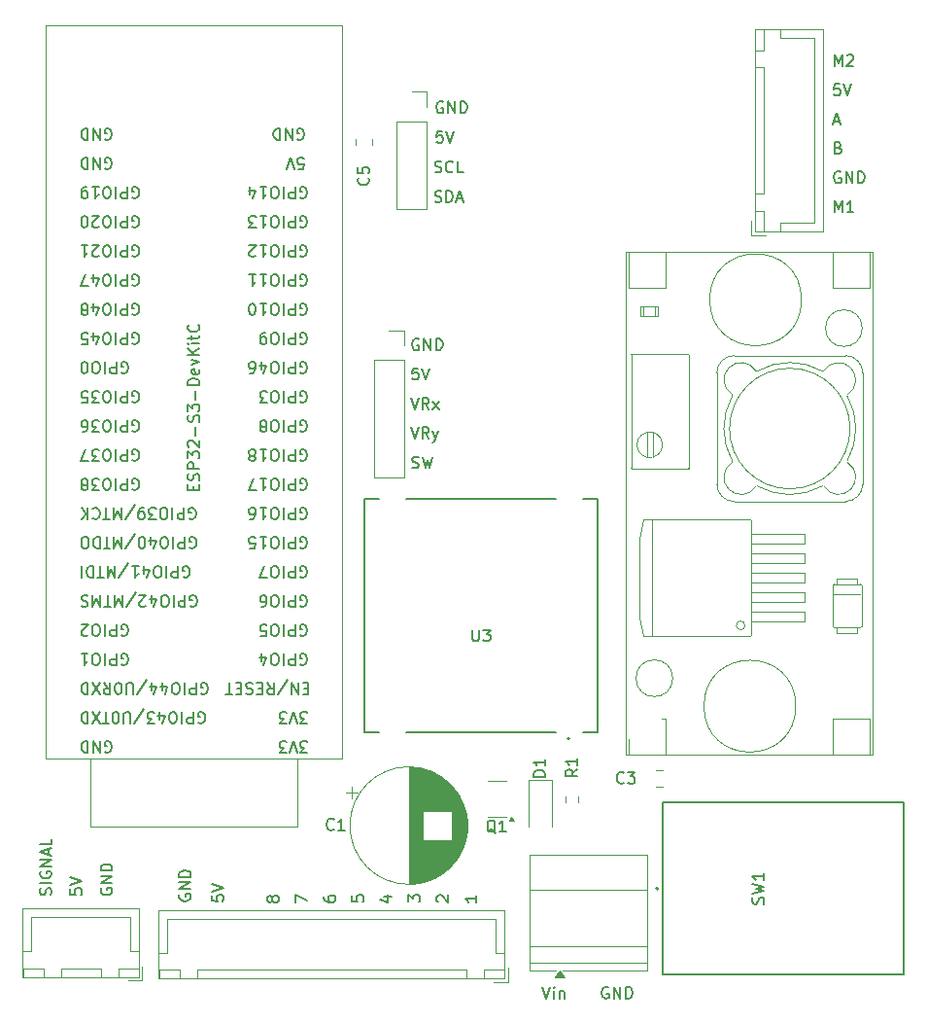
<source format=gbr>
%TF.GenerationSoftware,KiCad,Pcbnew,9.0.3*%
%TF.CreationDate,2026-01-04T16:05:15+07:00*%
%TF.ProjectId,shield,73686965-6c64-42e6-9b69-6361645f7063,rev?*%
%TF.SameCoordinates,Original*%
%TF.FileFunction,Legend,Top*%
%TF.FilePolarity,Positive*%
%FSLAX46Y46*%
G04 Gerber Fmt 4.6, Leading zero omitted, Abs format (unit mm)*
G04 Created by KiCad (PCBNEW 9.0.3) date 2026-01-04 16:05:15*
%MOMM*%
%LPD*%
G01*
G04 APERTURE LIST*
%ADD10C,0.200000*%
%ADD11C,0.150000*%
%ADD12C,0.120000*%
%ADD13C,0.127000*%
G04 APERTURE END LIST*
D10*
X164329854Y-99875310D02*
X164472711Y-99922929D01*
X164472711Y-99922929D02*
X164710806Y-99922929D01*
X164710806Y-99922929D02*
X164806044Y-99875310D01*
X164806044Y-99875310D02*
X164853663Y-99827690D01*
X164853663Y-99827690D02*
X164901282Y-99732452D01*
X164901282Y-99732452D02*
X164901282Y-99637214D01*
X164901282Y-99637214D02*
X164853663Y-99541976D01*
X164853663Y-99541976D02*
X164806044Y-99494357D01*
X164806044Y-99494357D02*
X164710806Y-99446738D01*
X164710806Y-99446738D02*
X164520330Y-99399119D01*
X164520330Y-99399119D02*
X164425092Y-99351500D01*
X164425092Y-99351500D02*
X164377473Y-99303881D01*
X164377473Y-99303881D02*
X164329854Y-99208643D01*
X164329854Y-99208643D02*
X164329854Y-99113405D01*
X164329854Y-99113405D02*
X164377473Y-99018167D01*
X164377473Y-99018167D02*
X164425092Y-98970548D01*
X164425092Y-98970548D02*
X164520330Y-98922929D01*
X164520330Y-98922929D02*
X164758425Y-98922929D01*
X164758425Y-98922929D02*
X164901282Y-98970548D01*
X165234616Y-98922929D02*
X165472711Y-99922929D01*
X165472711Y-99922929D02*
X165663187Y-99208643D01*
X165663187Y-99208643D02*
X165853663Y-99922929D01*
X165853663Y-99922929D02*
X166091759Y-98922929D01*
X164234616Y-93789574D02*
X164567949Y-94789574D01*
X164567949Y-94789574D02*
X164901282Y-93789574D01*
X165806044Y-94789574D02*
X165472711Y-94313383D01*
X165234616Y-94789574D02*
X165234616Y-93789574D01*
X165234616Y-93789574D02*
X165615568Y-93789574D01*
X165615568Y-93789574D02*
X165710806Y-93837193D01*
X165710806Y-93837193D02*
X165758425Y-93884812D01*
X165758425Y-93884812D02*
X165806044Y-93980050D01*
X165806044Y-93980050D02*
X165806044Y-94122907D01*
X165806044Y-94122907D02*
X165758425Y-94218145D01*
X165758425Y-94218145D02*
X165710806Y-94265764D01*
X165710806Y-94265764D02*
X165615568Y-94313383D01*
X165615568Y-94313383D02*
X165234616Y-94313383D01*
X166139378Y-94789574D02*
X166663187Y-94122907D01*
X166139378Y-94122907D02*
X166663187Y-94789574D01*
X164853663Y-91222896D02*
X164377473Y-91222896D01*
X164377473Y-91222896D02*
X164329854Y-91699086D01*
X164329854Y-91699086D02*
X164377473Y-91651467D01*
X164377473Y-91651467D02*
X164472711Y-91603848D01*
X164472711Y-91603848D02*
X164710806Y-91603848D01*
X164710806Y-91603848D02*
X164806044Y-91651467D01*
X164806044Y-91651467D02*
X164853663Y-91699086D01*
X164853663Y-91699086D02*
X164901282Y-91794324D01*
X164901282Y-91794324D02*
X164901282Y-92032419D01*
X164901282Y-92032419D02*
X164853663Y-92127657D01*
X164853663Y-92127657D02*
X164806044Y-92175277D01*
X164806044Y-92175277D02*
X164710806Y-92222896D01*
X164710806Y-92222896D02*
X164472711Y-92222896D01*
X164472711Y-92222896D02*
X164377473Y-92175277D01*
X164377473Y-92175277D02*
X164329854Y-92127657D01*
X165186997Y-91222896D02*
X165520330Y-92222896D01*
X165520330Y-92222896D02*
X165853663Y-91222896D01*
X164901282Y-88703838D02*
X164806044Y-88656219D01*
X164806044Y-88656219D02*
X164663187Y-88656219D01*
X164663187Y-88656219D02*
X164520330Y-88703838D01*
X164520330Y-88703838D02*
X164425092Y-88799076D01*
X164425092Y-88799076D02*
X164377473Y-88894314D01*
X164377473Y-88894314D02*
X164329854Y-89084790D01*
X164329854Y-89084790D02*
X164329854Y-89227647D01*
X164329854Y-89227647D02*
X164377473Y-89418123D01*
X164377473Y-89418123D02*
X164425092Y-89513361D01*
X164425092Y-89513361D02*
X164520330Y-89608600D01*
X164520330Y-89608600D02*
X164663187Y-89656219D01*
X164663187Y-89656219D02*
X164758425Y-89656219D01*
X164758425Y-89656219D02*
X164901282Y-89608600D01*
X164901282Y-89608600D02*
X164948901Y-89560980D01*
X164948901Y-89560980D02*
X164948901Y-89227647D01*
X164948901Y-89227647D02*
X164758425Y-89227647D01*
X165377473Y-89656219D02*
X165377473Y-88656219D01*
X165377473Y-88656219D02*
X165948901Y-89656219D01*
X165948901Y-89656219D02*
X165948901Y-88656219D01*
X166425092Y-89656219D02*
X166425092Y-88656219D01*
X166425092Y-88656219D02*
X166663187Y-88656219D01*
X166663187Y-88656219D02*
X166806044Y-88703838D01*
X166806044Y-88703838D02*
X166901282Y-88799076D01*
X166901282Y-88799076D02*
X166948901Y-88894314D01*
X166948901Y-88894314D02*
X166996520Y-89084790D01*
X166996520Y-89084790D02*
X166996520Y-89227647D01*
X166996520Y-89227647D02*
X166948901Y-89418123D01*
X166948901Y-89418123D02*
X166901282Y-89513361D01*
X166901282Y-89513361D02*
X166806044Y-89608600D01*
X166806044Y-89608600D02*
X166663187Y-89656219D01*
X166663187Y-89656219D02*
X166425092Y-89656219D01*
X164234616Y-96356251D02*
X164567949Y-97356251D01*
X164567949Y-97356251D02*
X164901282Y-96356251D01*
X165806044Y-97356251D02*
X165472711Y-96880060D01*
X165234616Y-97356251D02*
X165234616Y-96356251D01*
X165234616Y-96356251D02*
X165615568Y-96356251D01*
X165615568Y-96356251D02*
X165710806Y-96403870D01*
X165710806Y-96403870D02*
X165758425Y-96451489D01*
X165758425Y-96451489D02*
X165806044Y-96546727D01*
X165806044Y-96546727D02*
X165806044Y-96689584D01*
X165806044Y-96689584D02*
X165758425Y-96784822D01*
X165758425Y-96784822D02*
X165710806Y-96832441D01*
X165710806Y-96832441D02*
X165615568Y-96880060D01*
X165615568Y-96880060D02*
X165234616Y-96880060D01*
X166139378Y-96689584D02*
X166377473Y-97356251D01*
X166615568Y-96689584D02*
X166377473Y-97356251D01*
X166377473Y-97356251D02*
X166282235Y-97594346D01*
X166282235Y-97594346D02*
X166234616Y-97641965D01*
X166234616Y-97641965D02*
X166139378Y-97689584D01*
X137243238Y-136495117D02*
X137195619Y-136590355D01*
X137195619Y-136590355D02*
X137195619Y-136733212D01*
X137195619Y-136733212D02*
X137243238Y-136876069D01*
X137243238Y-136876069D02*
X137338476Y-136971307D01*
X137338476Y-136971307D02*
X137433714Y-137018926D01*
X137433714Y-137018926D02*
X137624190Y-137066545D01*
X137624190Y-137066545D02*
X137767047Y-137066545D01*
X137767047Y-137066545D02*
X137957523Y-137018926D01*
X137957523Y-137018926D02*
X138052761Y-136971307D01*
X138052761Y-136971307D02*
X138148000Y-136876069D01*
X138148000Y-136876069D02*
X138195619Y-136733212D01*
X138195619Y-136733212D02*
X138195619Y-136637974D01*
X138195619Y-136637974D02*
X138148000Y-136495117D01*
X138148000Y-136495117D02*
X138100380Y-136447498D01*
X138100380Y-136447498D02*
X137767047Y-136447498D01*
X137767047Y-136447498D02*
X137767047Y-136637974D01*
X138195619Y-136018926D02*
X137195619Y-136018926D01*
X137195619Y-136018926D02*
X138195619Y-135447498D01*
X138195619Y-135447498D02*
X137195619Y-135447498D01*
X138195619Y-134971307D02*
X137195619Y-134971307D01*
X137195619Y-134971307D02*
X137195619Y-134733212D01*
X137195619Y-134733212D02*
X137243238Y-134590355D01*
X137243238Y-134590355D02*
X137338476Y-134495117D01*
X137338476Y-134495117D02*
X137433714Y-134447498D01*
X137433714Y-134447498D02*
X137624190Y-134399879D01*
X137624190Y-134399879D02*
X137767047Y-134399879D01*
X137767047Y-134399879D02*
X137957523Y-134447498D01*
X137957523Y-134447498D02*
X138052761Y-134495117D01*
X138052761Y-134495117D02*
X138148000Y-134590355D01*
X138148000Y-134590355D02*
X138195619Y-134733212D01*
X138195619Y-134733212D02*
X138195619Y-134971307D01*
X134554019Y-136542736D02*
X134554019Y-137018926D01*
X134554019Y-137018926D02*
X135030209Y-137066545D01*
X135030209Y-137066545D02*
X134982590Y-137018926D01*
X134982590Y-137018926D02*
X134934971Y-136923688D01*
X134934971Y-136923688D02*
X134934971Y-136685593D01*
X134934971Y-136685593D02*
X134982590Y-136590355D01*
X134982590Y-136590355D02*
X135030209Y-136542736D01*
X135030209Y-136542736D02*
X135125447Y-136495117D01*
X135125447Y-136495117D02*
X135363542Y-136495117D01*
X135363542Y-136495117D02*
X135458780Y-136542736D01*
X135458780Y-136542736D02*
X135506400Y-136590355D01*
X135506400Y-136590355D02*
X135554019Y-136685593D01*
X135554019Y-136685593D02*
X135554019Y-136923688D01*
X135554019Y-136923688D02*
X135506400Y-137018926D01*
X135506400Y-137018926D02*
X135458780Y-137066545D01*
X134554019Y-136209402D02*
X135554019Y-135876069D01*
X135554019Y-135876069D02*
X134554019Y-135542736D01*
X132864800Y-137066545D02*
X132912419Y-136923688D01*
X132912419Y-136923688D02*
X132912419Y-136685593D01*
X132912419Y-136685593D02*
X132864800Y-136590355D01*
X132864800Y-136590355D02*
X132817180Y-136542736D01*
X132817180Y-136542736D02*
X132721942Y-136495117D01*
X132721942Y-136495117D02*
X132626704Y-136495117D01*
X132626704Y-136495117D02*
X132531466Y-136542736D01*
X132531466Y-136542736D02*
X132483847Y-136590355D01*
X132483847Y-136590355D02*
X132436228Y-136685593D01*
X132436228Y-136685593D02*
X132388609Y-136876069D01*
X132388609Y-136876069D02*
X132340990Y-136971307D01*
X132340990Y-136971307D02*
X132293371Y-137018926D01*
X132293371Y-137018926D02*
X132198133Y-137066545D01*
X132198133Y-137066545D02*
X132102895Y-137066545D01*
X132102895Y-137066545D02*
X132007657Y-137018926D01*
X132007657Y-137018926D02*
X131960038Y-136971307D01*
X131960038Y-136971307D02*
X131912419Y-136876069D01*
X131912419Y-136876069D02*
X131912419Y-136637974D01*
X131912419Y-136637974D02*
X131960038Y-136495117D01*
X132912419Y-136066545D02*
X131912419Y-136066545D01*
X131960038Y-135066546D02*
X131912419Y-135161784D01*
X131912419Y-135161784D02*
X131912419Y-135304641D01*
X131912419Y-135304641D02*
X131960038Y-135447498D01*
X131960038Y-135447498D02*
X132055276Y-135542736D01*
X132055276Y-135542736D02*
X132150514Y-135590355D01*
X132150514Y-135590355D02*
X132340990Y-135637974D01*
X132340990Y-135637974D02*
X132483847Y-135637974D01*
X132483847Y-135637974D02*
X132674323Y-135590355D01*
X132674323Y-135590355D02*
X132769561Y-135542736D01*
X132769561Y-135542736D02*
X132864800Y-135447498D01*
X132864800Y-135447498D02*
X132912419Y-135304641D01*
X132912419Y-135304641D02*
X132912419Y-135209403D01*
X132912419Y-135209403D02*
X132864800Y-135066546D01*
X132864800Y-135066546D02*
X132817180Y-135018927D01*
X132817180Y-135018927D02*
X132483847Y-135018927D01*
X132483847Y-135018927D02*
X132483847Y-135209403D01*
X132912419Y-134590355D02*
X131912419Y-134590355D01*
X131912419Y-134590355D02*
X132912419Y-134018927D01*
X132912419Y-134018927D02*
X131912419Y-134018927D01*
X132626704Y-133590355D02*
X132626704Y-133114165D01*
X132912419Y-133685593D02*
X131912419Y-133352260D01*
X131912419Y-133352260D02*
X132912419Y-133018927D01*
X132912419Y-132209403D02*
X132912419Y-132685593D01*
X132912419Y-132685593D02*
X131912419Y-132685593D01*
X166317835Y-74130000D02*
X166460692Y-74177619D01*
X166460692Y-74177619D02*
X166698787Y-74177619D01*
X166698787Y-74177619D02*
X166794025Y-74130000D01*
X166794025Y-74130000D02*
X166841644Y-74082380D01*
X166841644Y-74082380D02*
X166889263Y-73987142D01*
X166889263Y-73987142D02*
X166889263Y-73891904D01*
X166889263Y-73891904D02*
X166841644Y-73796666D01*
X166841644Y-73796666D02*
X166794025Y-73749047D01*
X166794025Y-73749047D02*
X166698787Y-73701428D01*
X166698787Y-73701428D02*
X166508311Y-73653809D01*
X166508311Y-73653809D02*
X166413073Y-73606190D01*
X166413073Y-73606190D02*
X166365454Y-73558571D01*
X166365454Y-73558571D02*
X166317835Y-73463333D01*
X166317835Y-73463333D02*
X166317835Y-73368095D01*
X166317835Y-73368095D02*
X166365454Y-73272857D01*
X166365454Y-73272857D02*
X166413073Y-73225238D01*
X166413073Y-73225238D02*
X166508311Y-73177619D01*
X166508311Y-73177619D02*
X166746406Y-73177619D01*
X166746406Y-73177619D02*
X166889263Y-73225238D01*
X167889263Y-74082380D02*
X167841644Y-74130000D01*
X167841644Y-74130000D02*
X167698787Y-74177619D01*
X167698787Y-74177619D02*
X167603549Y-74177619D01*
X167603549Y-74177619D02*
X167460692Y-74130000D01*
X167460692Y-74130000D02*
X167365454Y-74034761D01*
X167365454Y-74034761D02*
X167317835Y-73939523D01*
X167317835Y-73939523D02*
X167270216Y-73749047D01*
X167270216Y-73749047D02*
X167270216Y-73606190D01*
X167270216Y-73606190D02*
X167317835Y-73415714D01*
X167317835Y-73415714D02*
X167365454Y-73320476D01*
X167365454Y-73320476D02*
X167460692Y-73225238D01*
X167460692Y-73225238D02*
X167603549Y-73177619D01*
X167603549Y-73177619D02*
X167698787Y-73177619D01*
X167698787Y-73177619D02*
X167841644Y-73225238D01*
X167841644Y-73225238D02*
X167889263Y-73272857D01*
X168794025Y-74177619D02*
X168317835Y-74177619D01*
X168317835Y-74177619D02*
X168317835Y-73177619D01*
X166978488Y-70588352D02*
X166502298Y-70588352D01*
X166502298Y-70588352D02*
X166454679Y-71064542D01*
X166454679Y-71064542D02*
X166502298Y-71016923D01*
X166502298Y-71016923D02*
X166597536Y-70969304D01*
X166597536Y-70969304D02*
X166835631Y-70969304D01*
X166835631Y-70969304D02*
X166930869Y-71016923D01*
X166930869Y-71016923D02*
X166978488Y-71064542D01*
X166978488Y-71064542D02*
X167026107Y-71159780D01*
X167026107Y-71159780D02*
X167026107Y-71397875D01*
X167026107Y-71397875D02*
X166978488Y-71493113D01*
X166978488Y-71493113D02*
X166930869Y-71540733D01*
X166930869Y-71540733D02*
X166835631Y-71588352D01*
X166835631Y-71588352D02*
X166597536Y-71588352D01*
X166597536Y-71588352D02*
X166502298Y-71540733D01*
X166502298Y-71540733D02*
X166454679Y-71493113D01*
X167311822Y-70588352D02*
X167645155Y-71588352D01*
X167645155Y-71588352D02*
X167978488Y-70588352D01*
X167026107Y-68053638D02*
X166930869Y-68006019D01*
X166930869Y-68006019D02*
X166788012Y-68006019D01*
X166788012Y-68006019D02*
X166645155Y-68053638D01*
X166645155Y-68053638D02*
X166549917Y-68148876D01*
X166549917Y-68148876D02*
X166502298Y-68244114D01*
X166502298Y-68244114D02*
X166454679Y-68434590D01*
X166454679Y-68434590D02*
X166454679Y-68577447D01*
X166454679Y-68577447D02*
X166502298Y-68767923D01*
X166502298Y-68767923D02*
X166549917Y-68863161D01*
X166549917Y-68863161D02*
X166645155Y-68958400D01*
X166645155Y-68958400D02*
X166788012Y-69006019D01*
X166788012Y-69006019D02*
X166883250Y-69006019D01*
X166883250Y-69006019D02*
X167026107Y-68958400D01*
X167026107Y-68958400D02*
X167073726Y-68910780D01*
X167073726Y-68910780D02*
X167073726Y-68577447D01*
X167073726Y-68577447D02*
X166883250Y-68577447D01*
X167502298Y-69006019D02*
X167502298Y-68006019D01*
X167502298Y-68006019D02*
X168073726Y-69006019D01*
X168073726Y-69006019D02*
X168073726Y-68006019D01*
X168549917Y-69006019D02*
X168549917Y-68006019D01*
X168549917Y-68006019D02*
X168788012Y-68006019D01*
X168788012Y-68006019D02*
X168930869Y-68053638D01*
X168930869Y-68053638D02*
X169026107Y-68148876D01*
X169026107Y-68148876D02*
X169073726Y-68244114D01*
X169073726Y-68244114D02*
X169121345Y-68434590D01*
X169121345Y-68434590D02*
X169121345Y-68577447D01*
X169121345Y-68577447D02*
X169073726Y-68767923D01*
X169073726Y-68767923D02*
X169026107Y-68863161D01*
X169026107Y-68863161D02*
X168930869Y-68958400D01*
X168930869Y-68958400D02*
X168788012Y-69006019D01*
X168788012Y-69006019D02*
X168549917Y-69006019D01*
X166317835Y-76712333D02*
X166460692Y-76759952D01*
X166460692Y-76759952D02*
X166698787Y-76759952D01*
X166698787Y-76759952D02*
X166794025Y-76712333D01*
X166794025Y-76712333D02*
X166841644Y-76664713D01*
X166841644Y-76664713D02*
X166889263Y-76569475D01*
X166889263Y-76569475D02*
X166889263Y-76474237D01*
X166889263Y-76474237D02*
X166841644Y-76378999D01*
X166841644Y-76378999D02*
X166794025Y-76331380D01*
X166794025Y-76331380D02*
X166698787Y-76283761D01*
X166698787Y-76283761D02*
X166508311Y-76236142D01*
X166508311Y-76236142D02*
X166413073Y-76188523D01*
X166413073Y-76188523D02*
X166365454Y-76140904D01*
X166365454Y-76140904D02*
X166317835Y-76045666D01*
X166317835Y-76045666D02*
X166317835Y-75950428D01*
X166317835Y-75950428D02*
X166365454Y-75855190D01*
X166365454Y-75855190D02*
X166413073Y-75807571D01*
X166413073Y-75807571D02*
X166508311Y-75759952D01*
X166508311Y-75759952D02*
X166746406Y-75759952D01*
X166746406Y-75759952D02*
X166889263Y-75807571D01*
X167317835Y-76759952D02*
X167317835Y-75759952D01*
X167317835Y-75759952D02*
X167555930Y-75759952D01*
X167555930Y-75759952D02*
X167698787Y-75807571D01*
X167698787Y-75807571D02*
X167794025Y-75902809D01*
X167794025Y-75902809D02*
X167841644Y-75998047D01*
X167841644Y-75998047D02*
X167889263Y-76188523D01*
X167889263Y-76188523D02*
X167889263Y-76331380D01*
X167889263Y-76331380D02*
X167841644Y-76521856D01*
X167841644Y-76521856D02*
X167794025Y-76617094D01*
X167794025Y-76617094D02*
X167698787Y-76712333D01*
X167698787Y-76712333D02*
X167555930Y-76759952D01*
X167555930Y-76759952D02*
X167317835Y-76759952D01*
X168270216Y-76474237D02*
X168746406Y-76474237D01*
X168174978Y-76759952D02*
X168508311Y-75759952D01*
X168508311Y-75759952D02*
X168841644Y-76759952D01*
X201137065Y-77634219D02*
X201137065Y-76634219D01*
X201137065Y-76634219D02*
X201470398Y-77348504D01*
X201470398Y-77348504D02*
X201803731Y-76634219D01*
X201803731Y-76634219D02*
X201803731Y-77634219D01*
X202803731Y-77634219D02*
X202232303Y-77634219D01*
X202518017Y-77634219D02*
X202518017Y-76634219D01*
X202518017Y-76634219D02*
X202422779Y-76777076D01*
X202422779Y-76777076D02*
X202327541Y-76872314D01*
X202327541Y-76872314D02*
X202232303Y-76919933D01*
X201089446Y-69728504D02*
X201565636Y-69728504D01*
X200994208Y-70014219D02*
X201327541Y-69014219D01*
X201327541Y-69014219D02*
X201660874Y-70014219D01*
X201137065Y-64934219D02*
X201137065Y-63934219D01*
X201137065Y-63934219D02*
X201470398Y-64648504D01*
X201470398Y-64648504D02*
X201803731Y-63934219D01*
X201803731Y-63934219D02*
X201803731Y-64934219D01*
X202232303Y-64029457D02*
X202279922Y-63981838D01*
X202279922Y-63981838D02*
X202375160Y-63934219D01*
X202375160Y-63934219D02*
X202613255Y-63934219D01*
X202613255Y-63934219D02*
X202708493Y-63981838D01*
X202708493Y-63981838D02*
X202756112Y-64029457D01*
X202756112Y-64029457D02*
X202803731Y-64124695D01*
X202803731Y-64124695D02*
X202803731Y-64219933D01*
X202803731Y-64219933D02*
X202756112Y-64362790D01*
X202756112Y-64362790D02*
X202184684Y-64934219D01*
X202184684Y-64934219D02*
X202803731Y-64934219D01*
X201613255Y-66474219D02*
X201137065Y-66474219D01*
X201137065Y-66474219D02*
X201089446Y-66950409D01*
X201089446Y-66950409D02*
X201137065Y-66902790D01*
X201137065Y-66902790D02*
X201232303Y-66855171D01*
X201232303Y-66855171D02*
X201470398Y-66855171D01*
X201470398Y-66855171D02*
X201565636Y-66902790D01*
X201565636Y-66902790D02*
X201613255Y-66950409D01*
X201613255Y-66950409D02*
X201660874Y-67045647D01*
X201660874Y-67045647D02*
X201660874Y-67283742D01*
X201660874Y-67283742D02*
X201613255Y-67378980D01*
X201613255Y-67378980D02*
X201565636Y-67426600D01*
X201565636Y-67426600D02*
X201470398Y-67474219D01*
X201470398Y-67474219D02*
X201232303Y-67474219D01*
X201232303Y-67474219D02*
X201137065Y-67426600D01*
X201137065Y-67426600D02*
X201089446Y-67378980D01*
X201946589Y-66474219D02*
X202279922Y-67474219D01*
X202279922Y-67474219D02*
X202613255Y-66474219D01*
X201660874Y-74141838D02*
X201565636Y-74094219D01*
X201565636Y-74094219D02*
X201422779Y-74094219D01*
X201422779Y-74094219D02*
X201279922Y-74141838D01*
X201279922Y-74141838D02*
X201184684Y-74237076D01*
X201184684Y-74237076D02*
X201137065Y-74332314D01*
X201137065Y-74332314D02*
X201089446Y-74522790D01*
X201089446Y-74522790D02*
X201089446Y-74665647D01*
X201089446Y-74665647D02*
X201137065Y-74856123D01*
X201137065Y-74856123D02*
X201184684Y-74951361D01*
X201184684Y-74951361D02*
X201279922Y-75046600D01*
X201279922Y-75046600D02*
X201422779Y-75094219D01*
X201422779Y-75094219D02*
X201518017Y-75094219D01*
X201518017Y-75094219D02*
X201660874Y-75046600D01*
X201660874Y-75046600D02*
X201708493Y-74998980D01*
X201708493Y-74998980D02*
X201708493Y-74665647D01*
X201708493Y-74665647D02*
X201518017Y-74665647D01*
X202137065Y-75094219D02*
X202137065Y-74094219D01*
X202137065Y-74094219D02*
X202708493Y-75094219D01*
X202708493Y-75094219D02*
X202708493Y-74094219D01*
X203184684Y-75094219D02*
X203184684Y-74094219D01*
X203184684Y-74094219D02*
X203422779Y-74094219D01*
X203422779Y-74094219D02*
X203565636Y-74141838D01*
X203565636Y-74141838D02*
X203660874Y-74237076D01*
X203660874Y-74237076D02*
X203708493Y-74332314D01*
X203708493Y-74332314D02*
X203756112Y-74522790D01*
X203756112Y-74522790D02*
X203756112Y-74665647D01*
X203756112Y-74665647D02*
X203708493Y-74856123D01*
X203708493Y-74856123D02*
X203660874Y-74951361D01*
X203660874Y-74951361D02*
X203565636Y-75046600D01*
X203565636Y-75046600D02*
X203422779Y-75094219D01*
X203422779Y-75094219D02*
X203184684Y-75094219D01*
X201470398Y-72030409D02*
X201613255Y-72078028D01*
X201613255Y-72078028D02*
X201660874Y-72125647D01*
X201660874Y-72125647D02*
X201708493Y-72220885D01*
X201708493Y-72220885D02*
X201708493Y-72363742D01*
X201708493Y-72363742D02*
X201660874Y-72458980D01*
X201660874Y-72458980D02*
X201613255Y-72506600D01*
X201613255Y-72506600D02*
X201518017Y-72554219D01*
X201518017Y-72554219D02*
X201137065Y-72554219D01*
X201137065Y-72554219D02*
X201137065Y-71554219D01*
X201137065Y-71554219D02*
X201470398Y-71554219D01*
X201470398Y-71554219D02*
X201565636Y-71601838D01*
X201565636Y-71601838D02*
X201613255Y-71649457D01*
X201613255Y-71649457D02*
X201660874Y-71744695D01*
X201660874Y-71744695D02*
X201660874Y-71839933D01*
X201660874Y-71839933D02*
X201613255Y-71935171D01*
X201613255Y-71935171D02*
X201565636Y-71982790D01*
X201565636Y-71982790D02*
X201470398Y-72030409D01*
X201470398Y-72030409D02*
X201137065Y-72030409D01*
X181436682Y-145142638D02*
X181341444Y-145095019D01*
X181341444Y-145095019D02*
X181198587Y-145095019D01*
X181198587Y-145095019D02*
X181055730Y-145142638D01*
X181055730Y-145142638D02*
X180960492Y-145237876D01*
X180960492Y-145237876D02*
X180912873Y-145333114D01*
X180912873Y-145333114D02*
X180865254Y-145523590D01*
X180865254Y-145523590D02*
X180865254Y-145666447D01*
X180865254Y-145666447D02*
X180912873Y-145856923D01*
X180912873Y-145856923D02*
X180960492Y-145952161D01*
X180960492Y-145952161D02*
X181055730Y-146047400D01*
X181055730Y-146047400D02*
X181198587Y-146095019D01*
X181198587Y-146095019D02*
X181293825Y-146095019D01*
X181293825Y-146095019D02*
X181436682Y-146047400D01*
X181436682Y-146047400D02*
X181484301Y-145999780D01*
X181484301Y-145999780D02*
X181484301Y-145666447D01*
X181484301Y-145666447D02*
X181293825Y-145666447D01*
X181912873Y-146095019D02*
X181912873Y-145095019D01*
X181912873Y-145095019D02*
X182484301Y-146095019D01*
X182484301Y-146095019D02*
X182484301Y-145095019D01*
X182960492Y-146095019D02*
X182960492Y-145095019D01*
X182960492Y-145095019D02*
X183198587Y-145095019D01*
X183198587Y-145095019D02*
X183341444Y-145142638D01*
X183341444Y-145142638D02*
X183436682Y-145237876D01*
X183436682Y-145237876D02*
X183484301Y-145333114D01*
X183484301Y-145333114D02*
X183531920Y-145523590D01*
X183531920Y-145523590D02*
X183531920Y-145666447D01*
X183531920Y-145666447D02*
X183484301Y-145856923D01*
X183484301Y-145856923D02*
X183436682Y-145952161D01*
X183436682Y-145952161D02*
X183341444Y-146047400D01*
X183341444Y-146047400D02*
X183198587Y-146095019D01*
X183198587Y-146095019D02*
X182960492Y-146095019D01*
X175715416Y-145095019D02*
X176048749Y-146095019D01*
X176048749Y-146095019D02*
X176382082Y-145095019D01*
X176715416Y-146095019D02*
X176715416Y-145428352D01*
X176715416Y-145095019D02*
X176667797Y-145142638D01*
X176667797Y-145142638D02*
X176715416Y-145190257D01*
X176715416Y-145190257D02*
X176763035Y-145142638D01*
X176763035Y-145142638D02*
X176715416Y-145095019D01*
X176715416Y-145095019D02*
X176715416Y-145190257D01*
X177191606Y-145428352D02*
X177191606Y-146095019D01*
X177191606Y-145523590D02*
X177239225Y-145475971D01*
X177239225Y-145475971D02*
X177334463Y-145428352D01*
X177334463Y-145428352D02*
X177477320Y-145428352D01*
X177477320Y-145428352D02*
X177572558Y-145475971D01*
X177572558Y-145475971D02*
X177620177Y-145571209D01*
X177620177Y-145571209D02*
X177620177Y-146095019D01*
X156645533Y-137216955D02*
X156645533Y-137407431D01*
X156645533Y-137407431D02*
X156693152Y-137502669D01*
X156693152Y-137502669D02*
X156740771Y-137550288D01*
X156740771Y-137550288D02*
X156883628Y-137645526D01*
X156883628Y-137645526D02*
X157074104Y-137693145D01*
X157074104Y-137693145D02*
X157455056Y-137693145D01*
X157455056Y-137693145D02*
X157550294Y-137645526D01*
X157550294Y-137645526D02*
X157597914Y-137597907D01*
X157597914Y-137597907D02*
X157645533Y-137502669D01*
X157645533Y-137502669D02*
X157645533Y-137312193D01*
X157645533Y-137312193D02*
X157597914Y-137216955D01*
X157597914Y-137216955D02*
X157550294Y-137169336D01*
X157550294Y-137169336D02*
X157455056Y-137121717D01*
X157455056Y-137121717D02*
X157216961Y-137121717D01*
X157216961Y-137121717D02*
X157121723Y-137169336D01*
X157121723Y-137169336D02*
X157074104Y-137216955D01*
X157074104Y-137216955D02*
X157026485Y-137312193D01*
X157026485Y-137312193D02*
X157026485Y-137502669D01*
X157026485Y-137502669D02*
X157074104Y-137597907D01*
X157074104Y-137597907D02*
X157121723Y-137645526D01*
X157121723Y-137645526D02*
X157216961Y-137693145D01*
X152153761Y-137528069D02*
X152106142Y-137623307D01*
X152106142Y-137623307D02*
X152058523Y-137670926D01*
X152058523Y-137670926D02*
X151963285Y-137718545D01*
X151963285Y-137718545D02*
X151915666Y-137718545D01*
X151915666Y-137718545D02*
X151820428Y-137670926D01*
X151820428Y-137670926D02*
X151772809Y-137623307D01*
X151772809Y-137623307D02*
X151725190Y-137528069D01*
X151725190Y-137528069D02*
X151725190Y-137337593D01*
X151725190Y-137337593D02*
X151772809Y-137242355D01*
X151772809Y-137242355D02*
X151820428Y-137194736D01*
X151820428Y-137194736D02*
X151915666Y-137147117D01*
X151915666Y-137147117D02*
X151963285Y-137147117D01*
X151963285Y-137147117D02*
X152058523Y-137194736D01*
X152058523Y-137194736D02*
X152106142Y-137242355D01*
X152106142Y-137242355D02*
X152153761Y-137337593D01*
X152153761Y-137337593D02*
X152153761Y-137528069D01*
X152153761Y-137528069D02*
X152201380Y-137623307D01*
X152201380Y-137623307D02*
X152248999Y-137670926D01*
X152248999Y-137670926D02*
X152344237Y-137718545D01*
X152344237Y-137718545D02*
X152534713Y-137718545D01*
X152534713Y-137718545D02*
X152629951Y-137670926D01*
X152629951Y-137670926D02*
X152677571Y-137623307D01*
X152677571Y-137623307D02*
X152725190Y-137528069D01*
X152725190Y-137528069D02*
X152725190Y-137337593D01*
X152725190Y-137337593D02*
X152677571Y-137242355D01*
X152677571Y-137242355D02*
X152629951Y-137194736D01*
X152629951Y-137194736D02*
X152534713Y-137147117D01*
X152534713Y-137147117D02*
X152344237Y-137147117D01*
X152344237Y-137147117D02*
X152248999Y-137194736D01*
X152248999Y-137194736D02*
X152201380Y-137242355D01*
X152201380Y-137242355D02*
X152153761Y-137337593D01*
X154185361Y-137766164D02*
X154185361Y-137099498D01*
X154185361Y-137099498D02*
X155185361Y-137528069D01*
X169946390Y-137121717D02*
X169946390Y-137693145D01*
X169946390Y-137407431D02*
X168946390Y-137407431D01*
X168946390Y-137407431D02*
X169089247Y-137502669D01*
X169089247Y-137502669D02*
X169184485Y-137597907D01*
X169184485Y-137597907D02*
X169232104Y-137693145D01*
X164026047Y-137689964D02*
X164026047Y-137070917D01*
X164026047Y-137070917D02*
X164406999Y-137404250D01*
X164406999Y-137404250D02*
X164406999Y-137261393D01*
X164406999Y-137261393D02*
X164454618Y-137166155D01*
X164454618Y-137166155D02*
X164502237Y-137118536D01*
X164502237Y-137118536D02*
X164597475Y-137070917D01*
X164597475Y-137070917D02*
X164835570Y-137070917D01*
X164835570Y-137070917D02*
X164930808Y-137118536D01*
X164930808Y-137118536D02*
X164978428Y-137166155D01*
X164978428Y-137166155D02*
X165026047Y-137261393D01*
X165026047Y-137261393D02*
X165026047Y-137547107D01*
X165026047Y-137547107D02*
X164978428Y-137642345D01*
X164978428Y-137642345D02*
X164930808Y-137689964D01*
X161899209Y-137216955D02*
X162565876Y-137216955D01*
X161518257Y-137455050D02*
X162232542Y-137693145D01*
X162232542Y-137693145D02*
X162232542Y-137074098D01*
X166581457Y-137667745D02*
X166533838Y-137620126D01*
X166533838Y-137620126D02*
X166486219Y-137524888D01*
X166486219Y-137524888D02*
X166486219Y-137286793D01*
X166486219Y-137286793D02*
X166533838Y-137191555D01*
X166533838Y-137191555D02*
X166581457Y-137143936D01*
X166581457Y-137143936D02*
X166676695Y-137096317D01*
X166676695Y-137096317D02*
X166771933Y-137096317D01*
X166771933Y-137096317D02*
X166914790Y-137143936D01*
X166914790Y-137143936D02*
X167486219Y-137715364D01*
X167486219Y-137715364D02*
X167486219Y-137096317D01*
X146890819Y-137118536D02*
X146890819Y-137594726D01*
X146890819Y-137594726D02*
X147367009Y-137642345D01*
X147367009Y-137642345D02*
X147319390Y-137594726D01*
X147319390Y-137594726D02*
X147271771Y-137499488D01*
X147271771Y-137499488D02*
X147271771Y-137261393D01*
X147271771Y-137261393D02*
X147319390Y-137166155D01*
X147319390Y-137166155D02*
X147367009Y-137118536D01*
X147367009Y-137118536D02*
X147462247Y-137070917D01*
X147462247Y-137070917D02*
X147700342Y-137070917D01*
X147700342Y-137070917D02*
X147795580Y-137118536D01*
X147795580Y-137118536D02*
X147843200Y-137166155D01*
X147843200Y-137166155D02*
X147890819Y-137261393D01*
X147890819Y-137261393D02*
X147890819Y-137499488D01*
X147890819Y-137499488D02*
X147843200Y-137594726D01*
X147843200Y-137594726D02*
X147795580Y-137642345D01*
X146890819Y-136785202D02*
X147890819Y-136451869D01*
X147890819Y-136451869D02*
X146890819Y-136118536D01*
X159105704Y-137143936D02*
X159105704Y-137620126D01*
X159105704Y-137620126D02*
X159581894Y-137667745D01*
X159581894Y-137667745D02*
X159534275Y-137620126D01*
X159534275Y-137620126D02*
X159486656Y-137524888D01*
X159486656Y-137524888D02*
X159486656Y-137286793D01*
X159486656Y-137286793D02*
X159534275Y-137191555D01*
X159534275Y-137191555D02*
X159581894Y-137143936D01*
X159581894Y-137143936D02*
X159677132Y-137096317D01*
X159677132Y-137096317D02*
X159915227Y-137096317D01*
X159915227Y-137096317D02*
X160010465Y-137143936D01*
X160010465Y-137143936D02*
X160058085Y-137191555D01*
X160058085Y-137191555D02*
X160105704Y-137286793D01*
X160105704Y-137286793D02*
X160105704Y-137524888D01*
X160105704Y-137524888D02*
X160058085Y-137620126D01*
X160058085Y-137620126D02*
X160010465Y-137667745D01*
X144093638Y-137045517D02*
X144046019Y-137140755D01*
X144046019Y-137140755D02*
X144046019Y-137283612D01*
X144046019Y-137283612D02*
X144093638Y-137426469D01*
X144093638Y-137426469D02*
X144188876Y-137521707D01*
X144188876Y-137521707D02*
X144284114Y-137569326D01*
X144284114Y-137569326D02*
X144474590Y-137616945D01*
X144474590Y-137616945D02*
X144617447Y-137616945D01*
X144617447Y-137616945D02*
X144807923Y-137569326D01*
X144807923Y-137569326D02*
X144903161Y-137521707D01*
X144903161Y-137521707D02*
X144998400Y-137426469D01*
X144998400Y-137426469D02*
X145046019Y-137283612D01*
X145046019Y-137283612D02*
X145046019Y-137188374D01*
X145046019Y-137188374D02*
X144998400Y-137045517D01*
X144998400Y-137045517D02*
X144950780Y-136997898D01*
X144950780Y-136997898D02*
X144617447Y-136997898D01*
X144617447Y-136997898D02*
X144617447Y-137188374D01*
X145046019Y-136569326D02*
X144046019Y-136569326D01*
X144046019Y-136569326D02*
X145046019Y-135997898D01*
X145046019Y-135997898D02*
X144046019Y-135997898D01*
X145046019Y-135521707D02*
X144046019Y-135521707D01*
X144046019Y-135521707D02*
X144046019Y-135283612D01*
X144046019Y-135283612D02*
X144093638Y-135140755D01*
X144093638Y-135140755D02*
X144188876Y-135045517D01*
X144188876Y-135045517D02*
X144284114Y-134997898D01*
X144284114Y-134997898D02*
X144474590Y-134950279D01*
X144474590Y-134950279D02*
X144617447Y-134950279D01*
X144617447Y-134950279D02*
X144807923Y-134997898D01*
X144807923Y-134997898D02*
X144903161Y-135045517D01*
X144903161Y-135045517D02*
X144998400Y-135140755D01*
X144998400Y-135140755D02*
X145046019Y-135283612D01*
X145046019Y-135283612D02*
X145046019Y-135521707D01*
D11*
X157516533Y-131347380D02*
X157468914Y-131395000D01*
X157468914Y-131395000D02*
X157326057Y-131442619D01*
X157326057Y-131442619D02*
X157230819Y-131442619D01*
X157230819Y-131442619D02*
X157087962Y-131395000D01*
X157087962Y-131395000D02*
X156992724Y-131299761D01*
X156992724Y-131299761D02*
X156945105Y-131204523D01*
X156945105Y-131204523D02*
X156897486Y-131014047D01*
X156897486Y-131014047D02*
X156897486Y-130871190D01*
X156897486Y-130871190D02*
X156945105Y-130680714D01*
X156945105Y-130680714D02*
X156992724Y-130585476D01*
X156992724Y-130585476D02*
X157087962Y-130490238D01*
X157087962Y-130490238D02*
X157230819Y-130442619D01*
X157230819Y-130442619D02*
X157326057Y-130442619D01*
X157326057Y-130442619D02*
X157468914Y-130490238D01*
X157468914Y-130490238D02*
X157516533Y-130537857D01*
X158468914Y-131442619D02*
X157897486Y-131442619D01*
X158183200Y-131442619D02*
X158183200Y-130442619D01*
X158183200Y-130442619D02*
X158087962Y-130585476D01*
X158087962Y-130585476D02*
X157992724Y-130680714D01*
X157992724Y-130680714D02*
X157897486Y-130728333D01*
X169575695Y-113988619D02*
X169575695Y-114798142D01*
X169575695Y-114798142D02*
X169623314Y-114893380D01*
X169623314Y-114893380D02*
X169670933Y-114941000D01*
X169670933Y-114941000D02*
X169766171Y-114988619D01*
X169766171Y-114988619D02*
X169956647Y-114988619D01*
X169956647Y-114988619D02*
X170051885Y-114941000D01*
X170051885Y-114941000D02*
X170099504Y-114893380D01*
X170099504Y-114893380D02*
X170147123Y-114798142D01*
X170147123Y-114798142D02*
X170147123Y-113988619D01*
X170528076Y-113988619D02*
X171147123Y-113988619D01*
X171147123Y-113988619D02*
X170813790Y-114369571D01*
X170813790Y-114369571D02*
X170956647Y-114369571D01*
X170956647Y-114369571D02*
X171051885Y-114417190D01*
X171051885Y-114417190D02*
X171099504Y-114464809D01*
X171099504Y-114464809D02*
X171147123Y-114560047D01*
X171147123Y-114560047D02*
X171147123Y-114798142D01*
X171147123Y-114798142D02*
X171099504Y-114893380D01*
X171099504Y-114893380D02*
X171051885Y-114941000D01*
X171051885Y-114941000D02*
X170956647Y-114988619D01*
X170956647Y-114988619D02*
X170670933Y-114988619D01*
X170670933Y-114988619D02*
X170575695Y-114941000D01*
X170575695Y-114941000D02*
X170528076Y-114893380D01*
X175918019Y-126772894D02*
X174918019Y-126772894D01*
X174918019Y-126772894D02*
X174918019Y-126534799D01*
X174918019Y-126534799D02*
X174965638Y-126391942D01*
X174965638Y-126391942D02*
X175060876Y-126296704D01*
X175060876Y-126296704D02*
X175156114Y-126249085D01*
X175156114Y-126249085D02*
X175346590Y-126201466D01*
X175346590Y-126201466D02*
X175489447Y-126201466D01*
X175489447Y-126201466D02*
X175679923Y-126249085D01*
X175679923Y-126249085D02*
X175775161Y-126296704D01*
X175775161Y-126296704D02*
X175870400Y-126391942D01*
X175870400Y-126391942D02*
X175918019Y-126534799D01*
X175918019Y-126534799D02*
X175918019Y-126772894D01*
X175918019Y-125249085D02*
X175918019Y-125820513D01*
X175918019Y-125534799D02*
X174918019Y-125534799D01*
X174918019Y-125534799D02*
X175060876Y-125630037D01*
X175060876Y-125630037D02*
X175156114Y-125725275D01*
X175156114Y-125725275D02*
X175203733Y-125820513D01*
X178737419Y-126150666D02*
X178261228Y-126483999D01*
X178737419Y-126722094D02*
X177737419Y-126722094D01*
X177737419Y-126722094D02*
X177737419Y-126341142D01*
X177737419Y-126341142D02*
X177785038Y-126245904D01*
X177785038Y-126245904D02*
X177832657Y-126198285D01*
X177832657Y-126198285D02*
X177927895Y-126150666D01*
X177927895Y-126150666D02*
X178070752Y-126150666D01*
X178070752Y-126150666D02*
X178165990Y-126198285D01*
X178165990Y-126198285D02*
X178213609Y-126245904D01*
X178213609Y-126245904D02*
X178261228Y-126341142D01*
X178261228Y-126341142D02*
X178261228Y-126722094D01*
X178737419Y-125198285D02*
X178737419Y-125769713D01*
X178737419Y-125483999D02*
X177737419Y-125483999D01*
X177737419Y-125483999D02*
X177880276Y-125579237D01*
X177880276Y-125579237D02*
X177975514Y-125674475D01*
X177975514Y-125674475D02*
X178023133Y-125769713D01*
X171608761Y-131691357D02*
X171513523Y-131643738D01*
X171513523Y-131643738D02*
X171418285Y-131548500D01*
X171418285Y-131548500D02*
X171275428Y-131405642D01*
X171275428Y-131405642D02*
X171180190Y-131358023D01*
X171180190Y-131358023D02*
X171084952Y-131358023D01*
X171132571Y-131596119D02*
X171037333Y-131548500D01*
X171037333Y-131548500D02*
X170942095Y-131453261D01*
X170942095Y-131453261D02*
X170894476Y-131262785D01*
X170894476Y-131262785D02*
X170894476Y-130929452D01*
X170894476Y-130929452D02*
X170942095Y-130738976D01*
X170942095Y-130738976D02*
X171037333Y-130643738D01*
X171037333Y-130643738D02*
X171132571Y-130596119D01*
X171132571Y-130596119D02*
X171323047Y-130596119D01*
X171323047Y-130596119D02*
X171418285Y-130643738D01*
X171418285Y-130643738D02*
X171513523Y-130738976D01*
X171513523Y-130738976D02*
X171561142Y-130929452D01*
X171561142Y-130929452D02*
X171561142Y-131262785D01*
X171561142Y-131262785D02*
X171513523Y-131453261D01*
X171513523Y-131453261D02*
X171418285Y-131548500D01*
X171418285Y-131548500D02*
X171323047Y-131596119D01*
X171323047Y-131596119D02*
X171132571Y-131596119D01*
X172513523Y-131596119D02*
X171942095Y-131596119D01*
X172227809Y-131596119D02*
X172227809Y-130596119D01*
X172227809Y-130596119D02*
X172132571Y-130738976D01*
X172132571Y-130738976D02*
X172037333Y-130834214D01*
X172037333Y-130834214D02*
X171942095Y-130881833D01*
D10*
X145270889Y-101835186D02*
X145270889Y-101501853D01*
X145794699Y-101358996D02*
X145794699Y-101835186D01*
X145794699Y-101835186D02*
X144794699Y-101835186D01*
X144794699Y-101835186D02*
X144794699Y-101358996D01*
X145747080Y-100978043D02*
X145794699Y-100835186D01*
X145794699Y-100835186D02*
X145794699Y-100597091D01*
X145794699Y-100597091D02*
X145747080Y-100501853D01*
X145747080Y-100501853D02*
X145699460Y-100454234D01*
X145699460Y-100454234D02*
X145604222Y-100406615D01*
X145604222Y-100406615D02*
X145508984Y-100406615D01*
X145508984Y-100406615D02*
X145413746Y-100454234D01*
X145413746Y-100454234D02*
X145366127Y-100501853D01*
X145366127Y-100501853D02*
X145318508Y-100597091D01*
X145318508Y-100597091D02*
X145270889Y-100787567D01*
X145270889Y-100787567D02*
X145223270Y-100882805D01*
X145223270Y-100882805D02*
X145175651Y-100930424D01*
X145175651Y-100930424D02*
X145080413Y-100978043D01*
X145080413Y-100978043D02*
X144985175Y-100978043D01*
X144985175Y-100978043D02*
X144889937Y-100930424D01*
X144889937Y-100930424D02*
X144842318Y-100882805D01*
X144842318Y-100882805D02*
X144794699Y-100787567D01*
X144794699Y-100787567D02*
X144794699Y-100549472D01*
X144794699Y-100549472D02*
X144842318Y-100406615D01*
X145794699Y-99978043D02*
X144794699Y-99978043D01*
X144794699Y-99978043D02*
X144794699Y-99597091D01*
X144794699Y-99597091D02*
X144842318Y-99501853D01*
X144842318Y-99501853D02*
X144889937Y-99454234D01*
X144889937Y-99454234D02*
X144985175Y-99406615D01*
X144985175Y-99406615D02*
X145128032Y-99406615D01*
X145128032Y-99406615D02*
X145223270Y-99454234D01*
X145223270Y-99454234D02*
X145270889Y-99501853D01*
X145270889Y-99501853D02*
X145318508Y-99597091D01*
X145318508Y-99597091D02*
X145318508Y-99978043D01*
X144794699Y-99073281D02*
X144794699Y-98454234D01*
X144794699Y-98454234D02*
X145175651Y-98787567D01*
X145175651Y-98787567D02*
X145175651Y-98644710D01*
X145175651Y-98644710D02*
X145223270Y-98549472D01*
X145223270Y-98549472D02*
X145270889Y-98501853D01*
X145270889Y-98501853D02*
X145366127Y-98454234D01*
X145366127Y-98454234D02*
X145604222Y-98454234D01*
X145604222Y-98454234D02*
X145699460Y-98501853D01*
X145699460Y-98501853D02*
X145747080Y-98549472D01*
X145747080Y-98549472D02*
X145794699Y-98644710D01*
X145794699Y-98644710D02*
X145794699Y-98930424D01*
X145794699Y-98930424D02*
X145747080Y-99025662D01*
X145747080Y-99025662D02*
X145699460Y-99073281D01*
X144889937Y-98073281D02*
X144842318Y-98025662D01*
X144842318Y-98025662D02*
X144794699Y-97930424D01*
X144794699Y-97930424D02*
X144794699Y-97692329D01*
X144794699Y-97692329D02*
X144842318Y-97597091D01*
X144842318Y-97597091D02*
X144889937Y-97549472D01*
X144889937Y-97549472D02*
X144985175Y-97501853D01*
X144985175Y-97501853D02*
X145080413Y-97501853D01*
X145080413Y-97501853D02*
X145223270Y-97549472D01*
X145223270Y-97549472D02*
X145794699Y-98120900D01*
X145794699Y-98120900D02*
X145794699Y-97501853D01*
X145413746Y-97073281D02*
X145413746Y-96311377D01*
X145747080Y-95882805D02*
X145794699Y-95739948D01*
X145794699Y-95739948D02*
X145794699Y-95501853D01*
X145794699Y-95501853D02*
X145747080Y-95406615D01*
X145747080Y-95406615D02*
X145699460Y-95358996D01*
X145699460Y-95358996D02*
X145604222Y-95311377D01*
X145604222Y-95311377D02*
X145508984Y-95311377D01*
X145508984Y-95311377D02*
X145413746Y-95358996D01*
X145413746Y-95358996D02*
X145366127Y-95406615D01*
X145366127Y-95406615D02*
X145318508Y-95501853D01*
X145318508Y-95501853D02*
X145270889Y-95692329D01*
X145270889Y-95692329D02*
X145223270Y-95787567D01*
X145223270Y-95787567D02*
X145175651Y-95835186D01*
X145175651Y-95835186D02*
X145080413Y-95882805D01*
X145080413Y-95882805D02*
X144985175Y-95882805D01*
X144985175Y-95882805D02*
X144889937Y-95835186D01*
X144889937Y-95835186D02*
X144842318Y-95787567D01*
X144842318Y-95787567D02*
X144794699Y-95692329D01*
X144794699Y-95692329D02*
X144794699Y-95454234D01*
X144794699Y-95454234D02*
X144842318Y-95311377D01*
X144794699Y-94978043D02*
X144794699Y-94358996D01*
X144794699Y-94358996D02*
X145175651Y-94692329D01*
X145175651Y-94692329D02*
X145175651Y-94549472D01*
X145175651Y-94549472D02*
X145223270Y-94454234D01*
X145223270Y-94454234D02*
X145270889Y-94406615D01*
X145270889Y-94406615D02*
X145366127Y-94358996D01*
X145366127Y-94358996D02*
X145604222Y-94358996D01*
X145604222Y-94358996D02*
X145699460Y-94406615D01*
X145699460Y-94406615D02*
X145747080Y-94454234D01*
X145747080Y-94454234D02*
X145794699Y-94549472D01*
X145794699Y-94549472D02*
X145794699Y-94835186D01*
X145794699Y-94835186D02*
X145747080Y-94930424D01*
X145747080Y-94930424D02*
X145699460Y-94978043D01*
X145413746Y-93930424D02*
X145413746Y-93168520D01*
X145794699Y-92692329D02*
X144794699Y-92692329D01*
X144794699Y-92692329D02*
X144794699Y-92454234D01*
X144794699Y-92454234D02*
X144842318Y-92311377D01*
X144842318Y-92311377D02*
X144937556Y-92216139D01*
X144937556Y-92216139D02*
X145032794Y-92168520D01*
X145032794Y-92168520D02*
X145223270Y-92120901D01*
X145223270Y-92120901D02*
X145366127Y-92120901D01*
X145366127Y-92120901D02*
X145556603Y-92168520D01*
X145556603Y-92168520D02*
X145651841Y-92216139D01*
X145651841Y-92216139D02*
X145747080Y-92311377D01*
X145747080Y-92311377D02*
X145794699Y-92454234D01*
X145794699Y-92454234D02*
X145794699Y-92692329D01*
X145747080Y-91311377D02*
X145794699Y-91406615D01*
X145794699Y-91406615D02*
X145794699Y-91597091D01*
X145794699Y-91597091D02*
X145747080Y-91692329D01*
X145747080Y-91692329D02*
X145651841Y-91739948D01*
X145651841Y-91739948D02*
X145270889Y-91739948D01*
X145270889Y-91739948D02*
X145175651Y-91692329D01*
X145175651Y-91692329D02*
X145128032Y-91597091D01*
X145128032Y-91597091D02*
X145128032Y-91406615D01*
X145128032Y-91406615D02*
X145175651Y-91311377D01*
X145175651Y-91311377D02*
X145270889Y-91263758D01*
X145270889Y-91263758D02*
X145366127Y-91263758D01*
X145366127Y-91263758D02*
X145461365Y-91739948D01*
X145128032Y-90930424D02*
X145794699Y-90692329D01*
X145794699Y-90692329D02*
X145128032Y-90454234D01*
X145794699Y-90073281D02*
X144794699Y-90073281D01*
X145794699Y-89501853D02*
X145223270Y-89930424D01*
X144794699Y-89501853D02*
X145366127Y-90073281D01*
X145794699Y-89073281D02*
X145128032Y-89073281D01*
X144794699Y-89073281D02*
X144842318Y-89120900D01*
X144842318Y-89120900D02*
X144889937Y-89073281D01*
X144889937Y-89073281D02*
X144842318Y-89025662D01*
X144842318Y-89025662D02*
X144794699Y-89073281D01*
X144794699Y-89073281D02*
X144889937Y-89073281D01*
X145128032Y-88739948D02*
X145128032Y-88358996D01*
X144794699Y-88597091D02*
X145651841Y-88597091D01*
X145651841Y-88597091D02*
X145747080Y-88549472D01*
X145747080Y-88549472D02*
X145794699Y-88454234D01*
X145794699Y-88454234D02*
X145794699Y-88358996D01*
X145699460Y-87454234D02*
X145747080Y-87501853D01*
X145747080Y-87501853D02*
X145794699Y-87644710D01*
X145794699Y-87644710D02*
X145794699Y-87739948D01*
X145794699Y-87739948D02*
X145747080Y-87882805D01*
X145747080Y-87882805D02*
X145651841Y-87978043D01*
X145651841Y-87978043D02*
X145556603Y-88025662D01*
X145556603Y-88025662D02*
X145366127Y-88073281D01*
X145366127Y-88073281D02*
X145223270Y-88073281D01*
X145223270Y-88073281D02*
X145032794Y-88025662D01*
X145032794Y-88025662D02*
X144937556Y-87978043D01*
X144937556Y-87978043D02*
X144842318Y-87882805D01*
X144842318Y-87882805D02*
X144794699Y-87739948D01*
X144794699Y-87739948D02*
X144794699Y-87644710D01*
X144794699Y-87644710D02*
X144842318Y-87501853D01*
X144842318Y-87501853D02*
X144889937Y-87454234D01*
X139024663Y-91609961D02*
X139119901Y-91657580D01*
X139119901Y-91657580D02*
X139262758Y-91657580D01*
X139262758Y-91657580D02*
X139405615Y-91609961D01*
X139405615Y-91609961D02*
X139500853Y-91514723D01*
X139500853Y-91514723D02*
X139548472Y-91419485D01*
X139548472Y-91419485D02*
X139596091Y-91229009D01*
X139596091Y-91229009D02*
X139596091Y-91086152D01*
X139596091Y-91086152D02*
X139548472Y-90895676D01*
X139548472Y-90895676D02*
X139500853Y-90800438D01*
X139500853Y-90800438D02*
X139405615Y-90705200D01*
X139405615Y-90705200D02*
X139262758Y-90657580D01*
X139262758Y-90657580D02*
X139167520Y-90657580D01*
X139167520Y-90657580D02*
X139024663Y-90705200D01*
X139024663Y-90705200D02*
X138977044Y-90752819D01*
X138977044Y-90752819D02*
X138977044Y-91086152D01*
X138977044Y-91086152D02*
X139167520Y-91086152D01*
X138548472Y-90657580D02*
X138548472Y-91657580D01*
X138548472Y-91657580D02*
X138167520Y-91657580D01*
X138167520Y-91657580D02*
X138072282Y-91609961D01*
X138072282Y-91609961D02*
X138024663Y-91562342D01*
X138024663Y-91562342D02*
X137977044Y-91467104D01*
X137977044Y-91467104D02*
X137977044Y-91324247D01*
X137977044Y-91324247D02*
X138024663Y-91229009D01*
X138024663Y-91229009D02*
X138072282Y-91181390D01*
X138072282Y-91181390D02*
X138167520Y-91133771D01*
X138167520Y-91133771D02*
X138548472Y-91133771D01*
X137548472Y-90657580D02*
X137548472Y-91657580D01*
X136881806Y-91657580D02*
X136691330Y-91657580D01*
X136691330Y-91657580D02*
X136596092Y-91609961D01*
X136596092Y-91609961D02*
X136500854Y-91514723D01*
X136500854Y-91514723D02*
X136453235Y-91324247D01*
X136453235Y-91324247D02*
X136453235Y-90990914D01*
X136453235Y-90990914D02*
X136500854Y-90800438D01*
X136500854Y-90800438D02*
X136596092Y-90705200D01*
X136596092Y-90705200D02*
X136691330Y-90657580D01*
X136691330Y-90657580D02*
X136881806Y-90657580D01*
X136881806Y-90657580D02*
X136977044Y-90705200D01*
X136977044Y-90705200D02*
X137072282Y-90800438D01*
X137072282Y-90800438D02*
X137119901Y-90990914D01*
X137119901Y-90990914D02*
X137119901Y-91324247D01*
X137119901Y-91324247D02*
X137072282Y-91514723D01*
X137072282Y-91514723D02*
X136977044Y-91609961D01*
X136977044Y-91609961D02*
X136881806Y-91657580D01*
X135834187Y-91657580D02*
X135738949Y-91657580D01*
X135738949Y-91657580D02*
X135643711Y-91609961D01*
X135643711Y-91609961D02*
X135596092Y-91562342D01*
X135596092Y-91562342D02*
X135548473Y-91467104D01*
X135548473Y-91467104D02*
X135500854Y-91276628D01*
X135500854Y-91276628D02*
X135500854Y-91038533D01*
X135500854Y-91038533D02*
X135548473Y-90848057D01*
X135548473Y-90848057D02*
X135596092Y-90752819D01*
X135596092Y-90752819D02*
X135643711Y-90705200D01*
X135643711Y-90705200D02*
X135738949Y-90657580D01*
X135738949Y-90657580D02*
X135834187Y-90657580D01*
X135834187Y-90657580D02*
X135929425Y-90705200D01*
X135929425Y-90705200D02*
X135977044Y-90752819D01*
X135977044Y-90752819D02*
X136024663Y-90848057D01*
X136024663Y-90848057D02*
X136072282Y-91038533D01*
X136072282Y-91038533D02*
X136072282Y-91276628D01*
X136072282Y-91276628D02*
X136024663Y-91467104D01*
X136024663Y-91467104D02*
X135977044Y-91562342D01*
X135977044Y-91562342D02*
X135929425Y-91609961D01*
X135929425Y-91609961D02*
X135834187Y-91657580D01*
X154605317Y-111929961D02*
X154700555Y-111977580D01*
X154700555Y-111977580D02*
X154843412Y-111977580D01*
X154843412Y-111977580D02*
X154986269Y-111929961D01*
X154986269Y-111929961D02*
X155081507Y-111834723D01*
X155081507Y-111834723D02*
X155129126Y-111739485D01*
X155129126Y-111739485D02*
X155176745Y-111549009D01*
X155176745Y-111549009D02*
X155176745Y-111406152D01*
X155176745Y-111406152D02*
X155129126Y-111215676D01*
X155129126Y-111215676D02*
X155081507Y-111120438D01*
X155081507Y-111120438D02*
X154986269Y-111025200D01*
X154986269Y-111025200D02*
X154843412Y-110977580D01*
X154843412Y-110977580D02*
X154748174Y-110977580D01*
X154748174Y-110977580D02*
X154605317Y-111025200D01*
X154605317Y-111025200D02*
X154557698Y-111072819D01*
X154557698Y-111072819D02*
X154557698Y-111406152D01*
X154557698Y-111406152D02*
X154748174Y-111406152D01*
X154129126Y-110977580D02*
X154129126Y-111977580D01*
X154129126Y-111977580D02*
X153748174Y-111977580D01*
X153748174Y-111977580D02*
X153652936Y-111929961D01*
X153652936Y-111929961D02*
X153605317Y-111882342D01*
X153605317Y-111882342D02*
X153557698Y-111787104D01*
X153557698Y-111787104D02*
X153557698Y-111644247D01*
X153557698Y-111644247D02*
X153605317Y-111549009D01*
X153605317Y-111549009D02*
X153652936Y-111501390D01*
X153652936Y-111501390D02*
X153748174Y-111453771D01*
X153748174Y-111453771D02*
X154129126Y-111453771D01*
X153129126Y-110977580D02*
X153129126Y-111977580D01*
X152462460Y-111977580D02*
X152271984Y-111977580D01*
X152271984Y-111977580D02*
X152176746Y-111929961D01*
X152176746Y-111929961D02*
X152081508Y-111834723D01*
X152081508Y-111834723D02*
X152033889Y-111644247D01*
X152033889Y-111644247D02*
X152033889Y-111310914D01*
X152033889Y-111310914D02*
X152081508Y-111120438D01*
X152081508Y-111120438D02*
X152176746Y-111025200D01*
X152176746Y-111025200D02*
X152271984Y-110977580D01*
X152271984Y-110977580D02*
X152462460Y-110977580D01*
X152462460Y-110977580D02*
X152557698Y-111025200D01*
X152557698Y-111025200D02*
X152652936Y-111120438D01*
X152652936Y-111120438D02*
X152700555Y-111310914D01*
X152700555Y-111310914D02*
X152700555Y-111644247D01*
X152700555Y-111644247D02*
X152652936Y-111834723D01*
X152652936Y-111834723D02*
X152557698Y-111929961D01*
X152557698Y-111929961D02*
X152462460Y-111977580D01*
X151176746Y-111977580D02*
X151367222Y-111977580D01*
X151367222Y-111977580D02*
X151462460Y-111929961D01*
X151462460Y-111929961D02*
X151510079Y-111882342D01*
X151510079Y-111882342D02*
X151605317Y-111739485D01*
X151605317Y-111739485D02*
X151652936Y-111549009D01*
X151652936Y-111549009D02*
X151652936Y-111168057D01*
X151652936Y-111168057D02*
X151605317Y-111072819D01*
X151605317Y-111072819D02*
X151557698Y-111025200D01*
X151557698Y-111025200D02*
X151462460Y-110977580D01*
X151462460Y-110977580D02*
X151271984Y-110977580D01*
X151271984Y-110977580D02*
X151176746Y-111025200D01*
X151176746Y-111025200D02*
X151129127Y-111072819D01*
X151129127Y-111072819D02*
X151081508Y-111168057D01*
X151081508Y-111168057D02*
X151081508Y-111406152D01*
X151081508Y-111406152D02*
X151129127Y-111501390D01*
X151129127Y-111501390D02*
X151176746Y-111549009D01*
X151176746Y-111549009D02*
X151271984Y-111596628D01*
X151271984Y-111596628D02*
X151462460Y-111596628D01*
X151462460Y-111596628D02*
X151557698Y-111549009D01*
X151557698Y-111549009D02*
X151605317Y-111501390D01*
X151605317Y-111501390D02*
X151652936Y-111406152D01*
X154605317Y-117009961D02*
X154700555Y-117057580D01*
X154700555Y-117057580D02*
X154843412Y-117057580D01*
X154843412Y-117057580D02*
X154986269Y-117009961D01*
X154986269Y-117009961D02*
X155081507Y-116914723D01*
X155081507Y-116914723D02*
X155129126Y-116819485D01*
X155129126Y-116819485D02*
X155176745Y-116629009D01*
X155176745Y-116629009D02*
X155176745Y-116486152D01*
X155176745Y-116486152D02*
X155129126Y-116295676D01*
X155129126Y-116295676D02*
X155081507Y-116200438D01*
X155081507Y-116200438D02*
X154986269Y-116105200D01*
X154986269Y-116105200D02*
X154843412Y-116057580D01*
X154843412Y-116057580D02*
X154748174Y-116057580D01*
X154748174Y-116057580D02*
X154605317Y-116105200D01*
X154605317Y-116105200D02*
X154557698Y-116152819D01*
X154557698Y-116152819D02*
X154557698Y-116486152D01*
X154557698Y-116486152D02*
X154748174Y-116486152D01*
X154129126Y-116057580D02*
X154129126Y-117057580D01*
X154129126Y-117057580D02*
X153748174Y-117057580D01*
X153748174Y-117057580D02*
X153652936Y-117009961D01*
X153652936Y-117009961D02*
X153605317Y-116962342D01*
X153605317Y-116962342D02*
X153557698Y-116867104D01*
X153557698Y-116867104D02*
X153557698Y-116724247D01*
X153557698Y-116724247D02*
X153605317Y-116629009D01*
X153605317Y-116629009D02*
X153652936Y-116581390D01*
X153652936Y-116581390D02*
X153748174Y-116533771D01*
X153748174Y-116533771D02*
X154129126Y-116533771D01*
X153129126Y-116057580D02*
X153129126Y-117057580D01*
X152462460Y-117057580D02*
X152271984Y-117057580D01*
X152271984Y-117057580D02*
X152176746Y-117009961D01*
X152176746Y-117009961D02*
X152081508Y-116914723D01*
X152081508Y-116914723D02*
X152033889Y-116724247D01*
X152033889Y-116724247D02*
X152033889Y-116390914D01*
X152033889Y-116390914D02*
X152081508Y-116200438D01*
X152081508Y-116200438D02*
X152176746Y-116105200D01*
X152176746Y-116105200D02*
X152271984Y-116057580D01*
X152271984Y-116057580D02*
X152462460Y-116057580D01*
X152462460Y-116057580D02*
X152557698Y-116105200D01*
X152557698Y-116105200D02*
X152652936Y-116200438D01*
X152652936Y-116200438D02*
X152700555Y-116390914D01*
X152700555Y-116390914D02*
X152700555Y-116724247D01*
X152700555Y-116724247D02*
X152652936Y-116914723D01*
X152652936Y-116914723D02*
X152557698Y-117009961D01*
X152557698Y-117009961D02*
X152462460Y-117057580D01*
X151176746Y-116724247D02*
X151176746Y-116057580D01*
X151414841Y-117105200D02*
X151652936Y-116390914D01*
X151652936Y-116390914D02*
X151033889Y-116390914D01*
X154605317Y-89069961D02*
X154700555Y-89117580D01*
X154700555Y-89117580D02*
X154843412Y-89117580D01*
X154843412Y-89117580D02*
X154986269Y-89069961D01*
X154986269Y-89069961D02*
X155081507Y-88974723D01*
X155081507Y-88974723D02*
X155129126Y-88879485D01*
X155129126Y-88879485D02*
X155176745Y-88689009D01*
X155176745Y-88689009D02*
X155176745Y-88546152D01*
X155176745Y-88546152D02*
X155129126Y-88355676D01*
X155129126Y-88355676D02*
X155081507Y-88260438D01*
X155081507Y-88260438D02*
X154986269Y-88165200D01*
X154986269Y-88165200D02*
X154843412Y-88117580D01*
X154843412Y-88117580D02*
X154748174Y-88117580D01*
X154748174Y-88117580D02*
X154605317Y-88165200D01*
X154605317Y-88165200D02*
X154557698Y-88212819D01*
X154557698Y-88212819D02*
X154557698Y-88546152D01*
X154557698Y-88546152D02*
X154748174Y-88546152D01*
X154129126Y-88117580D02*
X154129126Y-89117580D01*
X154129126Y-89117580D02*
X153748174Y-89117580D01*
X153748174Y-89117580D02*
X153652936Y-89069961D01*
X153652936Y-89069961D02*
X153605317Y-89022342D01*
X153605317Y-89022342D02*
X153557698Y-88927104D01*
X153557698Y-88927104D02*
X153557698Y-88784247D01*
X153557698Y-88784247D02*
X153605317Y-88689009D01*
X153605317Y-88689009D02*
X153652936Y-88641390D01*
X153652936Y-88641390D02*
X153748174Y-88593771D01*
X153748174Y-88593771D02*
X154129126Y-88593771D01*
X153129126Y-88117580D02*
X153129126Y-89117580D01*
X152462460Y-89117580D02*
X152271984Y-89117580D01*
X152271984Y-89117580D02*
X152176746Y-89069961D01*
X152176746Y-89069961D02*
X152081508Y-88974723D01*
X152081508Y-88974723D02*
X152033889Y-88784247D01*
X152033889Y-88784247D02*
X152033889Y-88450914D01*
X152033889Y-88450914D02*
X152081508Y-88260438D01*
X152081508Y-88260438D02*
X152176746Y-88165200D01*
X152176746Y-88165200D02*
X152271984Y-88117580D01*
X152271984Y-88117580D02*
X152462460Y-88117580D01*
X152462460Y-88117580D02*
X152557698Y-88165200D01*
X152557698Y-88165200D02*
X152652936Y-88260438D01*
X152652936Y-88260438D02*
X152700555Y-88450914D01*
X152700555Y-88450914D02*
X152700555Y-88784247D01*
X152700555Y-88784247D02*
X152652936Y-88974723D01*
X152652936Y-88974723D02*
X152557698Y-89069961D01*
X152557698Y-89069961D02*
X152462460Y-89117580D01*
X151557698Y-88117580D02*
X151367222Y-88117580D01*
X151367222Y-88117580D02*
X151271984Y-88165200D01*
X151271984Y-88165200D02*
X151224365Y-88212819D01*
X151224365Y-88212819D02*
X151129127Y-88355676D01*
X151129127Y-88355676D02*
X151081508Y-88546152D01*
X151081508Y-88546152D02*
X151081508Y-88927104D01*
X151081508Y-88927104D02*
X151129127Y-89022342D01*
X151129127Y-89022342D02*
X151176746Y-89069961D01*
X151176746Y-89069961D02*
X151271984Y-89117580D01*
X151271984Y-89117580D02*
X151462460Y-89117580D01*
X151462460Y-89117580D02*
X151557698Y-89069961D01*
X151557698Y-89069961D02*
X151605317Y-89022342D01*
X151605317Y-89022342D02*
X151652936Y-88927104D01*
X151652936Y-88927104D02*
X151652936Y-88689009D01*
X151652936Y-88689009D02*
X151605317Y-88593771D01*
X151605317Y-88593771D02*
X151557698Y-88546152D01*
X151557698Y-88546152D02*
X151462460Y-88498533D01*
X151462460Y-88498533D02*
X151271984Y-88498533D01*
X151271984Y-88498533D02*
X151176746Y-88546152D01*
X151176746Y-88546152D02*
X151129127Y-88593771D01*
X151129127Y-88593771D02*
X151081508Y-88689009D01*
X154605317Y-83989961D02*
X154700555Y-84037580D01*
X154700555Y-84037580D02*
X154843412Y-84037580D01*
X154843412Y-84037580D02*
X154986269Y-83989961D01*
X154986269Y-83989961D02*
X155081507Y-83894723D01*
X155081507Y-83894723D02*
X155129126Y-83799485D01*
X155129126Y-83799485D02*
X155176745Y-83609009D01*
X155176745Y-83609009D02*
X155176745Y-83466152D01*
X155176745Y-83466152D02*
X155129126Y-83275676D01*
X155129126Y-83275676D02*
X155081507Y-83180438D01*
X155081507Y-83180438D02*
X154986269Y-83085200D01*
X154986269Y-83085200D02*
X154843412Y-83037580D01*
X154843412Y-83037580D02*
X154748174Y-83037580D01*
X154748174Y-83037580D02*
X154605317Y-83085200D01*
X154605317Y-83085200D02*
X154557698Y-83132819D01*
X154557698Y-83132819D02*
X154557698Y-83466152D01*
X154557698Y-83466152D02*
X154748174Y-83466152D01*
X154129126Y-83037580D02*
X154129126Y-84037580D01*
X154129126Y-84037580D02*
X153748174Y-84037580D01*
X153748174Y-84037580D02*
X153652936Y-83989961D01*
X153652936Y-83989961D02*
X153605317Y-83942342D01*
X153605317Y-83942342D02*
X153557698Y-83847104D01*
X153557698Y-83847104D02*
X153557698Y-83704247D01*
X153557698Y-83704247D02*
X153605317Y-83609009D01*
X153605317Y-83609009D02*
X153652936Y-83561390D01*
X153652936Y-83561390D02*
X153748174Y-83513771D01*
X153748174Y-83513771D02*
X154129126Y-83513771D01*
X153129126Y-83037580D02*
X153129126Y-84037580D01*
X152462460Y-84037580D02*
X152271984Y-84037580D01*
X152271984Y-84037580D02*
X152176746Y-83989961D01*
X152176746Y-83989961D02*
X152081508Y-83894723D01*
X152081508Y-83894723D02*
X152033889Y-83704247D01*
X152033889Y-83704247D02*
X152033889Y-83370914D01*
X152033889Y-83370914D02*
X152081508Y-83180438D01*
X152081508Y-83180438D02*
X152176746Y-83085200D01*
X152176746Y-83085200D02*
X152271984Y-83037580D01*
X152271984Y-83037580D02*
X152462460Y-83037580D01*
X152462460Y-83037580D02*
X152557698Y-83085200D01*
X152557698Y-83085200D02*
X152652936Y-83180438D01*
X152652936Y-83180438D02*
X152700555Y-83370914D01*
X152700555Y-83370914D02*
X152700555Y-83704247D01*
X152700555Y-83704247D02*
X152652936Y-83894723D01*
X152652936Y-83894723D02*
X152557698Y-83989961D01*
X152557698Y-83989961D02*
X152462460Y-84037580D01*
X151081508Y-83037580D02*
X151652936Y-83037580D01*
X151367222Y-83037580D02*
X151367222Y-84037580D01*
X151367222Y-84037580D02*
X151462460Y-83894723D01*
X151462460Y-83894723D02*
X151557698Y-83799485D01*
X151557698Y-83799485D02*
X151652936Y-83751866D01*
X150129127Y-83037580D02*
X150700555Y-83037580D01*
X150414841Y-83037580D02*
X150414841Y-84037580D01*
X150414841Y-84037580D02*
X150510079Y-83894723D01*
X150510079Y-83894723D02*
X150605317Y-83799485D01*
X150605317Y-83799485D02*
X150700555Y-83751866D01*
X139977044Y-86529961D02*
X140072282Y-86577580D01*
X140072282Y-86577580D02*
X140215139Y-86577580D01*
X140215139Y-86577580D02*
X140357996Y-86529961D01*
X140357996Y-86529961D02*
X140453234Y-86434723D01*
X140453234Y-86434723D02*
X140500853Y-86339485D01*
X140500853Y-86339485D02*
X140548472Y-86149009D01*
X140548472Y-86149009D02*
X140548472Y-86006152D01*
X140548472Y-86006152D02*
X140500853Y-85815676D01*
X140500853Y-85815676D02*
X140453234Y-85720438D01*
X140453234Y-85720438D02*
X140357996Y-85625200D01*
X140357996Y-85625200D02*
X140215139Y-85577580D01*
X140215139Y-85577580D02*
X140119901Y-85577580D01*
X140119901Y-85577580D02*
X139977044Y-85625200D01*
X139977044Y-85625200D02*
X139929425Y-85672819D01*
X139929425Y-85672819D02*
X139929425Y-86006152D01*
X139929425Y-86006152D02*
X140119901Y-86006152D01*
X139500853Y-85577580D02*
X139500853Y-86577580D01*
X139500853Y-86577580D02*
X139119901Y-86577580D01*
X139119901Y-86577580D02*
X139024663Y-86529961D01*
X139024663Y-86529961D02*
X138977044Y-86482342D01*
X138977044Y-86482342D02*
X138929425Y-86387104D01*
X138929425Y-86387104D02*
X138929425Y-86244247D01*
X138929425Y-86244247D02*
X138977044Y-86149009D01*
X138977044Y-86149009D02*
X139024663Y-86101390D01*
X139024663Y-86101390D02*
X139119901Y-86053771D01*
X139119901Y-86053771D02*
X139500853Y-86053771D01*
X138500853Y-85577580D02*
X138500853Y-86577580D01*
X137834187Y-86577580D02*
X137643711Y-86577580D01*
X137643711Y-86577580D02*
X137548473Y-86529961D01*
X137548473Y-86529961D02*
X137453235Y-86434723D01*
X137453235Y-86434723D02*
X137405616Y-86244247D01*
X137405616Y-86244247D02*
X137405616Y-85910914D01*
X137405616Y-85910914D02*
X137453235Y-85720438D01*
X137453235Y-85720438D02*
X137548473Y-85625200D01*
X137548473Y-85625200D02*
X137643711Y-85577580D01*
X137643711Y-85577580D02*
X137834187Y-85577580D01*
X137834187Y-85577580D02*
X137929425Y-85625200D01*
X137929425Y-85625200D02*
X138024663Y-85720438D01*
X138024663Y-85720438D02*
X138072282Y-85910914D01*
X138072282Y-85910914D02*
X138072282Y-86244247D01*
X138072282Y-86244247D02*
X138024663Y-86434723D01*
X138024663Y-86434723D02*
X137929425Y-86529961D01*
X137929425Y-86529961D02*
X137834187Y-86577580D01*
X136548473Y-86244247D02*
X136548473Y-85577580D01*
X136786568Y-86625200D02*
X137024663Y-85910914D01*
X137024663Y-85910914D02*
X136405616Y-85910914D01*
X135881806Y-86149009D02*
X135977044Y-86196628D01*
X135977044Y-86196628D02*
X136024663Y-86244247D01*
X136024663Y-86244247D02*
X136072282Y-86339485D01*
X136072282Y-86339485D02*
X136072282Y-86387104D01*
X136072282Y-86387104D02*
X136024663Y-86482342D01*
X136024663Y-86482342D02*
X135977044Y-86529961D01*
X135977044Y-86529961D02*
X135881806Y-86577580D01*
X135881806Y-86577580D02*
X135691330Y-86577580D01*
X135691330Y-86577580D02*
X135596092Y-86529961D01*
X135596092Y-86529961D02*
X135548473Y-86482342D01*
X135548473Y-86482342D02*
X135500854Y-86387104D01*
X135500854Y-86387104D02*
X135500854Y-86339485D01*
X135500854Y-86339485D02*
X135548473Y-86244247D01*
X135548473Y-86244247D02*
X135596092Y-86196628D01*
X135596092Y-86196628D02*
X135691330Y-86149009D01*
X135691330Y-86149009D02*
X135881806Y-86149009D01*
X135881806Y-86149009D02*
X135977044Y-86101390D01*
X135977044Y-86101390D02*
X136024663Y-86053771D01*
X136024663Y-86053771D02*
X136072282Y-85958533D01*
X136072282Y-85958533D02*
X136072282Y-85768057D01*
X136072282Y-85768057D02*
X136024663Y-85672819D01*
X136024663Y-85672819D02*
X135977044Y-85625200D01*
X135977044Y-85625200D02*
X135881806Y-85577580D01*
X135881806Y-85577580D02*
X135691330Y-85577580D01*
X135691330Y-85577580D02*
X135596092Y-85625200D01*
X135596092Y-85625200D02*
X135548473Y-85672819D01*
X135548473Y-85672819D02*
X135500854Y-85768057D01*
X135500854Y-85768057D02*
X135500854Y-85958533D01*
X135500854Y-85958533D02*
X135548473Y-86053771D01*
X135548473Y-86053771D02*
X135596092Y-86101390D01*
X135596092Y-86101390D02*
X135691330Y-86149009D01*
X139024663Y-114469961D02*
X139119901Y-114517580D01*
X139119901Y-114517580D02*
X139262758Y-114517580D01*
X139262758Y-114517580D02*
X139405615Y-114469961D01*
X139405615Y-114469961D02*
X139500853Y-114374723D01*
X139500853Y-114374723D02*
X139548472Y-114279485D01*
X139548472Y-114279485D02*
X139596091Y-114089009D01*
X139596091Y-114089009D02*
X139596091Y-113946152D01*
X139596091Y-113946152D02*
X139548472Y-113755676D01*
X139548472Y-113755676D02*
X139500853Y-113660438D01*
X139500853Y-113660438D02*
X139405615Y-113565200D01*
X139405615Y-113565200D02*
X139262758Y-113517580D01*
X139262758Y-113517580D02*
X139167520Y-113517580D01*
X139167520Y-113517580D02*
X139024663Y-113565200D01*
X139024663Y-113565200D02*
X138977044Y-113612819D01*
X138977044Y-113612819D02*
X138977044Y-113946152D01*
X138977044Y-113946152D02*
X139167520Y-113946152D01*
X138548472Y-113517580D02*
X138548472Y-114517580D01*
X138548472Y-114517580D02*
X138167520Y-114517580D01*
X138167520Y-114517580D02*
X138072282Y-114469961D01*
X138072282Y-114469961D02*
X138024663Y-114422342D01*
X138024663Y-114422342D02*
X137977044Y-114327104D01*
X137977044Y-114327104D02*
X137977044Y-114184247D01*
X137977044Y-114184247D02*
X138024663Y-114089009D01*
X138024663Y-114089009D02*
X138072282Y-114041390D01*
X138072282Y-114041390D02*
X138167520Y-113993771D01*
X138167520Y-113993771D02*
X138548472Y-113993771D01*
X137548472Y-113517580D02*
X137548472Y-114517580D01*
X136881806Y-114517580D02*
X136691330Y-114517580D01*
X136691330Y-114517580D02*
X136596092Y-114469961D01*
X136596092Y-114469961D02*
X136500854Y-114374723D01*
X136500854Y-114374723D02*
X136453235Y-114184247D01*
X136453235Y-114184247D02*
X136453235Y-113850914D01*
X136453235Y-113850914D02*
X136500854Y-113660438D01*
X136500854Y-113660438D02*
X136596092Y-113565200D01*
X136596092Y-113565200D02*
X136691330Y-113517580D01*
X136691330Y-113517580D02*
X136881806Y-113517580D01*
X136881806Y-113517580D02*
X136977044Y-113565200D01*
X136977044Y-113565200D02*
X137072282Y-113660438D01*
X137072282Y-113660438D02*
X137119901Y-113850914D01*
X137119901Y-113850914D02*
X137119901Y-114184247D01*
X137119901Y-114184247D02*
X137072282Y-114374723D01*
X137072282Y-114374723D02*
X136977044Y-114469961D01*
X136977044Y-114469961D02*
X136881806Y-114517580D01*
X136072282Y-114422342D02*
X136024663Y-114469961D01*
X136024663Y-114469961D02*
X135929425Y-114517580D01*
X135929425Y-114517580D02*
X135691330Y-114517580D01*
X135691330Y-114517580D02*
X135596092Y-114469961D01*
X135596092Y-114469961D02*
X135548473Y-114422342D01*
X135548473Y-114422342D02*
X135500854Y-114327104D01*
X135500854Y-114327104D02*
X135500854Y-114231866D01*
X135500854Y-114231866D02*
X135548473Y-114089009D01*
X135548473Y-114089009D02*
X136119901Y-113517580D01*
X136119901Y-113517580D02*
X135500854Y-113517580D01*
X145024663Y-111929961D02*
X145119901Y-111977580D01*
X145119901Y-111977580D02*
X145262758Y-111977580D01*
X145262758Y-111977580D02*
X145405615Y-111929961D01*
X145405615Y-111929961D02*
X145500853Y-111834723D01*
X145500853Y-111834723D02*
X145548472Y-111739485D01*
X145548472Y-111739485D02*
X145596091Y-111549009D01*
X145596091Y-111549009D02*
X145596091Y-111406152D01*
X145596091Y-111406152D02*
X145548472Y-111215676D01*
X145548472Y-111215676D02*
X145500853Y-111120438D01*
X145500853Y-111120438D02*
X145405615Y-111025200D01*
X145405615Y-111025200D02*
X145262758Y-110977580D01*
X145262758Y-110977580D02*
X145167520Y-110977580D01*
X145167520Y-110977580D02*
X145024663Y-111025200D01*
X145024663Y-111025200D02*
X144977044Y-111072819D01*
X144977044Y-111072819D02*
X144977044Y-111406152D01*
X144977044Y-111406152D02*
X145167520Y-111406152D01*
X144548472Y-110977580D02*
X144548472Y-111977580D01*
X144548472Y-111977580D02*
X144167520Y-111977580D01*
X144167520Y-111977580D02*
X144072282Y-111929961D01*
X144072282Y-111929961D02*
X144024663Y-111882342D01*
X144024663Y-111882342D02*
X143977044Y-111787104D01*
X143977044Y-111787104D02*
X143977044Y-111644247D01*
X143977044Y-111644247D02*
X144024663Y-111549009D01*
X144024663Y-111549009D02*
X144072282Y-111501390D01*
X144072282Y-111501390D02*
X144167520Y-111453771D01*
X144167520Y-111453771D02*
X144548472Y-111453771D01*
X143548472Y-110977580D02*
X143548472Y-111977580D01*
X142881806Y-111977580D02*
X142691330Y-111977580D01*
X142691330Y-111977580D02*
X142596092Y-111929961D01*
X142596092Y-111929961D02*
X142500854Y-111834723D01*
X142500854Y-111834723D02*
X142453235Y-111644247D01*
X142453235Y-111644247D02*
X142453235Y-111310914D01*
X142453235Y-111310914D02*
X142500854Y-111120438D01*
X142500854Y-111120438D02*
X142596092Y-111025200D01*
X142596092Y-111025200D02*
X142691330Y-110977580D01*
X142691330Y-110977580D02*
X142881806Y-110977580D01*
X142881806Y-110977580D02*
X142977044Y-111025200D01*
X142977044Y-111025200D02*
X143072282Y-111120438D01*
X143072282Y-111120438D02*
X143119901Y-111310914D01*
X143119901Y-111310914D02*
X143119901Y-111644247D01*
X143119901Y-111644247D02*
X143072282Y-111834723D01*
X143072282Y-111834723D02*
X142977044Y-111929961D01*
X142977044Y-111929961D02*
X142881806Y-111977580D01*
X141596092Y-111644247D02*
X141596092Y-110977580D01*
X141834187Y-112025200D02*
X142072282Y-111310914D01*
X142072282Y-111310914D02*
X141453235Y-111310914D01*
X141119901Y-111882342D02*
X141072282Y-111929961D01*
X141072282Y-111929961D02*
X140977044Y-111977580D01*
X140977044Y-111977580D02*
X140738949Y-111977580D01*
X140738949Y-111977580D02*
X140643711Y-111929961D01*
X140643711Y-111929961D02*
X140596092Y-111882342D01*
X140596092Y-111882342D02*
X140548473Y-111787104D01*
X140548473Y-111787104D02*
X140548473Y-111691866D01*
X140548473Y-111691866D02*
X140596092Y-111549009D01*
X140596092Y-111549009D02*
X141167520Y-110977580D01*
X141167520Y-110977580D02*
X140548473Y-110977580D01*
X139405616Y-112025200D02*
X140262758Y-110739485D01*
X139072282Y-110977580D02*
X139072282Y-111977580D01*
X139072282Y-111977580D02*
X138738949Y-111263295D01*
X138738949Y-111263295D02*
X138405616Y-111977580D01*
X138405616Y-111977580D02*
X138405616Y-110977580D01*
X138072282Y-111977580D02*
X137500854Y-111977580D01*
X137786568Y-110977580D02*
X137786568Y-111977580D01*
X137167520Y-110977580D02*
X137167520Y-111977580D01*
X137167520Y-111977580D02*
X136834187Y-111263295D01*
X136834187Y-111263295D02*
X136500854Y-111977580D01*
X136500854Y-111977580D02*
X136500854Y-110977580D01*
X136072282Y-111025200D02*
X135929425Y-110977580D01*
X135929425Y-110977580D02*
X135691330Y-110977580D01*
X135691330Y-110977580D02*
X135596092Y-111025200D01*
X135596092Y-111025200D02*
X135548473Y-111072819D01*
X135548473Y-111072819D02*
X135500854Y-111168057D01*
X135500854Y-111168057D02*
X135500854Y-111263295D01*
X135500854Y-111263295D02*
X135548473Y-111358533D01*
X135548473Y-111358533D02*
X135596092Y-111406152D01*
X135596092Y-111406152D02*
X135691330Y-111453771D01*
X135691330Y-111453771D02*
X135881806Y-111501390D01*
X135881806Y-111501390D02*
X135977044Y-111549009D01*
X135977044Y-111549009D02*
X136024663Y-111596628D01*
X136024663Y-111596628D02*
X136072282Y-111691866D01*
X136072282Y-111691866D02*
X136072282Y-111787104D01*
X136072282Y-111787104D02*
X136024663Y-111882342D01*
X136024663Y-111882342D02*
X135977044Y-111929961D01*
X135977044Y-111929961D02*
X135881806Y-111977580D01*
X135881806Y-111977580D02*
X135643711Y-111977580D01*
X135643711Y-111977580D02*
X135500854Y-111929961D01*
X137596092Y-124629961D02*
X137691330Y-124677580D01*
X137691330Y-124677580D02*
X137834187Y-124677580D01*
X137834187Y-124677580D02*
X137977044Y-124629961D01*
X137977044Y-124629961D02*
X138072282Y-124534723D01*
X138072282Y-124534723D02*
X138119901Y-124439485D01*
X138119901Y-124439485D02*
X138167520Y-124249009D01*
X138167520Y-124249009D02*
X138167520Y-124106152D01*
X138167520Y-124106152D02*
X138119901Y-123915676D01*
X138119901Y-123915676D02*
X138072282Y-123820438D01*
X138072282Y-123820438D02*
X137977044Y-123725200D01*
X137977044Y-123725200D02*
X137834187Y-123677580D01*
X137834187Y-123677580D02*
X137738949Y-123677580D01*
X137738949Y-123677580D02*
X137596092Y-123725200D01*
X137596092Y-123725200D02*
X137548473Y-123772819D01*
X137548473Y-123772819D02*
X137548473Y-124106152D01*
X137548473Y-124106152D02*
X137738949Y-124106152D01*
X137119901Y-123677580D02*
X137119901Y-124677580D01*
X137119901Y-124677580D02*
X136548473Y-123677580D01*
X136548473Y-123677580D02*
X136548473Y-124677580D01*
X136072282Y-123677580D02*
X136072282Y-124677580D01*
X136072282Y-124677580D02*
X135834187Y-124677580D01*
X135834187Y-124677580D02*
X135691330Y-124629961D01*
X135691330Y-124629961D02*
X135596092Y-124534723D01*
X135596092Y-124534723D02*
X135548473Y-124439485D01*
X135548473Y-124439485D02*
X135500854Y-124249009D01*
X135500854Y-124249009D02*
X135500854Y-124106152D01*
X135500854Y-124106152D02*
X135548473Y-123915676D01*
X135548473Y-123915676D02*
X135596092Y-123820438D01*
X135596092Y-123820438D02*
X135691330Y-123725200D01*
X135691330Y-123725200D02*
X135834187Y-123677580D01*
X135834187Y-123677580D02*
X136072282Y-123677580D01*
X137596092Y-73829961D02*
X137691330Y-73877580D01*
X137691330Y-73877580D02*
X137834187Y-73877580D01*
X137834187Y-73877580D02*
X137977044Y-73829961D01*
X137977044Y-73829961D02*
X138072282Y-73734723D01*
X138072282Y-73734723D02*
X138119901Y-73639485D01*
X138119901Y-73639485D02*
X138167520Y-73449009D01*
X138167520Y-73449009D02*
X138167520Y-73306152D01*
X138167520Y-73306152D02*
X138119901Y-73115676D01*
X138119901Y-73115676D02*
X138072282Y-73020438D01*
X138072282Y-73020438D02*
X137977044Y-72925200D01*
X137977044Y-72925200D02*
X137834187Y-72877580D01*
X137834187Y-72877580D02*
X137738949Y-72877580D01*
X137738949Y-72877580D02*
X137596092Y-72925200D01*
X137596092Y-72925200D02*
X137548473Y-72972819D01*
X137548473Y-72972819D02*
X137548473Y-73306152D01*
X137548473Y-73306152D02*
X137738949Y-73306152D01*
X137119901Y-72877580D02*
X137119901Y-73877580D01*
X137119901Y-73877580D02*
X136548473Y-72877580D01*
X136548473Y-72877580D02*
X136548473Y-73877580D01*
X136072282Y-72877580D02*
X136072282Y-73877580D01*
X136072282Y-73877580D02*
X135834187Y-73877580D01*
X135834187Y-73877580D02*
X135691330Y-73829961D01*
X135691330Y-73829961D02*
X135596092Y-73734723D01*
X135596092Y-73734723D02*
X135548473Y-73639485D01*
X135548473Y-73639485D02*
X135500854Y-73449009D01*
X135500854Y-73449009D02*
X135500854Y-73306152D01*
X135500854Y-73306152D02*
X135548473Y-73115676D01*
X135548473Y-73115676D02*
X135596092Y-73020438D01*
X135596092Y-73020438D02*
X135691330Y-72925200D01*
X135691330Y-72925200D02*
X135834187Y-72877580D01*
X135834187Y-72877580D02*
X136072282Y-72877580D01*
X139977044Y-78909961D02*
X140072282Y-78957580D01*
X140072282Y-78957580D02*
X140215139Y-78957580D01*
X140215139Y-78957580D02*
X140357996Y-78909961D01*
X140357996Y-78909961D02*
X140453234Y-78814723D01*
X140453234Y-78814723D02*
X140500853Y-78719485D01*
X140500853Y-78719485D02*
X140548472Y-78529009D01*
X140548472Y-78529009D02*
X140548472Y-78386152D01*
X140548472Y-78386152D02*
X140500853Y-78195676D01*
X140500853Y-78195676D02*
X140453234Y-78100438D01*
X140453234Y-78100438D02*
X140357996Y-78005200D01*
X140357996Y-78005200D02*
X140215139Y-77957580D01*
X140215139Y-77957580D02*
X140119901Y-77957580D01*
X140119901Y-77957580D02*
X139977044Y-78005200D01*
X139977044Y-78005200D02*
X139929425Y-78052819D01*
X139929425Y-78052819D02*
X139929425Y-78386152D01*
X139929425Y-78386152D02*
X140119901Y-78386152D01*
X139500853Y-77957580D02*
X139500853Y-78957580D01*
X139500853Y-78957580D02*
X139119901Y-78957580D01*
X139119901Y-78957580D02*
X139024663Y-78909961D01*
X139024663Y-78909961D02*
X138977044Y-78862342D01*
X138977044Y-78862342D02*
X138929425Y-78767104D01*
X138929425Y-78767104D02*
X138929425Y-78624247D01*
X138929425Y-78624247D02*
X138977044Y-78529009D01*
X138977044Y-78529009D02*
X139024663Y-78481390D01*
X139024663Y-78481390D02*
X139119901Y-78433771D01*
X139119901Y-78433771D02*
X139500853Y-78433771D01*
X138500853Y-77957580D02*
X138500853Y-78957580D01*
X137834187Y-78957580D02*
X137643711Y-78957580D01*
X137643711Y-78957580D02*
X137548473Y-78909961D01*
X137548473Y-78909961D02*
X137453235Y-78814723D01*
X137453235Y-78814723D02*
X137405616Y-78624247D01*
X137405616Y-78624247D02*
X137405616Y-78290914D01*
X137405616Y-78290914D02*
X137453235Y-78100438D01*
X137453235Y-78100438D02*
X137548473Y-78005200D01*
X137548473Y-78005200D02*
X137643711Y-77957580D01*
X137643711Y-77957580D02*
X137834187Y-77957580D01*
X137834187Y-77957580D02*
X137929425Y-78005200D01*
X137929425Y-78005200D02*
X138024663Y-78100438D01*
X138024663Y-78100438D02*
X138072282Y-78290914D01*
X138072282Y-78290914D02*
X138072282Y-78624247D01*
X138072282Y-78624247D02*
X138024663Y-78814723D01*
X138024663Y-78814723D02*
X137929425Y-78909961D01*
X137929425Y-78909961D02*
X137834187Y-78957580D01*
X137024663Y-78862342D02*
X136977044Y-78909961D01*
X136977044Y-78909961D02*
X136881806Y-78957580D01*
X136881806Y-78957580D02*
X136643711Y-78957580D01*
X136643711Y-78957580D02*
X136548473Y-78909961D01*
X136548473Y-78909961D02*
X136500854Y-78862342D01*
X136500854Y-78862342D02*
X136453235Y-78767104D01*
X136453235Y-78767104D02*
X136453235Y-78671866D01*
X136453235Y-78671866D02*
X136500854Y-78529009D01*
X136500854Y-78529009D02*
X137072282Y-77957580D01*
X137072282Y-77957580D02*
X136453235Y-77957580D01*
X135834187Y-78957580D02*
X135738949Y-78957580D01*
X135738949Y-78957580D02*
X135643711Y-78909961D01*
X135643711Y-78909961D02*
X135596092Y-78862342D01*
X135596092Y-78862342D02*
X135548473Y-78767104D01*
X135548473Y-78767104D02*
X135500854Y-78576628D01*
X135500854Y-78576628D02*
X135500854Y-78338533D01*
X135500854Y-78338533D02*
X135548473Y-78148057D01*
X135548473Y-78148057D02*
X135596092Y-78052819D01*
X135596092Y-78052819D02*
X135643711Y-78005200D01*
X135643711Y-78005200D02*
X135738949Y-77957580D01*
X135738949Y-77957580D02*
X135834187Y-77957580D01*
X135834187Y-77957580D02*
X135929425Y-78005200D01*
X135929425Y-78005200D02*
X135977044Y-78052819D01*
X135977044Y-78052819D02*
X136024663Y-78148057D01*
X136024663Y-78148057D02*
X136072282Y-78338533D01*
X136072282Y-78338533D02*
X136072282Y-78576628D01*
X136072282Y-78576628D02*
X136024663Y-78767104D01*
X136024663Y-78767104D02*
X135977044Y-78862342D01*
X135977044Y-78862342D02*
X135929425Y-78909961D01*
X135929425Y-78909961D02*
X135834187Y-78957580D01*
X139977044Y-101769961D02*
X140072282Y-101817580D01*
X140072282Y-101817580D02*
X140215139Y-101817580D01*
X140215139Y-101817580D02*
X140357996Y-101769961D01*
X140357996Y-101769961D02*
X140453234Y-101674723D01*
X140453234Y-101674723D02*
X140500853Y-101579485D01*
X140500853Y-101579485D02*
X140548472Y-101389009D01*
X140548472Y-101389009D02*
X140548472Y-101246152D01*
X140548472Y-101246152D02*
X140500853Y-101055676D01*
X140500853Y-101055676D02*
X140453234Y-100960438D01*
X140453234Y-100960438D02*
X140357996Y-100865200D01*
X140357996Y-100865200D02*
X140215139Y-100817580D01*
X140215139Y-100817580D02*
X140119901Y-100817580D01*
X140119901Y-100817580D02*
X139977044Y-100865200D01*
X139977044Y-100865200D02*
X139929425Y-100912819D01*
X139929425Y-100912819D02*
X139929425Y-101246152D01*
X139929425Y-101246152D02*
X140119901Y-101246152D01*
X139500853Y-100817580D02*
X139500853Y-101817580D01*
X139500853Y-101817580D02*
X139119901Y-101817580D01*
X139119901Y-101817580D02*
X139024663Y-101769961D01*
X139024663Y-101769961D02*
X138977044Y-101722342D01*
X138977044Y-101722342D02*
X138929425Y-101627104D01*
X138929425Y-101627104D02*
X138929425Y-101484247D01*
X138929425Y-101484247D02*
X138977044Y-101389009D01*
X138977044Y-101389009D02*
X139024663Y-101341390D01*
X139024663Y-101341390D02*
X139119901Y-101293771D01*
X139119901Y-101293771D02*
X139500853Y-101293771D01*
X138500853Y-100817580D02*
X138500853Y-101817580D01*
X137834187Y-101817580D02*
X137643711Y-101817580D01*
X137643711Y-101817580D02*
X137548473Y-101769961D01*
X137548473Y-101769961D02*
X137453235Y-101674723D01*
X137453235Y-101674723D02*
X137405616Y-101484247D01*
X137405616Y-101484247D02*
X137405616Y-101150914D01*
X137405616Y-101150914D02*
X137453235Y-100960438D01*
X137453235Y-100960438D02*
X137548473Y-100865200D01*
X137548473Y-100865200D02*
X137643711Y-100817580D01*
X137643711Y-100817580D02*
X137834187Y-100817580D01*
X137834187Y-100817580D02*
X137929425Y-100865200D01*
X137929425Y-100865200D02*
X138024663Y-100960438D01*
X138024663Y-100960438D02*
X138072282Y-101150914D01*
X138072282Y-101150914D02*
X138072282Y-101484247D01*
X138072282Y-101484247D02*
X138024663Y-101674723D01*
X138024663Y-101674723D02*
X137929425Y-101769961D01*
X137929425Y-101769961D02*
X137834187Y-101817580D01*
X137072282Y-101817580D02*
X136453235Y-101817580D01*
X136453235Y-101817580D02*
X136786568Y-101436628D01*
X136786568Y-101436628D02*
X136643711Y-101436628D01*
X136643711Y-101436628D02*
X136548473Y-101389009D01*
X136548473Y-101389009D02*
X136500854Y-101341390D01*
X136500854Y-101341390D02*
X136453235Y-101246152D01*
X136453235Y-101246152D02*
X136453235Y-101008057D01*
X136453235Y-101008057D02*
X136500854Y-100912819D01*
X136500854Y-100912819D02*
X136548473Y-100865200D01*
X136548473Y-100865200D02*
X136643711Y-100817580D01*
X136643711Y-100817580D02*
X136929425Y-100817580D01*
X136929425Y-100817580D02*
X137024663Y-100865200D01*
X137024663Y-100865200D02*
X137072282Y-100912819D01*
X135881806Y-101389009D02*
X135977044Y-101436628D01*
X135977044Y-101436628D02*
X136024663Y-101484247D01*
X136024663Y-101484247D02*
X136072282Y-101579485D01*
X136072282Y-101579485D02*
X136072282Y-101627104D01*
X136072282Y-101627104D02*
X136024663Y-101722342D01*
X136024663Y-101722342D02*
X135977044Y-101769961D01*
X135977044Y-101769961D02*
X135881806Y-101817580D01*
X135881806Y-101817580D02*
X135691330Y-101817580D01*
X135691330Y-101817580D02*
X135596092Y-101769961D01*
X135596092Y-101769961D02*
X135548473Y-101722342D01*
X135548473Y-101722342D02*
X135500854Y-101627104D01*
X135500854Y-101627104D02*
X135500854Y-101579485D01*
X135500854Y-101579485D02*
X135548473Y-101484247D01*
X135548473Y-101484247D02*
X135596092Y-101436628D01*
X135596092Y-101436628D02*
X135691330Y-101389009D01*
X135691330Y-101389009D02*
X135881806Y-101389009D01*
X135881806Y-101389009D02*
X135977044Y-101341390D01*
X135977044Y-101341390D02*
X136024663Y-101293771D01*
X136024663Y-101293771D02*
X136072282Y-101198533D01*
X136072282Y-101198533D02*
X136072282Y-101008057D01*
X136072282Y-101008057D02*
X136024663Y-100912819D01*
X136024663Y-100912819D02*
X135977044Y-100865200D01*
X135977044Y-100865200D02*
X135881806Y-100817580D01*
X135881806Y-100817580D02*
X135691330Y-100817580D01*
X135691330Y-100817580D02*
X135596092Y-100865200D01*
X135596092Y-100865200D02*
X135548473Y-100912819D01*
X135548473Y-100912819D02*
X135500854Y-101008057D01*
X135500854Y-101008057D02*
X135500854Y-101198533D01*
X135500854Y-101198533D02*
X135548473Y-101293771D01*
X135548473Y-101293771D02*
X135596092Y-101341390D01*
X135596092Y-101341390D02*
X135691330Y-101389009D01*
X139977044Y-99229961D02*
X140072282Y-99277580D01*
X140072282Y-99277580D02*
X140215139Y-99277580D01*
X140215139Y-99277580D02*
X140357996Y-99229961D01*
X140357996Y-99229961D02*
X140453234Y-99134723D01*
X140453234Y-99134723D02*
X140500853Y-99039485D01*
X140500853Y-99039485D02*
X140548472Y-98849009D01*
X140548472Y-98849009D02*
X140548472Y-98706152D01*
X140548472Y-98706152D02*
X140500853Y-98515676D01*
X140500853Y-98515676D02*
X140453234Y-98420438D01*
X140453234Y-98420438D02*
X140357996Y-98325200D01*
X140357996Y-98325200D02*
X140215139Y-98277580D01*
X140215139Y-98277580D02*
X140119901Y-98277580D01*
X140119901Y-98277580D02*
X139977044Y-98325200D01*
X139977044Y-98325200D02*
X139929425Y-98372819D01*
X139929425Y-98372819D02*
X139929425Y-98706152D01*
X139929425Y-98706152D02*
X140119901Y-98706152D01*
X139500853Y-98277580D02*
X139500853Y-99277580D01*
X139500853Y-99277580D02*
X139119901Y-99277580D01*
X139119901Y-99277580D02*
X139024663Y-99229961D01*
X139024663Y-99229961D02*
X138977044Y-99182342D01*
X138977044Y-99182342D02*
X138929425Y-99087104D01*
X138929425Y-99087104D02*
X138929425Y-98944247D01*
X138929425Y-98944247D02*
X138977044Y-98849009D01*
X138977044Y-98849009D02*
X139024663Y-98801390D01*
X139024663Y-98801390D02*
X139119901Y-98753771D01*
X139119901Y-98753771D02*
X139500853Y-98753771D01*
X138500853Y-98277580D02*
X138500853Y-99277580D01*
X137834187Y-99277580D02*
X137643711Y-99277580D01*
X137643711Y-99277580D02*
X137548473Y-99229961D01*
X137548473Y-99229961D02*
X137453235Y-99134723D01*
X137453235Y-99134723D02*
X137405616Y-98944247D01*
X137405616Y-98944247D02*
X137405616Y-98610914D01*
X137405616Y-98610914D02*
X137453235Y-98420438D01*
X137453235Y-98420438D02*
X137548473Y-98325200D01*
X137548473Y-98325200D02*
X137643711Y-98277580D01*
X137643711Y-98277580D02*
X137834187Y-98277580D01*
X137834187Y-98277580D02*
X137929425Y-98325200D01*
X137929425Y-98325200D02*
X138024663Y-98420438D01*
X138024663Y-98420438D02*
X138072282Y-98610914D01*
X138072282Y-98610914D02*
X138072282Y-98944247D01*
X138072282Y-98944247D02*
X138024663Y-99134723D01*
X138024663Y-99134723D02*
X137929425Y-99229961D01*
X137929425Y-99229961D02*
X137834187Y-99277580D01*
X137072282Y-99277580D02*
X136453235Y-99277580D01*
X136453235Y-99277580D02*
X136786568Y-98896628D01*
X136786568Y-98896628D02*
X136643711Y-98896628D01*
X136643711Y-98896628D02*
X136548473Y-98849009D01*
X136548473Y-98849009D02*
X136500854Y-98801390D01*
X136500854Y-98801390D02*
X136453235Y-98706152D01*
X136453235Y-98706152D02*
X136453235Y-98468057D01*
X136453235Y-98468057D02*
X136500854Y-98372819D01*
X136500854Y-98372819D02*
X136548473Y-98325200D01*
X136548473Y-98325200D02*
X136643711Y-98277580D01*
X136643711Y-98277580D02*
X136929425Y-98277580D01*
X136929425Y-98277580D02*
X137024663Y-98325200D01*
X137024663Y-98325200D02*
X137072282Y-98372819D01*
X136119901Y-99277580D02*
X135453235Y-99277580D01*
X135453235Y-99277580D02*
X135881806Y-98277580D01*
X145738949Y-122089961D02*
X145834187Y-122137580D01*
X145834187Y-122137580D02*
X145977044Y-122137580D01*
X145977044Y-122137580D02*
X146119901Y-122089961D01*
X146119901Y-122089961D02*
X146215139Y-121994723D01*
X146215139Y-121994723D02*
X146262758Y-121899485D01*
X146262758Y-121899485D02*
X146310377Y-121709009D01*
X146310377Y-121709009D02*
X146310377Y-121566152D01*
X146310377Y-121566152D02*
X146262758Y-121375676D01*
X146262758Y-121375676D02*
X146215139Y-121280438D01*
X146215139Y-121280438D02*
X146119901Y-121185200D01*
X146119901Y-121185200D02*
X145977044Y-121137580D01*
X145977044Y-121137580D02*
X145881806Y-121137580D01*
X145881806Y-121137580D02*
X145738949Y-121185200D01*
X145738949Y-121185200D02*
X145691330Y-121232819D01*
X145691330Y-121232819D02*
X145691330Y-121566152D01*
X145691330Y-121566152D02*
X145881806Y-121566152D01*
X145262758Y-121137580D02*
X145262758Y-122137580D01*
X145262758Y-122137580D02*
X144881806Y-122137580D01*
X144881806Y-122137580D02*
X144786568Y-122089961D01*
X144786568Y-122089961D02*
X144738949Y-122042342D01*
X144738949Y-122042342D02*
X144691330Y-121947104D01*
X144691330Y-121947104D02*
X144691330Y-121804247D01*
X144691330Y-121804247D02*
X144738949Y-121709009D01*
X144738949Y-121709009D02*
X144786568Y-121661390D01*
X144786568Y-121661390D02*
X144881806Y-121613771D01*
X144881806Y-121613771D02*
X145262758Y-121613771D01*
X144262758Y-121137580D02*
X144262758Y-122137580D01*
X143596092Y-122137580D02*
X143405616Y-122137580D01*
X143405616Y-122137580D02*
X143310378Y-122089961D01*
X143310378Y-122089961D02*
X143215140Y-121994723D01*
X143215140Y-121994723D02*
X143167521Y-121804247D01*
X143167521Y-121804247D02*
X143167521Y-121470914D01*
X143167521Y-121470914D02*
X143215140Y-121280438D01*
X143215140Y-121280438D02*
X143310378Y-121185200D01*
X143310378Y-121185200D02*
X143405616Y-121137580D01*
X143405616Y-121137580D02*
X143596092Y-121137580D01*
X143596092Y-121137580D02*
X143691330Y-121185200D01*
X143691330Y-121185200D02*
X143786568Y-121280438D01*
X143786568Y-121280438D02*
X143834187Y-121470914D01*
X143834187Y-121470914D02*
X143834187Y-121804247D01*
X143834187Y-121804247D02*
X143786568Y-121994723D01*
X143786568Y-121994723D02*
X143691330Y-122089961D01*
X143691330Y-122089961D02*
X143596092Y-122137580D01*
X142310378Y-121804247D02*
X142310378Y-121137580D01*
X142548473Y-122185200D02*
X142786568Y-121470914D01*
X142786568Y-121470914D02*
X142167521Y-121470914D01*
X141881806Y-122137580D02*
X141262759Y-122137580D01*
X141262759Y-122137580D02*
X141596092Y-121756628D01*
X141596092Y-121756628D02*
X141453235Y-121756628D01*
X141453235Y-121756628D02*
X141357997Y-121709009D01*
X141357997Y-121709009D02*
X141310378Y-121661390D01*
X141310378Y-121661390D02*
X141262759Y-121566152D01*
X141262759Y-121566152D02*
X141262759Y-121328057D01*
X141262759Y-121328057D02*
X141310378Y-121232819D01*
X141310378Y-121232819D02*
X141357997Y-121185200D01*
X141357997Y-121185200D02*
X141453235Y-121137580D01*
X141453235Y-121137580D02*
X141738949Y-121137580D01*
X141738949Y-121137580D02*
X141834187Y-121185200D01*
X141834187Y-121185200D02*
X141881806Y-121232819D01*
X140119902Y-122185200D02*
X140977044Y-120899485D01*
X139786568Y-122137580D02*
X139786568Y-121328057D01*
X139786568Y-121328057D02*
X139738949Y-121232819D01*
X139738949Y-121232819D02*
X139691330Y-121185200D01*
X139691330Y-121185200D02*
X139596092Y-121137580D01*
X139596092Y-121137580D02*
X139405616Y-121137580D01*
X139405616Y-121137580D02*
X139310378Y-121185200D01*
X139310378Y-121185200D02*
X139262759Y-121232819D01*
X139262759Y-121232819D02*
X139215140Y-121328057D01*
X139215140Y-121328057D02*
X139215140Y-122137580D01*
X138548473Y-122137580D02*
X138453235Y-122137580D01*
X138453235Y-122137580D02*
X138357997Y-122089961D01*
X138357997Y-122089961D02*
X138310378Y-122042342D01*
X138310378Y-122042342D02*
X138262759Y-121947104D01*
X138262759Y-121947104D02*
X138215140Y-121756628D01*
X138215140Y-121756628D02*
X138215140Y-121518533D01*
X138215140Y-121518533D02*
X138262759Y-121328057D01*
X138262759Y-121328057D02*
X138310378Y-121232819D01*
X138310378Y-121232819D02*
X138357997Y-121185200D01*
X138357997Y-121185200D02*
X138453235Y-121137580D01*
X138453235Y-121137580D02*
X138548473Y-121137580D01*
X138548473Y-121137580D02*
X138643711Y-121185200D01*
X138643711Y-121185200D02*
X138691330Y-121232819D01*
X138691330Y-121232819D02*
X138738949Y-121328057D01*
X138738949Y-121328057D02*
X138786568Y-121518533D01*
X138786568Y-121518533D02*
X138786568Y-121756628D01*
X138786568Y-121756628D02*
X138738949Y-121947104D01*
X138738949Y-121947104D02*
X138691330Y-122042342D01*
X138691330Y-122042342D02*
X138643711Y-122089961D01*
X138643711Y-122089961D02*
X138548473Y-122137580D01*
X137929425Y-122137580D02*
X137357997Y-122137580D01*
X137643711Y-121137580D02*
X137643711Y-122137580D01*
X137119901Y-122137580D02*
X136453235Y-121137580D01*
X136453235Y-122137580D02*
X137119901Y-121137580D01*
X136072282Y-121137580D02*
X136072282Y-122137580D01*
X136072282Y-122137580D02*
X135834187Y-122137580D01*
X135834187Y-122137580D02*
X135691330Y-122089961D01*
X135691330Y-122089961D02*
X135596092Y-121994723D01*
X135596092Y-121994723D02*
X135548473Y-121899485D01*
X135548473Y-121899485D02*
X135500854Y-121709009D01*
X135500854Y-121709009D02*
X135500854Y-121566152D01*
X135500854Y-121566152D02*
X135548473Y-121375676D01*
X135548473Y-121375676D02*
X135596092Y-121280438D01*
X135596092Y-121280438D02*
X135691330Y-121185200D01*
X135691330Y-121185200D02*
X135834187Y-121137580D01*
X135834187Y-121137580D02*
X136072282Y-121137580D01*
X154605317Y-99229961D02*
X154700555Y-99277580D01*
X154700555Y-99277580D02*
X154843412Y-99277580D01*
X154843412Y-99277580D02*
X154986269Y-99229961D01*
X154986269Y-99229961D02*
X155081507Y-99134723D01*
X155081507Y-99134723D02*
X155129126Y-99039485D01*
X155129126Y-99039485D02*
X155176745Y-98849009D01*
X155176745Y-98849009D02*
X155176745Y-98706152D01*
X155176745Y-98706152D02*
X155129126Y-98515676D01*
X155129126Y-98515676D02*
X155081507Y-98420438D01*
X155081507Y-98420438D02*
X154986269Y-98325200D01*
X154986269Y-98325200D02*
X154843412Y-98277580D01*
X154843412Y-98277580D02*
X154748174Y-98277580D01*
X154748174Y-98277580D02*
X154605317Y-98325200D01*
X154605317Y-98325200D02*
X154557698Y-98372819D01*
X154557698Y-98372819D02*
X154557698Y-98706152D01*
X154557698Y-98706152D02*
X154748174Y-98706152D01*
X154129126Y-98277580D02*
X154129126Y-99277580D01*
X154129126Y-99277580D02*
X153748174Y-99277580D01*
X153748174Y-99277580D02*
X153652936Y-99229961D01*
X153652936Y-99229961D02*
X153605317Y-99182342D01*
X153605317Y-99182342D02*
X153557698Y-99087104D01*
X153557698Y-99087104D02*
X153557698Y-98944247D01*
X153557698Y-98944247D02*
X153605317Y-98849009D01*
X153605317Y-98849009D02*
X153652936Y-98801390D01*
X153652936Y-98801390D02*
X153748174Y-98753771D01*
X153748174Y-98753771D02*
X154129126Y-98753771D01*
X153129126Y-98277580D02*
X153129126Y-99277580D01*
X152462460Y-99277580D02*
X152271984Y-99277580D01*
X152271984Y-99277580D02*
X152176746Y-99229961D01*
X152176746Y-99229961D02*
X152081508Y-99134723D01*
X152081508Y-99134723D02*
X152033889Y-98944247D01*
X152033889Y-98944247D02*
X152033889Y-98610914D01*
X152033889Y-98610914D02*
X152081508Y-98420438D01*
X152081508Y-98420438D02*
X152176746Y-98325200D01*
X152176746Y-98325200D02*
X152271984Y-98277580D01*
X152271984Y-98277580D02*
X152462460Y-98277580D01*
X152462460Y-98277580D02*
X152557698Y-98325200D01*
X152557698Y-98325200D02*
X152652936Y-98420438D01*
X152652936Y-98420438D02*
X152700555Y-98610914D01*
X152700555Y-98610914D02*
X152700555Y-98944247D01*
X152700555Y-98944247D02*
X152652936Y-99134723D01*
X152652936Y-99134723D02*
X152557698Y-99229961D01*
X152557698Y-99229961D02*
X152462460Y-99277580D01*
X151081508Y-98277580D02*
X151652936Y-98277580D01*
X151367222Y-98277580D02*
X151367222Y-99277580D01*
X151367222Y-99277580D02*
X151462460Y-99134723D01*
X151462460Y-99134723D02*
X151557698Y-99039485D01*
X151557698Y-99039485D02*
X151652936Y-98991866D01*
X150510079Y-98849009D02*
X150605317Y-98896628D01*
X150605317Y-98896628D02*
X150652936Y-98944247D01*
X150652936Y-98944247D02*
X150700555Y-99039485D01*
X150700555Y-99039485D02*
X150700555Y-99087104D01*
X150700555Y-99087104D02*
X150652936Y-99182342D01*
X150652936Y-99182342D02*
X150605317Y-99229961D01*
X150605317Y-99229961D02*
X150510079Y-99277580D01*
X150510079Y-99277580D02*
X150319603Y-99277580D01*
X150319603Y-99277580D02*
X150224365Y-99229961D01*
X150224365Y-99229961D02*
X150176746Y-99182342D01*
X150176746Y-99182342D02*
X150129127Y-99087104D01*
X150129127Y-99087104D02*
X150129127Y-99039485D01*
X150129127Y-99039485D02*
X150176746Y-98944247D01*
X150176746Y-98944247D02*
X150224365Y-98896628D01*
X150224365Y-98896628D02*
X150319603Y-98849009D01*
X150319603Y-98849009D02*
X150510079Y-98849009D01*
X150510079Y-98849009D02*
X150605317Y-98801390D01*
X150605317Y-98801390D02*
X150652936Y-98753771D01*
X150652936Y-98753771D02*
X150700555Y-98658533D01*
X150700555Y-98658533D02*
X150700555Y-98468057D01*
X150700555Y-98468057D02*
X150652936Y-98372819D01*
X150652936Y-98372819D02*
X150605317Y-98325200D01*
X150605317Y-98325200D02*
X150510079Y-98277580D01*
X150510079Y-98277580D02*
X150319603Y-98277580D01*
X150319603Y-98277580D02*
X150224365Y-98325200D01*
X150224365Y-98325200D02*
X150176746Y-98372819D01*
X150176746Y-98372819D02*
X150129127Y-98468057D01*
X150129127Y-98468057D02*
X150129127Y-98658533D01*
X150129127Y-98658533D02*
X150176746Y-98753771D01*
X150176746Y-98753771D02*
X150224365Y-98801390D01*
X150224365Y-98801390D02*
X150319603Y-98849009D01*
X154605317Y-81449961D02*
X154700555Y-81497580D01*
X154700555Y-81497580D02*
X154843412Y-81497580D01*
X154843412Y-81497580D02*
X154986269Y-81449961D01*
X154986269Y-81449961D02*
X155081507Y-81354723D01*
X155081507Y-81354723D02*
X155129126Y-81259485D01*
X155129126Y-81259485D02*
X155176745Y-81069009D01*
X155176745Y-81069009D02*
X155176745Y-80926152D01*
X155176745Y-80926152D02*
X155129126Y-80735676D01*
X155129126Y-80735676D02*
X155081507Y-80640438D01*
X155081507Y-80640438D02*
X154986269Y-80545200D01*
X154986269Y-80545200D02*
X154843412Y-80497580D01*
X154843412Y-80497580D02*
X154748174Y-80497580D01*
X154748174Y-80497580D02*
X154605317Y-80545200D01*
X154605317Y-80545200D02*
X154557698Y-80592819D01*
X154557698Y-80592819D02*
X154557698Y-80926152D01*
X154557698Y-80926152D02*
X154748174Y-80926152D01*
X154129126Y-80497580D02*
X154129126Y-81497580D01*
X154129126Y-81497580D02*
X153748174Y-81497580D01*
X153748174Y-81497580D02*
X153652936Y-81449961D01*
X153652936Y-81449961D02*
X153605317Y-81402342D01*
X153605317Y-81402342D02*
X153557698Y-81307104D01*
X153557698Y-81307104D02*
X153557698Y-81164247D01*
X153557698Y-81164247D02*
X153605317Y-81069009D01*
X153605317Y-81069009D02*
X153652936Y-81021390D01*
X153652936Y-81021390D02*
X153748174Y-80973771D01*
X153748174Y-80973771D02*
X154129126Y-80973771D01*
X153129126Y-80497580D02*
X153129126Y-81497580D01*
X152462460Y-81497580D02*
X152271984Y-81497580D01*
X152271984Y-81497580D02*
X152176746Y-81449961D01*
X152176746Y-81449961D02*
X152081508Y-81354723D01*
X152081508Y-81354723D02*
X152033889Y-81164247D01*
X152033889Y-81164247D02*
X152033889Y-80830914D01*
X152033889Y-80830914D02*
X152081508Y-80640438D01*
X152081508Y-80640438D02*
X152176746Y-80545200D01*
X152176746Y-80545200D02*
X152271984Y-80497580D01*
X152271984Y-80497580D02*
X152462460Y-80497580D01*
X152462460Y-80497580D02*
X152557698Y-80545200D01*
X152557698Y-80545200D02*
X152652936Y-80640438D01*
X152652936Y-80640438D02*
X152700555Y-80830914D01*
X152700555Y-80830914D02*
X152700555Y-81164247D01*
X152700555Y-81164247D02*
X152652936Y-81354723D01*
X152652936Y-81354723D02*
X152557698Y-81449961D01*
X152557698Y-81449961D02*
X152462460Y-81497580D01*
X151081508Y-80497580D02*
X151652936Y-80497580D01*
X151367222Y-80497580D02*
X151367222Y-81497580D01*
X151367222Y-81497580D02*
X151462460Y-81354723D01*
X151462460Y-81354723D02*
X151557698Y-81259485D01*
X151557698Y-81259485D02*
X151652936Y-81211866D01*
X150700555Y-81402342D02*
X150652936Y-81449961D01*
X150652936Y-81449961D02*
X150557698Y-81497580D01*
X150557698Y-81497580D02*
X150319603Y-81497580D01*
X150319603Y-81497580D02*
X150224365Y-81449961D01*
X150224365Y-81449961D02*
X150176746Y-81402342D01*
X150176746Y-81402342D02*
X150129127Y-81307104D01*
X150129127Y-81307104D02*
X150129127Y-81211866D01*
X150129127Y-81211866D02*
X150176746Y-81069009D01*
X150176746Y-81069009D02*
X150748174Y-80497580D01*
X150748174Y-80497580D02*
X150129127Y-80497580D01*
X144929425Y-104309961D02*
X145024663Y-104357580D01*
X145024663Y-104357580D02*
X145167520Y-104357580D01*
X145167520Y-104357580D02*
X145310377Y-104309961D01*
X145310377Y-104309961D02*
X145405615Y-104214723D01*
X145405615Y-104214723D02*
X145453234Y-104119485D01*
X145453234Y-104119485D02*
X145500853Y-103929009D01*
X145500853Y-103929009D02*
X145500853Y-103786152D01*
X145500853Y-103786152D02*
X145453234Y-103595676D01*
X145453234Y-103595676D02*
X145405615Y-103500438D01*
X145405615Y-103500438D02*
X145310377Y-103405200D01*
X145310377Y-103405200D02*
X145167520Y-103357580D01*
X145167520Y-103357580D02*
X145072282Y-103357580D01*
X145072282Y-103357580D02*
X144929425Y-103405200D01*
X144929425Y-103405200D02*
X144881806Y-103452819D01*
X144881806Y-103452819D02*
X144881806Y-103786152D01*
X144881806Y-103786152D02*
X145072282Y-103786152D01*
X144453234Y-103357580D02*
X144453234Y-104357580D01*
X144453234Y-104357580D02*
X144072282Y-104357580D01*
X144072282Y-104357580D02*
X143977044Y-104309961D01*
X143977044Y-104309961D02*
X143929425Y-104262342D01*
X143929425Y-104262342D02*
X143881806Y-104167104D01*
X143881806Y-104167104D02*
X143881806Y-104024247D01*
X143881806Y-104024247D02*
X143929425Y-103929009D01*
X143929425Y-103929009D02*
X143977044Y-103881390D01*
X143977044Y-103881390D02*
X144072282Y-103833771D01*
X144072282Y-103833771D02*
X144453234Y-103833771D01*
X143453234Y-103357580D02*
X143453234Y-104357580D01*
X142786568Y-104357580D02*
X142596092Y-104357580D01*
X142596092Y-104357580D02*
X142500854Y-104309961D01*
X142500854Y-104309961D02*
X142405616Y-104214723D01*
X142405616Y-104214723D02*
X142357997Y-104024247D01*
X142357997Y-104024247D02*
X142357997Y-103690914D01*
X142357997Y-103690914D02*
X142405616Y-103500438D01*
X142405616Y-103500438D02*
X142500854Y-103405200D01*
X142500854Y-103405200D02*
X142596092Y-103357580D01*
X142596092Y-103357580D02*
X142786568Y-103357580D01*
X142786568Y-103357580D02*
X142881806Y-103405200D01*
X142881806Y-103405200D02*
X142977044Y-103500438D01*
X142977044Y-103500438D02*
X143024663Y-103690914D01*
X143024663Y-103690914D02*
X143024663Y-104024247D01*
X143024663Y-104024247D02*
X142977044Y-104214723D01*
X142977044Y-104214723D02*
X142881806Y-104309961D01*
X142881806Y-104309961D02*
X142786568Y-104357580D01*
X142024663Y-104357580D02*
X141405616Y-104357580D01*
X141405616Y-104357580D02*
X141738949Y-103976628D01*
X141738949Y-103976628D02*
X141596092Y-103976628D01*
X141596092Y-103976628D02*
X141500854Y-103929009D01*
X141500854Y-103929009D02*
X141453235Y-103881390D01*
X141453235Y-103881390D02*
X141405616Y-103786152D01*
X141405616Y-103786152D02*
X141405616Y-103548057D01*
X141405616Y-103548057D02*
X141453235Y-103452819D01*
X141453235Y-103452819D02*
X141500854Y-103405200D01*
X141500854Y-103405200D02*
X141596092Y-103357580D01*
X141596092Y-103357580D02*
X141881806Y-103357580D01*
X141881806Y-103357580D02*
X141977044Y-103405200D01*
X141977044Y-103405200D02*
X142024663Y-103452819D01*
X140929425Y-103357580D02*
X140738949Y-103357580D01*
X140738949Y-103357580D02*
X140643711Y-103405200D01*
X140643711Y-103405200D02*
X140596092Y-103452819D01*
X140596092Y-103452819D02*
X140500854Y-103595676D01*
X140500854Y-103595676D02*
X140453235Y-103786152D01*
X140453235Y-103786152D02*
X140453235Y-104167104D01*
X140453235Y-104167104D02*
X140500854Y-104262342D01*
X140500854Y-104262342D02*
X140548473Y-104309961D01*
X140548473Y-104309961D02*
X140643711Y-104357580D01*
X140643711Y-104357580D02*
X140834187Y-104357580D01*
X140834187Y-104357580D02*
X140929425Y-104309961D01*
X140929425Y-104309961D02*
X140977044Y-104262342D01*
X140977044Y-104262342D02*
X141024663Y-104167104D01*
X141024663Y-104167104D02*
X141024663Y-103929009D01*
X141024663Y-103929009D02*
X140977044Y-103833771D01*
X140977044Y-103833771D02*
X140929425Y-103786152D01*
X140929425Y-103786152D02*
X140834187Y-103738533D01*
X140834187Y-103738533D02*
X140643711Y-103738533D01*
X140643711Y-103738533D02*
X140548473Y-103786152D01*
X140548473Y-103786152D02*
X140500854Y-103833771D01*
X140500854Y-103833771D02*
X140453235Y-103929009D01*
X139310378Y-104405200D02*
X140167520Y-103119485D01*
X138977044Y-103357580D02*
X138977044Y-104357580D01*
X138977044Y-104357580D02*
X138643711Y-103643295D01*
X138643711Y-103643295D02*
X138310378Y-104357580D01*
X138310378Y-104357580D02*
X138310378Y-103357580D01*
X137977044Y-104357580D02*
X137405616Y-104357580D01*
X137691330Y-103357580D02*
X137691330Y-104357580D01*
X136500854Y-103452819D02*
X136548473Y-103405200D01*
X136548473Y-103405200D02*
X136691330Y-103357580D01*
X136691330Y-103357580D02*
X136786568Y-103357580D01*
X136786568Y-103357580D02*
X136929425Y-103405200D01*
X136929425Y-103405200D02*
X137024663Y-103500438D01*
X137024663Y-103500438D02*
X137072282Y-103595676D01*
X137072282Y-103595676D02*
X137119901Y-103786152D01*
X137119901Y-103786152D02*
X137119901Y-103929009D01*
X137119901Y-103929009D02*
X137072282Y-104119485D01*
X137072282Y-104119485D02*
X137024663Y-104214723D01*
X137024663Y-104214723D02*
X136929425Y-104309961D01*
X136929425Y-104309961D02*
X136786568Y-104357580D01*
X136786568Y-104357580D02*
X136691330Y-104357580D01*
X136691330Y-104357580D02*
X136548473Y-104309961D01*
X136548473Y-104309961D02*
X136500854Y-104262342D01*
X136072282Y-103357580D02*
X136072282Y-104357580D01*
X135500854Y-103357580D02*
X135929425Y-103929009D01*
X135500854Y-104357580D02*
X136072282Y-103786152D01*
X137596092Y-71289961D02*
X137691330Y-71337580D01*
X137691330Y-71337580D02*
X137834187Y-71337580D01*
X137834187Y-71337580D02*
X137977044Y-71289961D01*
X137977044Y-71289961D02*
X138072282Y-71194723D01*
X138072282Y-71194723D02*
X138119901Y-71099485D01*
X138119901Y-71099485D02*
X138167520Y-70909009D01*
X138167520Y-70909009D02*
X138167520Y-70766152D01*
X138167520Y-70766152D02*
X138119901Y-70575676D01*
X138119901Y-70575676D02*
X138072282Y-70480438D01*
X138072282Y-70480438D02*
X137977044Y-70385200D01*
X137977044Y-70385200D02*
X137834187Y-70337580D01*
X137834187Y-70337580D02*
X137738949Y-70337580D01*
X137738949Y-70337580D02*
X137596092Y-70385200D01*
X137596092Y-70385200D02*
X137548473Y-70432819D01*
X137548473Y-70432819D02*
X137548473Y-70766152D01*
X137548473Y-70766152D02*
X137738949Y-70766152D01*
X137119901Y-70337580D02*
X137119901Y-71337580D01*
X137119901Y-71337580D02*
X136548473Y-70337580D01*
X136548473Y-70337580D02*
X136548473Y-71337580D01*
X136072282Y-70337580D02*
X136072282Y-71337580D01*
X136072282Y-71337580D02*
X135834187Y-71337580D01*
X135834187Y-71337580D02*
X135691330Y-71289961D01*
X135691330Y-71289961D02*
X135596092Y-71194723D01*
X135596092Y-71194723D02*
X135548473Y-71099485D01*
X135548473Y-71099485D02*
X135500854Y-70909009D01*
X135500854Y-70909009D02*
X135500854Y-70766152D01*
X135500854Y-70766152D02*
X135548473Y-70575676D01*
X135548473Y-70575676D02*
X135596092Y-70480438D01*
X135596092Y-70480438D02*
X135691330Y-70385200D01*
X135691330Y-70385200D02*
X135834187Y-70337580D01*
X135834187Y-70337580D02*
X136072282Y-70337580D01*
X139977044Y-96689961D02*
X140072282Y-96737580D01*
X140072282Y-96737580D02*
X140215139Y-96737580D01*
X140215139Y-96737580D02*
X140357996Y-96689961D01*
X140357996Y-96689961D02*
X140453234Y-96594723D01*
X140453234Y-96594723D02*
X140500853Y-96499485D01*
X140500853Y-96499485D02*
X140548472Y-96309009D01*
X140548472Y-96309009D02*
X140548472Y-96166152D01*
X140548472Y-96166152D02*
X140500853Y-95975676D01*
X140500853Y-95975676D02*
X140453234Y-95880438D01*
X140453234Y-95880438D02*
X140357996Y-95785200D01*
X140357996Y-95785200D02*
X140215139Y-95737580D01*
X140215139Y-95737580D02*
X140119901Y-95737580D01*
X140119901Y-95737580D02*
X139977044Y-95785200D01*
X139977044Y-95785200D02*
X139929425Y-95832819D01*
X139929425Y-95832819D02*
X139929425Y-96166152D01*
X139929425Y-96166152D02*
X140119901Y-96166152D01*
X139500853Y-95737580D02*
X139500853Y-96737580D01*
X139500853Y-96737580D02*
X139119901Y-96737580D01*
X139119901Y-96737580D02*
X139024663Y-96689961D01*
X139024663Y-96689961D02*
X138977044Y-96642342D01*
X138977044Y-96642342D02*
X138929425Y-96547104D01*
X138929425Y-96547104D02*
X138929425Y-96404247D01*
X138929425Y-96404247D02*
X138977044Y-96309009D01*
X138977044Y-96309009D02*
X139024663Y-96261390D01*
X139024663Y-96261390D02*
X139119901Y-96213771D01*
X139119901Y-96213771D02*
X139500853Y-96213771D01*
X138500853Y-95737580D02*
X138500853Y-96737580D01*
X137834187Y-96737580D02*
X137643711Y-96737580D01*
X137643711Y-96737580D02*
X137548473Y-96689961D01*
X137548473Y-96689961D02*
X137453235Y-96594723D01*
X137453235Y-96594723D02*
X137405616Y-96404247D01*
X137405616Y-96404247D02*
X137405616Y-96070914D01*
X137405616Y-96070914D02*
X137453235Y-95880438D01*
X137453235Y-95880438D02*
X137548473Y-95785200D01*
X137548473Y-95785200D02*
X137643711Y-95737580D01*
X137643711Y-95737580D02*
X137834187Y-95737580D01*
X137834187Y-95737580D02*
X137929425Y-95785200D01*
X137929425Y-95785200D02*
X138024663Y-95880438D01*
X138024663Y-95880438D02*
X138072282Y-96070914D01*
X138072282Y-96070914D02*
X138072282Y-96404247D01*
X138072282Y-96404247D02*
X138024663Y-96594723D01*
X138024663Y-96594723D02*
X137929425Y-96689961D01*
X137929425Y-96689961D02*
X137834187Y-96737580D01*
X137072282Y-96737580D02*
X136453235Y-96737580D01*
X136453235Y-96737580D02*
X136786568Y-96356628D01*
X136786568Y-96356628D02*
X136643711Y-96356628D01*
X136643711Y-96356628D02*
X136548473Y-96309009D01*
X136548473Y-96309009D02*
X136500854Y-96261390D01*
X136500854Y-96261390D02*
X136453235Y-96166152D01*
X136453235Y-96166152D02*
X136453235Y-95928057D01*
X136453235Y-95928057D02*
X136500854Y-95832819D01*
X136500854Y-95832819D02*
X136548473Y-95785200D01*
X136548473Y-95785200D02*
X136643711Y-95737580D01*
X136643711Y-95737580D02*
X136929425Y-95737580D01*
X136929425Y-95737580D02*
X137024663Y-95785200D01*
X137024663Y-95785200D02*
X137072282Y-95832819D01*
X135596092Y-96737580D02*
X135786568Y-96737580D01*
X135786568Y-96737580D02*
X135881806Y-96689961D01*
X135881806Y-96689961D02*
X135929425Y-96642342D01*
X135929425Y-96642342D02*
X136024663Y-96499485D01*
X136024663Y-96499485D02*
X136072282Y-96309009D01*
X136072282Y-96309009D02*
X136072282Y-95928057D01*
X136072282Y-95928057D02*
X136024663Y-95832819D01*
X136024663Y-95832819D02*
X135977044Y-95785200D01*
X135977044Y-95785200D02*
X135881806Y-95737580D01*
X135881806Y-95737580D02*
X135691330Y-95737580D01*
X135691330Y-95737580D02*
X135596092Y-95785200D01*
X135596092Y-95785200D02*
X135548473Y-95832819D01*
X135548473Y-95832819D02*
X135500854Y-95928057D01*
X135500854Y-95928057D02*
X135500854Y-96166152D01*
X135500854Y-96166152D02*
X135548473Y-96261390D01*
X135548473Y-96261390D02*
X135596092Y-96309009D01*
X135596092Y-96309009D02*
X135691330Y-96356628D01*
X135691330Y-96356628D02*
X135881806Y-96356628D01*
X135881806Y-96356628D02*
X135977044Y-96309009D01*
X135977044Y-96309009D02*
X136024663Y-96261390D01*
X136024663Y-96261390D02*
X136072282Y-96166152D01*
X154605317Y-86529961D02*
X154700555Y-86577580D01*
X154700555Y-86577580D02*
X154843412Y-86577580D01*
X154843412Y-86577580D02*
X154986269Y-86529961D01*
X154986269Y-86529961D02*
X155081507Y-86434723D01*
X155081507Y-86434723D02*
X155129126Y-86339485D01*
X155129126Y-86339485D02*
X155176745Y-86149009D01*
X155176745Y-86149009D02*
X155176745Y-86006152D01*
X155176745Y-86006152D02*
X155129126Y-85815676D01*
X155129126Y-85815676D02*
X155081507Y-85720438D01*
X155081507Y-85720438D02*
X154986269Y-85625200D01*
X154986269Y-85625200D02*
X154843412Y-85577580D01*
X154843412Y-85577580D02*
X154748174Y-85577580D01*
X154748174Y-85577580D02*
X154605317Y-85625200D01*
X154605317Y-85625200D02*
X154557698Y-85672819D01*
X154557698Y-85672819D02*
X154557698Y-86006152D01*
X154557698Y-86006152D02*
X154748174Y-86006152D01*
X154129126Y-85577580D02*
X154129126Y-86577580D01*
X154129126Y-86577580D02*
X153748174Y-86577580D01*
X153748174Y-86577580D02*
X153652936Y-86529961D01*
X153652936Y-86529961D02*
X153605317Y-86482342D01*
X153605317Y-86482342D02*
X153557698Y-86387104D01*
X153557698Y-86387104D02*
X153557698Y-86244247D01*
X153557698Y-86244247D02*
X153605317Y-86149009D01*
X153605317Y-86149009D02*
X153652936Y-86101390D01*
X153652936Y-86101390D02*
X153748174Y-86053771D01*
X153748174Y-86053771D02*
X154129126Y-86053771D01*
X153129126Y-85577580D02*
X153129126Y-86577580D01*
X152462460Y-86577580D02*
X152271984Y-86577580D01*
X152271984Y-86577580D02*
X152176746Y-86529961D01*
X152176746Y-86529961D02*
X152081508Y-86434723D01*
X152081508Y-86434723D02*
X152033889Y-86244247D01*
X152033889Y-86244247D02*
X152033889Y-85910914D01*
X152033889Y-85910914D02*
X152081508Y-85720438D01*
X152081508Y-85720438D02*
X152176746Y-85625200D01*
X152176746Y-85625200D02*
X152271984Y-85577580D01*
X152271984Y-85577580D02*
X152462460Y-85577580D01*
X152462460Y-85577580D02*
X152557698Y-85625200D01*
X152557698Y-85625200D02*
X152652936Y-85720438D01*
X152652936Y-85720438D02*
X152700555Y-85910914D01*
X152700555Y-85910914D02*
X152700555Y-86244247D01*
X152700555Y-86244247D02*
X152652936Y-86434723D01*
X152652936Y-86434723D02*
X152557698Y-86529961D01*
X152557698Y-86529961D02*
X152462460Y-86577580D01*
X151081508Y-85577580D02*
X151652936Y-85577580D01*
X151367222Y-85577580D02*
X151367222Y-86577580D01*
X151367222Y-86577580D02*
X151462460Y-86434723D01*
X151462460Y-86434723D02*
X151557698Y-86339485D01*
X151557698Y-86339485D02*
X151652936Y-86291866D01*
X150462460Y-86577580D02*
X150367222Y-86577580D01*
X150367222Y-86577580D02*
X150271984Y-86529961D01*
X150271984Y-86529961D02*
X150224365Y-86482342D01*
X150224365Y-86482342D02*
X150176746Y-86387104D01*
X150176746Y-86387104D02*
X150129127Y-86196628D01*
X150129127Y-86196628D02*
X150129127Y-85958533D01*
X150129127Y-85958533D02*
X150176746Y-85768057D01*
X150176746Y-85768057D02*
X150224365Y-85672819D01*
X150224365Y-85672819D02*
X150271984Y-85625200D01*
X150271984Y-85625200D02*
X150367222Y-85577580D01*
X150367222Y-85577580D02*
X150462460Y-85577580D01*
X150462460Y-85577580D02*
X150557698Y-85625200D01*
X150557698Y-85625200D02*
X150605317Y-85672819D01*
X150605317Y-85672819D02*
X150652936Y-85768057D01*
X150652936Y-85768057D02*
X150700555Y-85958533D01*
X150700555Y-85958533D02*
X150700555Y-86196628D01*
X150700555Y-86196628D02*
X150652936Y-86387104D01*
X150652936Y-86387104D02*
X150605317Y-86482342D01*
X150605317Y-86482342D02*
X150557698Y-86529961D01*
X150557698Y-86529961D02*
X150462460Y-86577580D01*
X139977044Y-89069961D02*
X140072282Y-89117580D01*
X140072282Y-89117580D02*
X140215139Y-89117580D01*
X140215139Y-89117580D02*
X140357996Y-89069961D01*
X140357996Y-89069961D02*
X140453234Y-88974723D01*
X140453234Y-88974723D02*
X140500853Y-88879485D01*
X140500853Y-88879485D02*
X140548472Y-88689009D01*
X140548472Y-88689009D02*
X140548472Y-88546152D01*
X140548472Y-88546152D02*
X140500853Y-88355676D01*
X140500853Y-88355676D02*
X140453234Y-88260438D01*
X140453234Y-88260438D02*
X140357996Y-88165200D01*
X140357996Y-88165200D02*
X140215139Y-88117580D01*
X140215139Y-88117580D02*
X140119901Y-88117580D01*
X140119901Y-88117580D02*
X139977044Y-88165200D01*
X139977044Y-88165200D02*
X139929425Y-88212819D01*
X139929425Y-88212819D02*
X139929425Y-88546152D01*
X139929425Y-88546152D02*
X140119901Y-88546152D01*
X139500853Y-88117580D02*
X139500853Y-89117580D01*
X139500853Y-89117580D02*
X139119901Y-89117580D01*
X139119901Y-89117580D02*
X139024663Y-89069961D01*
X139024663Y-89069961D02*
X138977044Y-89022342D01*
X138977044Y-89022342D02*
X138929425Y-88927104D01*
X138929425Y-88927104D02*
X138929425Y-88784247D01*
X138929425Y-88784247D02*
X138977044Y-88689009D01*
X138977044Y-88689009D02*
X139024663Y-88641390D01*
X139024663Y-88641390D02*
X139119901Y-88593771D01*
X139119901Y-88593771D02*
X139500853Y-88593771D01*
X138500853Y-88117580D02*
X138500853Y-89117580D01*
X137834187Y-89117580D02*
X137643711Y-89117580D01*
X137643711Y-89117580D02*
X137548473Y-89069961D01*
X137548473Y-89069961D02*
X137453235Y-88974723D01*
X137453235Y-88974723D02*
X137405616Y-88784247D01*
X137405616Y-88784247D02*
X137405616Y-88450914D01*
X137405616Y-88450914D02*
X137453235Y-88260438D01*
X137453235Y-88260438D02*
X137548473Y-88165200D01*
X137548473Y-88165200D02*
X137643711Y-88117580D01*
X137643711Y-88117580D02*
X137834187Y-88117580D01*
X137834187Y-88117580D02*
X137929425Y-88165200D01*
X137929425Y-88165200D02*
X138024663Y-88260438D01*
X138024663Y-88260438D02*
X138072282Y-88450914D01*
X138072282Y-88450914D02*
X138072282Y-88784247D01*
X138072282Y-88784247D02*
X138024663Y-88974723D01*
X138024663Y-88974723D02*
X137929425Y-89069961D01*
X137929425Y-89069961D02*
X137834187Y-89117580D01*
X136548473Y-88784247D02*
X136548473Y-88117580D01*
X136786568Y-89165200D02*
X137024663Y-88450914D01*
X137024663Y-88450914D02*
X136405616Y-88450914D01*
X135548473Y-89117580D02*
X136024663Y-89117580D01*
X136024663Y-89117580D02*
X136072282Y-88641390D01*
X136072282Y-88641390D02*
X136024663Y-88689009D01*
X136024663Y-88689009D02*
X135929425Y-88736628D01*
X135929425Y-88736628D02*
X135691330Y-88736628D01*
X135691330Y-88736628D02*
X135596092Y-88689009D01*
X135596092Y-88689009D02*
X135548473Y-88641390D01*
X135548473Y-88641390D02*
X135500854Y-88546152D01*
X135500854Y-88546152D02*
X135500854Y-88308057D01*
X135500854Y-88308057D02*
X135548473Y-88212819D01*
X135548473Y-88212819D02*
X135596092Y-88165200D01*
X135596092Y-88165200D02*
X135691330Y-88117580D01*
X135691330Y-88117580D02*
X135929425Y-88117580D01*
X135929425Y-88117580D02*
X136024663Y-88165200D01*
X136024663Y-88165200D02*
X136072282Y-88212819D01*
X144405615Y-109389961D02*
X144500853Y-109437580D01*
X144500853Y-109437580D02*
X144643710Y-109437580D01*
X144643710Y-109437580D02*
X144786567Y-109389961D01*
X144786567Y-109389961D02*
X144881805Y-109294723D01*
X144881805Y-109294723D02*
X144929424Y-109199485D01*
X144929424Y-109199485D02*
X144977043Y-109009009D01*
X144977043Y-109009009D02*
X144977043Y-108866152D01*
X144977043Y-108866152D02*
X144929424Y-108675676D01*
X144929424Y-108675676D02*
X144881805Y-108580438D01*
X144881805Y-108580438D02*
X144786567Y-108485200D01*
X144786567Y-108485200D02*
X144643710Y-108437580D01*
X144643710Y-108437580D02*
X144548472Y-108437580D01*
X144548472Y-108437580D02*
X144405615Y-108485200D01*
X144405615Y-108485200D02*
X144357996Y-108532819D01*
X144357996Y-108532819D02*
X144357996Y-108866152D01*
X144357996Y-108866152D02*
X144548472Y-108866152D01*
X143929424Y-108437580D02*
X143929424Y-109437580D01*
X143929424Y-109437580D02*
X143548472Y-109437580D01*
X143548472Y-109437580D02*
X143453234Y-109389961D01*
X143453234Y-109389961D02*
X143405615Y-109342342D01*
X143405615Y-109342342D02*
X143357996Y-109247104D01*
X143357996Y-109247104D02*
X143357996Y-109104247D01*
X143357996Y-109104247D02*
X143405615Y-109009009D01*
X143405615Y-109009009D02*
X143453234Y-108961390D01*
X143453234Y-108961390D02*
X143548472Y-108913771D01*
X143548472Y-108913771D02*
X143929424Y-108913771D01*
X142929424Y-108437580D02*
X142929424Y-109437580D01*
X142262758Y-109437580D02*
X142072282Y-109437580D01*
X142072282Y-109437580D02*
X141977044Y-109389961D01*
X141977044Y-109389961D02*
X141881806Y-109294723D01*
X141881806Y-109294723D02*
X141834187Y-109104247D01*
X141834187Y-109104247D02*
X141834187Y-108770914D01*
X141834187Y-108770914D02*
X141881806Y-108580438D01*
X141881806Y-108580438D02*
X141977044Y-108485200D01*
X141977044Y-108485200D02*
X142072282Y-108437580D01*
X142072282Y-108437580D02*
X142262758Y-108437580D01*
X142262758Y-108437580D02*
X142357996Y-108485200D01*
X142357996Y-108485200D02*
X142453234Y-108580438D01*
X142453234Y-108580438D02*
X142500853Y-108770914D01*
X142500853Y-108770914D02*
X142500853Y-109104247D01*
X142500853Y-109104247D02*
X142453234Y-109294723D01*
X142453234Y-109294723D02*
X142357996Y-109389961D01*
X142357996Y-109389961D02*
X142262758Y-109437580D01*
X140977044Y-109104247D02*
X140977044Y-108437580D01*
X141215139Y-109485200D02*
X141453234Y-108770914D01*
X141453234Y-108770914D02*
X140834187Y-108770914D01*
X139929425Y-108437580D02*
X140500853Y-108437580D01*
X140215139Y-108437580D02*
X140215139Y-109437580D01*
X140215139Y-109437580D02*
X140310377Y-109294723D01*
X140310377Y-109294723D02*
X140405615Y-109199485D01*
X140405615Y-109199485D02*
X140500853Y-109151866D01*
X138786568Y-109485200D02*
X139643710Y-108199485D01*
X138453234Y-108437580D02*
X138453234Y-109437580D01*
X138453234Y-109437580D02*
X138119901Y-108723295D01*
X138119901Y-108723295D02*
X137786568Y-109437580D01*
X137786568Y-109437580D02*
X137786568Y-108437580D01*
X137453234Y-109437580D02*
X136881806Y-109437580D01*
X137167520Y-108437580D02*
X137167520Y-109437580D01*
X136548472Y-108437580D02*
X136548472Y-109437580D01*
X136548472Y-109437580D02*
X136310377Y-109437580D01*
X136310377Y-109437580D02*
X136167520Y-109389961D01*
X136167520Y-109389961D02*
X136072282Y-109294723D01*
X136072282Y-109294723D02*
X136024663Y-109199485D01*
X136024663Y-109199485D02*
X135977044Y-109009009D01*
X135977044Y-109009009D02*
X135977044Y-108866152D01*
X135977044Y-108866152D02*
X136024663Y-108675676D01*
X136024663Y-108675676D02*
X136072282Y-108580438D01*
X136072282Y-108580438D02*
X136167520Y-108485200D01*
X136167520Y-108485200D02*
X136310377Y-108437580D01*
X136310377Y-108437580D02*
X136548472Y-108437580D01*
X135548472Y-108437580D02*
X135548472Y-109437580D01*
X154605317Y-78909961D02*
X154700555Y-78957580D01*
X154700555Y-78957580D02*
X154843412Y-78957580D01*
X154843412Y-78957580D02*
X154986269Y-78909961D01*
X154986269Y-78909961D02*
X155081507Y-78814723D01*
X155081507Y-78814723D02*
X155129126Y-78719485D01*
X155129126Y-78719485D02*
X155176745Y-78529009D01*
X155176745Y-78529009D02*
X155176745Y-78386152D01*
X155176745Y-78386152D02*
X155129126Y-78195676D01*
X155129126Y-78195676D02*
X155081507Y-78100438D01*
X155081507Y-78100438D02*
X154986269Y-78005200D01*
X154986269Y-78005200D02*
X154843412Y-77957580D01*
X154843412Y-77957580D02*
X154748174Y-77957580D01*
X154748174Y-77957580D02*
X154605317Y-78005200D01*
X154605317Y-78005200D02*
X154557698Y-78052819D01*
X154557698Y-78052819D02*
X154557698Y-78386152D01*
X154557698Y-78386152D02*
X154748174Y-78386152D01*
X154129126Y-77957580D02*
X154129126Y-78957580D01*
X154129126Y-78957580D02*
X153748174Y-78957580D01*
X153748174Y-78957580D02*
X153652936Y-78909961D01*
X153652936Y-78909961D02*
X153605317Y-78862342D01*
X153605317Y-78862342D02*
X153557698Y-78767104D01*
X153557698Y-78767104D02*
X153557698Y-78624247D01*
X153557698Y-78624247D02*
X153605317Y-78529009D01*
X153605317Y-78529009D02*
X153652936Y-78481390D01*
X153652936Y-78481390D02*
X153748174Y-78433771D01*
X153748174Y-78433771D02*
X154129126Y-78433771D01*
X153129126Y-77957580D02*
X153129126Y-78957580D01*
X152462460Y-78957580D02*
X152271984Y-78957580D01*
X152271984Y-78957580D02*
X152176746Y-78909961D01*
X152176746Y-78909961D02*
X152081508Y-78814723D01*
X152081508Y-78814723D02*
X152033889Y-78624247D01*
X152033889Y-78624247D02*
X152033889Y-78290914D01*
X152033889Y-78290914D02*
X152081508Y-78100438D01*
X152081508Y-78100438D02*
X152176746Y-78005200D01*
X152176746Y-78005200D02*
X152271984Y-77957580D01*
X152271984Y-77957580D02*
X152462460Y-77957580D01*
X152462460Y-77957580D02*
X152557698Y-78005200D01*
X152557698Y-78005200D02*
X152652936Y-78100438D01*
X152652936Y-78100438D02*
X152700555Y-78290914D01*
X152700555Y-78290914D02*
X152700555Y-78624247D01*
X152700555Y-78624247D02*
X152652936Y-78814723D01*
X152652936Y-78814723D02*
X152557698Y-78909961D01*
X152557698Y-78909961D02*
X152462460Y-78957580D01*
X151081508Y-77957580D02*
X151652936Y-77957580D01*
X151367222Y-77957580D02*
X151367222Y-78957580D01*
X151367222Y-78957580D02*
X151462460Y-78814723D01*
X151462460Y-78814723D02*
X151557698Y-78719485D01*
X151557698Y-78719485D02*
X151652936Y-78671866D01*
X150748174Y-78957580D02*
X150129127Y-78957580D01*
X150129127Y-78957580D02*
X150462460Y-78576628D01*
X150462460Y-78576628D02*
X150319603Y-78576628D01*
X150319603Y-78576628D02*
X150224365Y-78529009D01*
X150224365Y-78529009D02*
X150176746Y-78481390D01*
X150176746Y-78481390D02*
X150129127Y-78386152D01*
X150129127Y-78386152D02*
X150129127Y-78148057D01*
X150129127Y-78148057D02*
X150176746Y-78052819D01*
X150176746Y-78052819D02*
X150224365Y-78005200D01*
X150224365Y-78005200D02*
X150319603Y-77957580D01*
X150319603Y-77957580D02*
X150605317Y-77957580D01*
X150605317Y-77957580D02*
X150700555Y-78005200D01*
X150700555Y-78005200D02*
X150748174Y-78052819D01*
X155224364Y-122137580D02*
X154605317Y-122137580D01*
X154605317Y-122137580D02*
X154938650Y-121756628D01*
X154938650Y-121756628D02*
X154795793Y-121756628D01*
X154795793Y-121756628D02*
X154700555Y-121709009D01*
X154700555Y-121709009D02*
X154652936Y-121661390D01*
X154652936Y-121661390D02*
X154605317Y-121566152D01*
X154605317Y-121566152D02*
X154605317Y-121328057D01*
X154605317Y-121328057D02*
X154652936Y-121232819D01*
X154652936Y-121232819D02*
X154700555Y-121185200D01*
X154700555Y-121185200D02*
X154795793Y-121137580D01*
X154795793Y-121137580D02*
X155081507Y-121137580D01*
X155081507Y-121137580D02*
X155176745Y-121185200D01*
X155176745Y-121185200D02*
X155224364Y-121232819D01*
X154319602Y-122137580D02*
X153986269Y-121137580D01*
X153986269Y-121137580D02*
X153652936Y-122137580D01*
X153414840Y-122137580D02*
X152795793Y-122137580D01*
X152795793Y-122137580D02*
X153129126Y-121756628D01*
X153129126Y-121756628D02*
X152986269Y-121756628D01*
X152986269Y-121756628D02*
X152891031Y-121709009D01*
X152891031Y-121709009D02*
X152843412Y-121661390D01*
X152843412Y-121661390D02*
X152795793Y-121566152D01*
X152795793Y-121566152D02*
X152795793Y-121328057D01*
X152795793Y-121328057D02*
X152843412Y-121232819D01*
X152843412Y-121232819D02*
X152891031Y-121185200D01*
X152891031Y-121185200D02*
X152986269Y-121137580D01*
X152986269Y-121137580D02*
X153271983Y-121137580D01*
X153271983Y-121137580D02*
X153367221Y-121185200D01*
X153367221Y-121185200D02*
X153414840Y-121232819D01*
X155224364Y-124677580D02*
X154605317Y-124677580D01*
X154605317Y-124677580D02*
X154938650Y-124296628D01*
X154938650Y-124296628D02*
X154795793Y-124296628D01*
X154795793Y-124296628D02*
X154700555Y-124249009D01*
X154700555Y-124249009D02*
X154652936Y-124201390D01*
X154652936Y-124201390D02*
X154605317Y-124106152D01*
X154605317Y-124106152D02*
X154605317Y-123868057D01*
X154605317Y-123868057D02*
X154652936Y-123772819D01*
X154652936Y-123772819D02*
X154700555Y-123725200D01*
X154700555Y-123725200D02*
X154795793Y-123677580D01*
X154795793Y-123677580D02*
X155081507Y-123677580D01*
X155081507Y-123677580D02*
X155176745Y-123725200D01*
X155176745Y-123725200D02*
X155224364Y-123772819D01*
X154319602Y-124677580D02*
X153986269Y-123677580D01*
X153986269Y-123677580D02*
X153652936Y-124677580D01*
X153414840Y-124677580D02*
X152795793Y-124677580D01*
X152795793Y-124677580D02*
X153129126Y-124296628D01*
X153129126Y-124296628D02*
X152986269Y-124296628D01*
X152986269Y-124296628D02*
X152891031Y-124249009D01*
X152891031Y-124249009D02*
X152843412Y-124201390D01*
X152843412Y-124201390D02*
X152795793Y-124106152D01*
X152795793Y-124106152D02*
X152795793Y-123868057D01*
X152795793Y-123868057D02*
X152843412Y-123772819D01*
X152843412Y-123772819D02*
X152891031Y-123725200D01*
X152891031Y-123725200D02*
X152986269Y-123677580D01*
X152986269Y-123677580D02*
X153271983Y-123677580D01*
X153271983Y-123677580D02*
X153367221Y-123725200D01*
X153367221Y-123725200D02*
X153414840Y-123772819D01*
X139024663Y-117009961D02*
X139119901Y-117057580D01*
X139119901Y-117057580D02*
X139262758Y-117057580D01*
X139262758Y-117057580D02*
X139405615Y-117009961D01*
X139405615Y-117009961D02*
X139500853Y-116914723D01*
X139500853Y-116914723D02*
X139548472Y-116819485D01*
X139548472Y-116819485D02*
X139596091Y-116629009D01*
X139596091Y-116629009D02*
X139596091Y-116486152D01*
X139596091Y-116486152D02*
X139548472Y-116295676D01*
X139548472Y-116295676D02*
X139500853Y-116200438D01*
X139500853Y-116200438D02*
X139405615Y-116105200D01*
X139405615Y-116105200D02*
X139262758Y-116057580D01*
X139262758Y-116057580D02*
X139167520Y-116057580D01*
X139167520Y-116057580D02*
X139024663Y-116105200D01*
X139024663Y-116105200D02*
X138977044Y-116152819D01*
X138977044Y-116152819D02*
X138977044Y-116486152D01*
X138977044Y-116486152D02*
X139167520Y-116486152D01*
X138548472Y-116057580D02*
X138548472Y-117057580D01*
X138548472Y-117057580D02*
X138167520Y-117057580D01*
X138167520Y-117057580D02*
X138072282Y-117009961D01*
X138072282Y-117009961D02*
X138024663Y-116962342D01*
X138024663Y-116962342D02*
X137977044Y-116867104D01*
X137977044Y-116867104D02*
X137977044Y-116724247D01*
X137977044Y-116724247D02*
X138024663Y-116629009D01*
X138024663Y-116629009D02*
X138072282Y-116581390D01*
X138072282Y-116581390D02*
X138167520Y-116533771D01*
X138167520Y-116533771D02*
X138548472Y-116533771D01*
X137548472Y-116057580D02*
X137548472Y-117057580D01*
X136881806Y-117057580D02*
X136691330Y-117057580D01*
X136691330Y-117057580D02*
X136596092Y-117009961D01*
X136596092Y-117009961D02*
X136500854Y-116914723D01*
X136500854Y-116914723D02*
X136453235Y-116724247D01*
X136453235Y-116724247D02*
X136453235Y-116390914D01*
X136453235Y-116390914D02*
X136500854Y-116200438D01*
X136500854Y-116200438D02*
X136596092Y-116105200D01*
X136596092Y-116105200D02*
X136691330Y-116057580D01*
X136691330Y-116057580D02*
X136881806Y-116057580D01*
X136881806Y-116057580D02*
X136977044Y-116105200D01*
X136977044Y-116105200D02*
X137072282Y-116200438D01*
X137072282Y-116200438D02*
X137119901Y-116390914D01*
X137119901Y-116390914D02*
X137119901Y-116724247D01*
X137119901Y-116724247D02*
X137072282Y-116914723D01*
X137072282Y-116914723D02*
X136977044Y-117009961D01*
X136977044Y-117009961D02*
X136881806Y-117057580D01*
X135500854Y-116057580D02*
X136072282Y-116057580D01*
X135786568Y-116057580D02*
X135786568Y-117057580D01*
X135786568Y-117057580D02*
X135881806Y-116914723D01*
X135881806Y-116914723D02*
X135977044Y-116819485D01*
X135977044Y-116819485D02*
X136072282Y-116771866D01*
X154402616Y-73880300D02*
X154878806Y-73880300D01*
X154878806Y-73880300D02*
X154926425Y-73404110D01*
X154926425Y-73404110D02*
X154878806Y-73451729D01*
X154878806Y-73451729D02*
X154783568Y-73499348D01*
X154783568Y-73499348D02*
X154545473Y-73499348D01*
X154545473Y-73499348D02*
X154450235Y-73451729D01*
X154450235Y-73451729D02*
X154402616Y-73404110D01*
X154402616Y-73404110D02*
X154354997Y-73308872D01*
X154354997Y-73308872D02*
X154354997Y-73070777D01*
X154354997Y-73070777D02*
X154402616Y-72975539D01*
X154402616Y-72975539D02*
X154450235Y-72927920D01*
X154450235Y-72927920D02*
X154545473Y-72880300D01*
X154545473Y-72880300D02*
X154783568Y-72880300D01*
X154783568Y-72880300D02*
X154878806Y-72927920D01*
X154878806Y-72927920D02*
X154926425Y-72975539D01*
X154069282Y-73880300D02*
X153735949Y-72880300D01*
X153735949Y-72880300D02*
X153402616Y-73880300D01*
X154605317Y-94149961D02*
X154700555Y-94197580D01*
X154700555Y-94197580D02*
X154843412Y-94197580D01*
X154843412Y-94197580D02*
X154986269Y-94149961D01*
X154986269Y-94149961D02*
X155081507Y-94054723D01*
X155081507Y-94054723D02*
X155129126Y-93959485D01*
X155129126Y-93959485D02*
X155176745Y-93769009D01*
X155176745Y-93769009D02*
X155176745Y-93626152D01*
X155176745Y-93626152D02*
X155129126Y-93435676D01*
X155129126Y-93435676D02*
X155081507Y-93340438D01*
X155081507Y-93340438D02*
X154986269Y-93245200D01*
X154986269Y-93245200D02*
X154843412Y-93197580D01*
X154843412Y-93197580D02*
X154748174Y-93197580D01*
X154748174Y-93197580D02*
X154605317Y-93245200D01*
X154605317Y-93245200D02*
X154557698Y-93292819D01*
X154557698Y-93292819D02*
X154557698Y-93626152D01*
X154557698Y-93626152D02*
X154748174Y-93626152D01*
X154129126Y-93197580D02*
X154129126Y-94197580D01*
X154129126Y-94197580D02*
X153748174Y-94197580D01*
X153748174Y-94197580D02*
X153652936Y-94149961D01*
X153652936Y-94149961D02*
X153605317Y-94102342D01*
X153605317Y-94102342D02*
X153557698Y-94007104D01*
X153557698Y-94007104D02*
X153557698Y-93864247D01*
X153557698Y-93864247D02*
X153605317Y-93769009D01*
X153605317Y-93769009D02*
X153652936Y-93721390D01*
X153652936Y-93721390D02*
X153748174Y-93673771D01*
X153748174Y-93673771D02*
X154129126Y-93673771D01*
X153129126Y-93197580D02*
X153129126Y-94197580D01*
X152462460Y-94197580D02*
X152271984Y-94197580D01*
X152271984Y-94197580D02*
X152176746Y-94149961D01*
X152176746Y-94149961D02*
X152081508Y-94054723D01*
X152081508Y-94054723D02*
X152033889Y-93864247D01*
X152033889Y-93864247D02*
X152033889Y-93530914D01*
X152033889Y-93530914D02*
X152081508Y-93340438D01*
X152081508Y-93340438D02*
X152176746Y-93245200D01*
X152176746Y-93245200D02*
X152271984Y-93197580D01*
X152271984Y-93197580D02*
X152462460Y-93197580D01*
X152462460Y-93197580D02*
X152557698Y-93245200D01*
X152557698Y-93245200D02*
X152652936Y-93340438D01*
X152652936Y-93340438D02*
X152700555Y-93530914D01*
X152700555Y-93530914D02*
X152700555Y-93864247D01*
X152700555Y-93864247D02*
X152652936Y-94054723D01*
X152652936Y-94054723D02*
X152557698Y-94149961D01*
X152557698Y-94149961D02*
X152462460Y-94197580D01*
X151700555Y-94197580D02*
X151081508Y-94197580D01*
X151081508Y-94197580D02*
X151414841Y-93816628D01*
X151414841Y-93816628D02*
X151271984Y-93816628D01*
X151271984Y-93816628D02*
X151176746Y-93769009D01*
X151176746Y-93769009D02*
X151129127Y-93721390D01*
X151129127Y-93721390D02*
X151081508Y-93626152D01*
X151081508Y-93626152D02*
X151081508Y-93388057D01*
X151081508Y-93388057D02*
X151129127Y-93292819D01*
X151129127Y-93292819D02*
X151176746Y-93245200D01*
X151176746Y-93245200D02*
X151271984Y-93197580D01*
X151271984Y-93197580D02*
X151557698Y-93197580D01*
X151557698Y-93197580D02*
X151652936Y-93245200D01*
X151652936Y-93245200D02*
X151700555Y-93292819D01*
X139977044Y-83989961D02*
X140072282Y-84037580D01*
X140072282Y-84037580D02*
X140215139Y-84037580D01*
X140215139Y-84037580D02*
X140357996Y-83989961D01*
X140357996Y-83989961D02*
X140453234Y-83894723D01*
X140453234Y-83894723D02*
X140500853Y-83799485D01*
X140500853Y-83799485D02*
X140548472Y-83609009D01*
X140548472Y-83609009D02*
X140548472Y-83466152D01*
X140548472Y-83466152D02*
X140500853Y-83275676D01*
X140500853Y-83275676D02*
X140453234Y-83180438D01*
X140453234Y-83180438D02*
X140357996Y-83085200D01*
X140357996Y-83085200D02*
X140215139Y-83037580D01*
X140215139Y-83037580D02*
X140119901Y-83037580D01*
X140119901Y-83037580D02*
X139977044Y-83085200D01*
X139977044Y-83085200D02*
X139929425Y-83132819D01*
X139929425Y-83132819D02*
X139929425Y-83466152D01*
X139929425Y-83466152D02*
X140119901Y-83466152D01*
X139500853Y-83037580D02*
X139500853Y-84037580D01*
X139500853Y-84037580D02*
X139119901Y-84037580D01*
X139119901Y-84037580D02*
X139024663Y-83989961D01*
X139024663Y-83989961D02*
X138977044Y-83942342D01*
X138977044Y-83942342D02*
X138929425Y-83847104D01*
X138929425Y-83847104D02*
X138929425Y-83704247D01*
X138929425Y-83704247D02*
X138977044Y-83609009D01*
X138977044Y-83609009D02*
X139024663Y-83561390D01*
X139024663Y-83561390D02*
X139119901Y-83513771D01*
X139119901Y-83513771D02*
X139500853Y-83513771D01*
X138500853Y-83037580D02*
X138500853Y-84037580D01*
X137834187Y-84037580D02*
X137643711Y-84037580D01*
X137643711Y-84037580D02*
X137548473Y-83989961D01*
X137548473Y-83989961D02*
X137453235Y-83894723D01*
X137453235Y-83894723D02*
X137405616Y-83704247D01*
X137405616Y-83704247D02*
X137405616Y-83370914D01*
X137405616Y-83370914D02*
X137453235Y-83180438D01*
X137453235Y-83180438D02*
X137548473Y-83085200D01*
X137548473Y-83085200D02*
X137643711Y-83037580D01*
X137643711Y-83037580D02*
X137834187Y-83037580D01*
X137834187Y-83037580D02*
X137929425Y-83085200D01*
X137929425Y-83085200D02*
X138024663Y-83180438D01*
X138024663Y-83180438D02*
X138072282Y-83370914D01*
X138072282Y-83370914D02*
X138072282Y-83704247D01*
X138072282Y-83704247D02*
X138024663Y-83894723D01*
X138024663Y-83894723D02*
X137929425Y-83989961D01*
X137929425Y-83989961D02*
X137834187Y-84037580D01*
X136548473Y-83704247D02*
X136548473Y-83037580D01*
X136786568Y-84085200D02*
X137024663Y-83370914D01*
X137024663Y-83370914D02*
X136405616Y-83370914D01*
X136119901Y-84037580D02*
X135453235Y-84037580D01*
X135453235Y-84037580D02*
X135881806Y-83037580D01*
X154605317Y-114469961D02*
X154700555Y-114517580D01*
X154700555Y-114517580D02*
X154843412Y-114517580D01*
X154843412Y-114517580D02*
X154986269Y-114469961D01*
X154986269Y-114469961D02*
X155081507Y-114374723D01*
X155081507Y-114374723D02*
X155129126Y-114279485D01*
X155129126Y-114279485D02*
X155176745Y-114089009D01*
X155176745Y-114089009D02*
X155176745Y-113946152D01*
X155176745Y-113946152D02*
X155129126Y-113755676D01*
X155129126Y-113755676D02*
X155081507Y-113660438D01*
X155081507Y-113660438D02*
X154986269Y-113565200D01*
X154986269Y-113565200D02*
X154843412Y-113517580D01*
X154843412Y-113517580D02*
X154748174Y-113517580D01*
X154748174Y-113517580D02*
X154605317Y-113565200D01*
X154605317Y-113565200D02*
X154557698Y-113612819D01*
X154557698Y-113612819D02*
X154557698Y-113946152D01*
X154557698Y-113946152D02*
X154748174Y-113946152D01*
X154129126Y-113517580D02*
X154129126Y-114517580D01*
X154129126Y-114517580D02*
X153748174Y-114517580D01*
X153748174Y-114517580D02*
X153652936Y-114469961D01*
X153652936Y-114469961D02*
X153605317Y-114422342D01*
X153605317Y-114422342D02*
X153557698Y-114327104D01*
X153557698Y-114327104D02*
X153557698Y-114184247D01*
X153557698Y-114184247D02*
X153605317Y-114089009D01*
X153605317Y-114089009D02*
X153652936Y-114041390D01*
X153652936Y-114041390D02*
X153748174Y-113993771D01*
X153748174Y-113993771D02*
X154129126Y-113993771D01*
X153129126Y-113517580D02*
X153129126Y-114517580D01*
X152462460Y-114517580D02*
X152271984Y-114517580D01*
X152271984Y-114517580D02*
X152176746Y-114469961D01*
X152176746Y-114469961D02*
X152081508Y-114374723D01*
X152081508Y-114374723D02*
X152033889Y-114184247D01*
X152033889Y-114184247D02*
X152033889Y-113850914D01*
X152033889Y-113850914D02*
X152081508Y-113660438D01*
X152081508Y-113660438D02*
X152176746Y-113565200D01*
X152176746Y-113565200D02*
X152271984Y-113517580D01*
X152271984Y-113517580D02*
X152462460Y-113517580D01*
X152462460Y-113517580D02*
X152557698Y-113565200D01*
X152557698Y-113565200D02*
X152652936Y-113660438D01*
X152652936Y-113660438D02*
X152700555Y-113850914D01*
X152700555Y-113850914D02*
X152700555Y-114184247D01*
X152700555Y-114184247D02*
X152652936Y-114374723D01*
X152652936Y-114374723D02*
X152557698Y-114469961D01*
X152557698Y-114469961D02*
X152462460Y-114517580D01*
X151129127Y-114517580D02*
X151605317Y-114517580D01*
X151605317Y-114517580D02*
X151652936Y-114041390D01*
X151652936Y-114041390D02*
X151605317Y-114089009D01*
X151605317Y-114089009D02*
X151510079Y-114136628D01*
X151510079Y-114136628D02*
X151271984Y-114136628D01*
X151271984Y-114136628D02*
X151176746Y-114089009D01*
X151176746Y-114089009D02*
X151129127Y-114041390D01*
X151129127Y-114041390D02*
X151081508Y-113946152D01*
X151081508Y-113946152D02*
X151081508Y-113708057D01*
X151081508Y-113708057D02*
X151129127Y-113612819D01*
X151129127Y-113612819D02*
X151176746Y-113565200D01*
X151176746Y-113565200D02*
X151271984Y-113517580D01*
X151271984Y-113517580D02*
X151510079Y-113517580D01*
X151510079Y-113517580D02*
X151605317Y-113565200D01*
X151605317Y-113565200D02*
X151652936Y-113612819D01*
X154605317Y-76369961D02*
X154700555Y-76417580D01*
X154700555Y-76417580D02*
X154843412Y-76417580D01*
X154843412Y-76417580D02*
X154986269Y-76369961D01*
X154986269Y-76369961D02*
X155081507Y-76274723D01*
X155081507Y-76274723D02*
X155129126Y-76179485D01*
X155129126Y-76179485D02*
X155176745Y-75989009D01*
X155176745Y-75989009D02*
X155176745Y-75846152D01*
X155176745Y-75846152D02*
X155129126Y-75655676D01*
X155129126Y-75655676D02*
X155081507Y-75560438D01*
X155081507Y-75560438D02*
X154986269Y-75465200D01*
X154986269Y-75465200D02*
X154843412Y-75417580D01*
X154843412Y-75417580D02*
X154748174Y-75417580D01*
X154748174Y-75417580D02*
X154605317Y-75465200D01*
X154605317Y-75465200D02*
X154557698Y-75512819D01*
X154557698Y-75512819D02*
X154557698Y-75846152D01*
X154557698Y-75846152D02*
X154748174Y-75846152D01*
X154129126Y-75417580D02*
X154129126Y-76417580D01*
X154129126Y-76417580D02*
X153748174Y-76417580D01*
X153748174Y-76417580D02*
X153652936Y-76369961D01*
X153652936Y-76369961D02*
X153605317Y-76322342D01*
X153605317Y-76322342D02*
X153557698Y-76227104D01*
X153557698Y-76227104D02*
X153557698Y-76084247D01*
X153557698Y-76084247D02*
X153605317Y-75989009D01*
X153605317Y-75989009D02*
X153652936Y-75941390D01*
X153652936Y-75941390D02*
X153748174Y-75893771D01*
X153748174Y-75893771D02*
X154129126Y-75893771D01*
X153129126Y-75417580D02*
X153129126Y-76417580D01*
X152462460Y-76417580D02*
X152271984Y-76417580D01*
X152271984Y-76417580D02*
X152176746Y-76369961D01*
X152176746Y-76369961D02*
X152081508Y-76274723D01*
X152081508Y-76274723D02*
X152033889Y-76084247D01*
X152033889Y-76084247D02*
X152033889Y-75750914D01*
X152033889Y-75750914D02*
X152081508Y-75560438D01*
X152081508Y-75560438D02*
X152176746Y-75465200D01*
X152176746Y-75465200D02*
X152271984Y-75417580D01*
X152271984Y-75417580D02*
X152462460Y-75417580D01*
X152462460Y-75417580D02*
X152557698Y-75465200D01*
X152557698Y-75465200D02*
X152652936Y-75560438D01*
X152652936Y-75560438D02*
X152700555Y-75750914D01*
X152700555Y-75750914D02*
X152700555Y-76084247D01*
X152700555Y-76084247D02*
X152652936Y-76274723D01*
X152652936Y-76274723D02*
X152557698Y-76369961D01*
X152557698Y-76369961D02*
X152462460Y-76417580D01*
X151081508Y-75417580D02*
X151652936Y-75417580D01*
X151367222Y-75417580D02*
X151367222Y-76417580D01*
X151367222Y-76417580D02*
X151462460Y-76274723D01*
X151462460Y-76274723D02*
X151557698Y-76179485D01*
X151557698Y-76179485D02*
X151652936Y-76131866D01*
X150224365Y-76084247D02*
X150224365Y-75417580D01*
X150462460Y-76465200D02*
X150700555Y-75750914D01*
X150700555Y-75750914D02*
X150081508Y-75750914D01*
X144977044Y-106849961D02*
X145072282Y-106897580D01*
X145072282Y-106897580D02*
X145215139Y-106897580D01*
X145215139Y-106897580D02*
X145357996Y-106849961D01*
X145357996Y-106849961D02*
X145453234Y-106754723D01*
X145453234Y-106754723D02*
X145500853Y-106659485D01*
X145500853Y-106659485D02*
X145548472Y-106469009D01*
X145548472Y-106469009D02*
X145548472Y-106326152D01*
X145548472Y-106326152D02*
X145500853Y-106135676D01*
X145500853Y-106135676D02*
X145453234Y-106040438D01*
X145453234Y-106040438D02*
X145357996Y-105945200D01*
X145357996Y-105945200D02*
X145215139Y-105897580D01*
X145215139Y-105897580D02*
X145119901Y-105897580D01*
X145119901Y-105897580D02*
X144977044Y-105945200D01*
X144977044Y-105945200D02*
X144929425Y-105992819D01*
X144929425Y-105992819D02*
X144929425Y-106326152D01*
X144929425Y-106326152D02*
X145119901Y-106326152D01*
X144500853Y-105897580D02*
X144500853Y-106897580D01*
X144500853Y-106897580D02*
X144119901Y-106897580D01*
X144119901Y-106897580D02*
X144024663Y-106849961D01*
X144024663Y-106849961D02*
X143977044Y-106802342D01*
X143977044Y-106802342D02*
X143929425Y-106707104D01*
X143929425Y-106707104D02*
X143929425Y-106564247D01*
X143929425Y-106564247D02*
X143977044Y-106469009D01*
X143977044Y-106469009D02*
X144024663Y-106421390D01*
X144024663Y-106421390D02*
X144119901Y-106373771D01*
X144119901Y-106373771D02*
X144500853Y-106373771D01*
X143500853Y-105897580D02*
X143500853Y-106897580D01*
X142834187Y-106897580D02*
X142643711Y-106897580D01*
X142643711Y-106897580D02*
X142548473Y-106849961D01*
X142548473Y-106849961D02*
X142453235Y-106754723D01*
X142453235Y-106754723D02*
X142405616Y-106564247D01*
X142405616Y-106564247D02*
X142405616Y-106230914D01*
X142405616Y-106230914D02*
X142453235Y-106040438D01*
X142453235Y-106040438D02*
X142548473Y-105945200D01*
X142548473Y-105945200D02*
X142643711Y-105897580D01*
X142643711Y-105897580D02*
X142834187Y-105897580D01*
X142834187Y-105897580D02*
X142929425Y-105945200D01*
X142929425Y-105945200D02*
X143024663Y-106040438D01*
X143024663Y-106040438D02*
X143072282Y-106230914D01*
X143072282Y-106230914D02*
X143072282Y-106564247D01*
X143072282Y-106564247D02*
X143024663Y-106754723D01*
X143024663Y-106754723D02*
X142929425Y-106849961D01*
X142929425Y-106849961D02*
X142834187Y-106897580D01*
X141548473Y-106564247D02*
X141548473Y-105897580D01*
X141786568Y-106945200D02*
X142024663Y-106230914D01*
X142024663Y-106230914D02*
X141405616Y-106230914D01*
X140834187Y-106897580D02*
X140738949Y-106897580D01*
X140738949Y-106897580D02*
X140643711Y-106849961D01*
X140643711Y-106849961D02*
X140596092Y-106802342D01*
X140596092Y-106802342D02*
X140548473Y-106707104D01*
X140548473Y-106707104D02*
X140500854Y-106516628D01*
X140500854Y-106516628D02*
X140500854Y-106278533D01*
X140500854Y-106278533D02*
X140548473Y-106088057D01*
X140548473Y-106088057D02*
X140596092Y-105992819D01*
X140596092Y-105992819D02*
X140643711Y-105945200D01*
X140643711Y-105945200D02*
X140738949Y-105897580D01*
X140738949Y-105897580D02*
X140834187Y-105897580D01*
X140834187Y-105897580D02*
X140929425Y-105945200D01*
X140929425Y-105945200D02*
X140977044Y-105992819D01*
X140977044Y-105992819D02*
X141024663Y-106088057D01*
X141024663Y-106088057D02*
X141072282Y-106278533D01*
X141072282Y-106278533D02*
X141072282Y-106516628D01*
X141072282Y-106516628D02*
X141024663Y-106707104D01*
X141024663Y-106707104D02*
X140977044Y-106802342D01*
X140977044Y-106802342D02*
X140929425Y-106849961D01*
X140929425Y-106849961D02*
X140834187Y-106897580D01*
X139357997Y-106945200D02*
X140215139Y-105659485D01*
X139024663Y-105897580D02*
X139024663Y-106897580D01*
X139024663Y-106897580D02*
X138691330Y-106183295D01*
X138691330Y-106183295D02*
X138357997Y-106897580D01*
X138357997Y-106897580D02*
X138357997Y-105897580D01*
X138024663Y-106897580D02*
X137453235Y-106897580D01*
X137738949Y-105897580D02*
X137738949Y-106897580D01*
X137119901Y-105897580D02*
X137119901Y-106897580D01*
X137119901Y-106897580D02*
X136881806Y-106897580D01*
X136881806Y-106897580D02*
X136738949Y-106849961D01*
X136738949Y-106849961D02*
X136643711Y-106754723D01*
X136643711Y-106754723D02*
X136596092Y-106659485D01*
X136596092Y-106659485D02*
X136548473Y-106469009D01*
X136548473Y-106469009D02*
X136548473Y-106326152D01*
X136548473Y-106326152D02*
X136596092Y-106135676D01*
X136596092Y-106135676D02*
X136643711Y-106040438D01*
X136643711Y-106040438D02*
X136738949Y-105945200D01*
X136738949Y-105945200D02*
X136881806Y-105897580D01*
X136881806Y-105897580D02*
X137119901Y-105897580D01*
X135929425Y-106897580D02*
X135738949Y-106897580D01*
X135738949Y-106897580D02*
X135643711Y-106849961D01*
X135643711Y-106849961D02*
X135548473Y-106754723D01*
X135548473Y-106754723D02*
X135500854Y-106564247D01*
X135500854Y-106564247D02*
X135500854Y-106230914D01*
X135500854Y-106230914D02*
X135548473Y-106040438D01*
X135548473Y-106040438D02*
X135643711Y-105945200D01*
X135643711Y-105945200D02*
X135738949Y-105897580D01*
X135738949Y-105897580D02*
X135929425Y-105897580D01*
X135929425Y-105897580D02*
X136024663Y-105945200D01*
X136024663Y-105945200D02*
X136119901Y-106040438D01*
X136119901Y-106040438D02*
X136167520Y-106230914D01*
X136167520Y-106230914D02*
X136167520Y-106564247D01*
X136167520Y-106564247D02*
X136119901Y-106754723D01*
X136119901Y-106754723D02*
X136024663Y-106849961D01*
X136024663Y-106849961D02*
X135929425Y-106897580D01*
X154605317Y-96689961D02*
X154700555Y-96737580D01*
X154700555Y-96737580D02*
X154843412Y-96737580D01*
X154843412Y-96737580D02*
X154986269Y-96689961D01*
X154986269Y-96689961D02*
X155081507Y-96594723D01*
X155081507Y-96594723D02*
X155129126Y-96499485D01*
X155129126Y-96499485D02*
X155176745Y-96309009D01*
X155176745Y-96309009D02*
X155176745Y-96166152D01*
X155176745Y-96166152D02*
X155129126Y-95975676D01*
X155129126Y-95975676D02*
X155081507Y-95880438D01*
X155081507Y-95880438D02*
X154986269Y-95785200D01*
X154986269Y-95785200D02*
X154843412Y-95737580D01*
X154843412Y-95737580D02*
X154748174Y-95737580D01*
X154748174Y-95737580D02*
X154605317Y-95785200D01*
X154605317Y-95785200D02*
X154557698Y-95832819D01*
X154557698Y-95832819D02*
X154557698Y-96166152D01*
X154557698Y-96166152D02*
X154748174Y-96166152D01*
X154129126Y-95737580D02*
X154129126Y-96737580D01*
X154129126Y-96737580D02*
X153748174Y-96737580D01*
X153748174Y-96737580D02*
X153652936Y-96689961D01*
X153652936Y-96689961D02*
X153605317Y-96642342D01*
X153605317Y-96642342D02*
X153557698Y-96547104D01*
X153557698Y-96547104D02*
X153557698Y-96404247D01*
X153557698Y-96404247D02*
X153605317Y-96309009D01*
X153605317Y-96309009D02*
X153652936Y-96261390D01*
X153652936Y-96261390D02*
X153748174Y-96213771D01*
X153748174Y-96213771D02*
X154129126Y-96213771D01*
X153129126Y-95737580D02*
X153129126Y-96737580D01*
X152462460Y-96737580D02*
X152271984Y-96737580D01*
X152271984Y-96737580D02*
X152176746Y-96689961D01*
X152176746Y-96689961D02*
X152081508Y-96594723D01*
X152081508Y-96594723D02*
X152033889Y-96404247D01*
X152033889Y-96404247D02*
X152033889Y-96070914D01*
X152033889Y-96070914D02*
X152081508Y-95880438D01*
X152081508Y-95880438D02*
X152176746Y-95785200D01*
X152176746Y-95785200D02*
X152271984Y-95737580D01*
X152271984Y-95737580D02*
X152462460Y-95737580D01*
X152462460Y-95737580D02*
X152557698Y-95785200D01*
X152557698Y-95785200D02*
X152652936Y-95880438D01*
X152652936Y-95880438D02*
X152700555Y-96070914D01*
X152700555Y-96070914D02*
X152700555Y-96404247D01*
X152700555Y-96404247D02*
X152652936Y-96594723D01*
X152652936Y-96594723D02*
X152557698Y-96689961D01*
X152557698Y-96689961D02*
X152462460Y-96737580D01*
X151462460Y-96309009D02*
X151557698Y-96356628D01*
X151557698Y-96356628D02*
X151605317Y-96404247D01*
X151605317Y-96404247D02*
X151652936Y-96499485D01*
X151652936Y-96499485D02*
X151652936Y-96547104D01*
X151652936Y-96547104D02*
X151605317Y-96642342D01*
X151605317Y-96642342D02*
X151557698Y-96689961D01*
X151557698Y-96689961D02*
X151462460Y-96737580D01*
X151462460Y-96737580D02*
X151271984Y-96737580D01*
X151271984Y-96737580D02*
X151176746Y-96689961D01*
X151176746Y-96689961D02*
X151129127Y-96642342D01*
X151129127Y-96642342D02*
X151081508Y-96547104D01*
X151081508Y-96547104D02*
X151081508Y-96499485D01*
X151081508Y-96499485D02*
X151129127Y-96404247D01*
X151129127Y-96404247D02*
X151176746Y-96356628D01*
X151176746Y-96356628D02*
X151271984Y-96309009D01*
X151271984Y-96309009D02*
X151462460Y-96309009D01*
X151462460Y-96309009D02*
X151557698Y-96261390D01*
X151557698Y-96261390D02*
X151605317Y-96213771D01*
X151605317Y-96213771D02*
X151652936Y-96118533D01*
X151652936Y-96118533D02*
X151652936Y-95928057D01*
X151652936Y-95928057D02*
X151605317Y-95832819D01*
X151605317Y-95832819D02*
X151557698Y-95785200D01*
X151557698Y-95785200D02*
X151462460Y-95737580D01*
X151462460Y-95737580D02*
X151271984Y-95737580D01*
X151271984Y-95737580D02*
X151176746Y-95785200D01*
X151176746Y-95785200D02*
X151129127Y-95832819D01*
X151129127Y-95832819D02*
X151081508Y-95928057D01*
X151081508Y-95928057D02*
X151081508Y-96118533D01*
X151081508Y-96118533D02*
X151129127Y-96213771D01*
X151129127Y-96213771D02*
X151176746Y-96261390D01*
X151176746Y-96261390D02*
X151271984Y-96309009D01*
X154605317Y-104309961D02*
X154700555Y-104357580D01*
X154700555Y-104357580D02*
X154843412Y-104357580D01*
X154843412Y-104357580D02*
X154986269Y-104309961D01*
X154986269Y-104309961D02*
X155081507Y-104214723D01*
X155081507Y-104214723D02*
X155129126Y-104119485D01*
X155129126Y-104119485D02*
X155176745Y-103929009D01*
X155176745Y-103929009D02*
X155176745Y-103786152D01*
X155176745Y-103786152D02*
X155129126Y-103595676D01*
X155129126Y-103595676D02*
X155081507Y-103500438D01*
X155081507Y-103500438D02*
X154986269Y-103405200D01*
X154986269Y-103405200D02*
X154843412Y-103357580D01*
X154843412Y-103357580D02*
X154748174Y-103357580D01*
X154748174Y-103357580D02*
X154605317Y-103405200D01*
X154605317Y-103405200D02*
X154557698Y-103452819D01*
X154557698Y-103452819D02*
X154557698Y-103786152D01*
X154557698Y-103786152D02*
X154748174Y-103786152D01*
X154129126Y-103357580D02*
X154129126Y-104357580D01*
X154129126Y-104357580D02*
X153748174Y-104357580D01*
X153748174Y-104357580D02*
X153652936Y-104309961D01*
X153652936Y-104309961D02*
X153605317Y-104262342D01*
X153605317Y-104262342D02*
X153557698Y-104167104D01*
X153557698Y-104167104D02*
X153557698Y-104024247D01*
X153557698Y-104024247D02*
X153605317Y-103929009D01*
X153605317Y-103929009D02*
X153652936Y-103881390D01*
X153652936Y-103881390D02*
X153748174Y-103833771D01*
X153748174Y-103833771D02*
X154129126Y-103833771D01*
X153129126Y-103357580D02*
X153129126Y-104357580D01*
X152462460Y-104357580D02*
X152271984Y-104357580D01*
X152271984Y-104357580D02*
X152176746Y-104309961D01*
X152176746Y-104309961D02*
X152081508Y-104214723D01*
X152081508Y-104214723D02*
X152033889Y-104024247D01*
X152033889Y-104024247D02*
X152033889Y-103690914D01*
X152033889Y-103690914D02*
X152081508Y-103500438D01*
X152081508Y-103500438D02*
X152176746Y-103405200D01*
X152176746Y-103405200D02*
X152271984Y-103357580D01*
X152271984Y-103357580D02*
X152462460Y-103357580D01*
X152462460Y-103357580D02*
X152557698Y-103405200D01*
X152557698Y-103405200D02*
X152652936Y-103500438D01*
X152652936Y-103500438D02*
X152700555Y-103690914D01*
X152700555Y-103690914D02*
X152700555Y-104024247D01*
X152700555Y-104024247D02*
X152652936Y-104214723D01*
X152652936Y-104214723D02*
X152557698Y-104309961D01*
X152557698Y-104309961D02*
X152462460Y-104357580D01*
X151081508Y-103357580D02*
X151652936Y-103357580D01*
X151367222Y-103357580D02*
X151367222Y-104357580D01*
X151367222Y-104357580D02*
X151462460Y-104214723D01*
X151462460Y-104214723D02*
X151557698Y-104119485D01*
X151557698Y-104119485D02*
X151652936Y-104071866D01*
X150224365Y-104357580D02*
X150414841Y-104357580D01*
X150414841Y-104357580D02*
X150510079Y-104309961D01*
X150510079Y-104309961D02*
X150557698Y-104262342D01*
X150557698Y-104262342D02*
X150652936Y-104119485D01*
X150652936Y-104119485D02*
X150700555Y-103929009D01*
X150700555Y-103929009D02*
X150700555Y-103548057D01*
X150700555Y-103548057D02*
X150652936Y-103452819D01*
X150652936Y-103452819D02*
X150605317Y-103405200D01*
X150605317Y-103405200D02*
X150510079Y-103357580D01*
X150510079Y-103357580D02*
X150319603Y-103357580D01*
X150319603Y-103357580D02*
X150224365Y-103405200D01*
X150224365Y-103405200D02*
X150176746Y-103452819D01*
X150176746Y-103452819D02*
X150129127Y-103548057D01*
X150129127Y-103548057D02*
X150129127Y-103786152D01*
X150129127Y-103786152D02*
X150176746Y-103881390D01*
X150176746Y-103881390D02*
X150224365Y-103929009D01*
X150224365Y-103929009D02*
X150319603Y-103976628D01*
X150319603Y-103976628D02*
X150510079Y-103976628D01*
X150510079Y-103976628D02*
X150605317Y-103929009D01*
X150605317Y-103929009D02*
X150652936Y-103881390D01*
X150652936Y-103881390D02*
X150700555Y-103786152D01*
X139977044Y-94149961D02*
X140072282Y-94197580D01*
X140072282Y-94197580D02*
X140215139Y-94197580D01*
X140215139Y-94197580D02*
X140357996Y-94149961D01*
X140357996Y-94149961D02*
X140453234Y-94054723D01*
X140453234Y-94054723D02*
X140500853Y-93959485D01*
X140500853Y-93959485D02*
X140548472Y-93769009D01*
X140548472Y-93769009D02*
X140548472Y-93626152D01*
X140548472Y-93626152D02*
X140500853Y-93435676D01*
X140500853Y-93435676D02*
X140453234Y-93340438D01*
X140453234Y-93340438D02*
X140357996Y-93245200D01*
X140357996Y-93245200D02*
X140215139Y-93197580D01*
X140215139Y-93197580D02*
X140119901Y-93197580D01*
X140119901Y-93197580D02*
X139977044Y-93245200D01*
X139977044Y-93245200D02*
X139929425Y-93292819D01*
X139929425Y-93292819D02*
X139929425Y-93626152D01*
X139929425Y-93626152D02*
X140119901Y-93626152D01*
X139500853Y-93197580D02*
X139500853Y-94197580D01*
X139500853Y-94197580D02*
X139119901Y-94197580D01*
X139119901Y-94197580D02*
X139024663Y-94149961D01*
X139024663Y-94149961D02*
X138977044Y-94102342D01*
X138977044Y-94102342D02*
X138929425Y-94007104D01*
X138929425Y-94007104D02*
X138929425Y-93864247D01*
X138929425Y-93864247D02*
X138977044Y-93769009D01*
X138977044Y-93769009D02*
X139024663Y-93721390D01*
X139024663Y-93721390D02*
X139119901Y-93673771D01*
X139119901Y-93673771D02*
X139500853Y-93673771D01*
X138500853Y-93197580D02*
X138500853Y-94197580D01*
X137834187Y-94197580D02*
X137643711Y-94197580D01*
X137643711Y-94197580D02*
X137548473Y-94149961D01*
X137548473Y-94149961D02*
X137453235Y-94054723D01*
X137453235Y-94054723D02*
X137405616Y-93864247D01*
X137405616Y-93864247D02*
X137405616Y-93530914D01*
X137405616Y-93530914D02*
X137453235Y-93340438D01*
X137453235Y-93340438D02*
X137548473Y-93245200D01*
X137548473Y-93245200D02*
X137643711Y-93197580D01*
X137643711Y-93197580D02*
X137834187Y-93197580D01*
X137834187Y-93197580D02*
X137929425Y-93245200D01*
X137929425Y-93245200D02*
X138024663Y-93340438D01*
X138024663Y-93340438D02*
X138072282Y-93530914D01*
X138072282Y-93530914D02*
X138072282Y-93864247D01*
X138072282Y-93864247D02*
X138024663Y-94054723D01*
X138024663Y-94054723D02*
X137929425Y-94149961D01*
X137929425Y-94149961D02*
X137834187Y-94197580D01*
X137072282Y-94197580D02*
X136453235Y-94197580D01*
X136453235Y-94197580D02*
X136786568Y-93816628D01*
X136786568Y-93816628D02*
X136643711Y-93816628D01*
X136643711Y-93816628D02*
X136548473Y-93769009D01*
X136548473Y-93769009D02*
X136500854Y-93721390D01*
X136500854Y-93721390D02*
X136453235Y-93626152D01*
X136453235Y-93626152D02*
X136453235Y-93388057D01*
X136453235Y-93388057D02*
X136500854Y-93292819D01*
X136500854Y-93292819D02*
X136548473Y-93245200D01*
X136548473Y-93245200D02*
X136643711Y-93197580D01*
X136643711Y-93197580D02*
X136929425Y-93197580D01*
X136929425Y-93197580D02*
X137024663Y-93245200D01*
X137024663Y-93245200D02*
X137072282Y-93292819D01*
X135548473Y-94197580D02*
X136024663Y-94197580D01*
X136024663Y-94197580D02*
X136072282Y-93721390D01*
X136072282Y-93721390D02*
X136024663Y-93769009D01*
X136024663Y-93769009D02*
X135929425Y-93816628D01*
X135929425Y-93816628D02*
X135691330Y-93816628D01*
X135691330Y-93816628D02*
X135596092Y-93769009D01*
X135596092Y-93769009D02*
X135548473Y-93721390D01*
X135548473Y-93721390D02*
X135500854Y-93626152D01*
X135500854Y-93626152D02*
X135500854Y-93388057D01*
X135500854Y-93388057D02*
X135548473Y-93292819D01*
X135548473Y-93292819D02*
X135596092Y-93245200D01*
X135596092Y-93245200D02*
X135691330Y-93197580D01*
X135691330Y-93197580D02*
X135929425Y-93197580D01*
X135929425Y-93197580D02*
X136024663Y-93245200D01*
X136024663Y-93245200D02*
X136072282Y-93292819D01*
X154354997Y-71292681D02*
X154450235Y-71340300D01*
X154450235Y-71340300D02*
X154593092Y-71340300D01*
X154593092Y-71340300D02*
X154735949Y-71292681D01*
X154735949Y-71292681D02*
X154831187Y-71197443D01*
X154831187Y-71197443D02*
X154878806Y-71102205D01*
X154878806Y-71102205D02*
X154926425Y-70911729D01*
X154926425Y-70911729D02*
X154926425Y-70768872D01*
X154926425Y-70768872D02*
X154878806Y-70578396D01*
X154878806Y-70578396D02*
X154831187Y-70483158D01*
X154831187Y-70483158D02*
X154735949Y-70387920D01*
X154735949Y-70387920D02*
X154593092Y-70340300D01*
X154593092Y-70340300D02*
X154497854Y-70340300D01*
X154497854Y-70340300D02*
X154354997Y-70387920D01*
X154354997Y-70387920D02*
X154307378Y-70435539D01*
X154307378Y-70435539D02*
X154307378Y-70768872D01*
X154307378Y-70768872D02*
X154497854Y-70768872D01*
X153878806Y-70340300D02*
X153878806Y-71340300D01*
X153878806Y-71340300D02*
X153307378Y-70340300D01*
X153307378Y-70340300D02*
X153307378Y-71340300D01*
X152831187Y-70340300D02*
X152831187Y-71340300D01*
X152831187Y-71340300D02*
X152593092Y-71340300D01*
X152593092Y-71340300D02*
X152450235Y-71292681D01*
X152450235Y-71292681D02*
X152354997Y-71197443D01*
X152354997Y-71197443D02*
X152307378Y-71102205D01*
X152307378Y-71102205D02*
X152259759Y-70911729D01*
X152259759Y-70911729D02*
X152259759Y-70768872D01*
X152259759Y-70768872D02*
X152307378Y-70578396D01*
X152307378Y-70578396D02*
X152354997Y-70483158D01*
X152354997Y-70483158D02*
X152450235Y-70387920D01*
X152450235Y-70387920D02*
X152593092Y-70340300D01*
X152593092Y-70340300D02*
X152831187Y-70340300D01*
X154605317Y-101769961D02*
X154700555Y-101817580D01*
X154700555Y-101817580D02*
X154843412Y-101817580D01*
X154843412Y-101817580D02*
X154986269Y-101769961D01*
X154986269Y-101769961D02*
X155081507Y-101674723D01*
X155081507Y-101674723D02*
X155129126Y-101579485D01*
X155129126Y-101579485D02*
X155176745Y-101389009D01*
X155176745Y-101389009D02*
X155176745Y-101246152D01*
X155176745Y-101246152D02*
X155129126Y-101055676D01*
X155129126Y-101055676D02*
X155081507Y-100960438D01*
X155081507Y-100960438D02*
X154986269Y-100865200D01*
X154986269Y-100865200D02*
X154843412Y-100817580D01*
X154843412Y-100817580D02*
X154748174Y-100817580D01*
X154748174Y-100817580D02*
X154605317Y-100865200D01*
X154605317Y-100865200D02*
X154557698Y-100912819D01*
X154557698Y-100912819D02*
X154557698Y-101246152D01*
X154557698Y-101246152D02*
X154748174Y-101246152D01*
X154129126Y-100817580D02*
X154129126Y-101817580D01*
X154129126Y-101817580D02*
X153748174Y-101817580D01*
X153748174Y-101817580D02*
X153652936Y-101769961D01*
X153652936Y-101769961D02*
X153605317Y-101722342D01*
X153605317Y-101722342D02*
X153557698Y-101627104D01*
X153557698Y-101627104D02*
X153557698Y-101484247D01*
X153557698Y-101484247D02*
X153605317Y-101389009D01*
X153605317Y-101389009D02*
X153652936Y-101341390D01*
X153652936Y-101341390D02*
X153748174Y-101293771D01*
X153748174Y-101293771D02*
X154129126Y-101293771D01*
X153129126Y-100817580D02*
X153129126Y-101817580D01*
X152462460Y-101817580D02*
X152271984Y-101817580D01*
X152271984Y-101817580D02*
X152176746Y-101769961D01*
X152176746Y-101769961D02*
X152081508Y-101674723D01*
X152081508Y-101674723D02*
X152033889Y-101484247D01*
X152033889Y-101484247D02*
X152033889Y-101150914D01*
X152033889Y-101150914D02*
X152081508Y-100960438D01*
X152081508Y-100960438D02*
X152176746Y-100865200D01*
X152176746Y-100865200D02*
X152271984Y-100817580D01*
X152271984Y-100817580D02*
X152462460Y-100817580D01*
X152462460Y-100817580D02*
X152557698Y-100865200D01*
X152557698Y-100865200D02*
X152652936Y-100960438D01*
X152652936Y-100960438D02*
X152700555Y-101150914D01*
X152700555Y-101150914D02*
X152700555Y-101484247D01*
X152700555Y-101484247D02*
X152652936Y-101674723D01*
X152652936Y-101674723D02*
X152557698Y-101769961D01*
X152557698Y-101769961D02*
X152462460Y-101817580D01*
X151081508Y-100817580D02*
X151652936Y-100817580D01*
X151367222Y-100817580D02*
X151367222Y-101817580D01*
X151367222Y-101817580D02*
X151462460Y-101674723D01*
X151462460Y-101674723D02*
X151557698Y-101579485D01*
X151557698Y-101579485D02*
X151652936Y-101531866D01*
X150748174Y-101817580D02*
X150081508Y-101817580D01*
X150081508Y-101817580D02*
X150510079Y-100817580D01*
X154605317Y-106849961D02*
X154700555Y-106897580D01*
X154700555Y-106897580D02*
X154843412Y-106897580D01*
X154843412Y-106897580D02*
X154986269Y-106849961D01*
X154986269Y-106849961D02*
X155081507Y-106754723D01*
X155081507Y-106754723D02*
X155129126Y-106659485D01*
X155129126Y-106659485D02*
X155176745Y-106469009D01*
X155176745Y-106469009D02*
X155176745Y-106326152D01*
X155176745Y-106326152D02*
X155129126Y-106135676D01*
X155129126Y-106135676D02*
X155081507Y-106040438D01*
X155081507Y-106040438D02*
X154986269Y-105945200D01*
X154986269Y-105945200D02*
X154843412Y-105897580D01*
X154843412Y-105897580D02*
X154748174Y-105897580D01*
X154748174Y-105897580D02*
X154605317Y-105945200D01*
X154605317Y-105945200D02*
X154557698Y-105992819D01*
X154557698Y-105992819D02*
X154557698Y-106326152D01*
X154557698Y-106326152D02*
X154748174Y-106326152D01*
X154129126Y-105897580D02*
X154129126Y-106897580D01*
X154129126Y-106897580D02*
X153748174Y-106897580D01*
X153748174Y-106897580D02*
X153652936Y-106849961D01*
X153652936Y-106849961D02*
X153605317Y-106802342D01*
X153605317Y-106802342D02*
X153557698Y-106707104D01*
X153557698Y-106707104D02*
X153557698Y-106564247D01*
X153557698Y-106564247D02*
X153605317Y-106469009D01*
X153605317Y-106469009D02*
X153652936Y-106421390D01*
X153652936Y-106421390D02*
X153748174Y-106373771D01*
X153748174Y-106373771D02*
X154129126Y-106373771D01*
X153129126Y-105897580D02*
X153129126Y-106897580D01*
X152462460Y-106897580D02*
X152271984Y-106897580D01*
X152271984Y-106897580D02*
X152176746Y-106849961D01*
X152176746Y-106849961D02*
X152081508Y-106754723D01*
X152081508Y-106754723D02*
X152033889Y-106564247D01*
X152033889Y-106564247D02*
X152033889Y-106230914D01*
X152033889Y-106230914D02*
X152081508Y-106040438D01*
X152081508Y-106040438D02*
X152176746Y-105945200D01*
X152176746Y-105945200D02*
X152271984Y-105897580D01*
X152271984Y-105897580D02*
X152462460Y-105897580D01*
X152462460Y-105897580D02*
X152557698Y-105945200D01*
X152557698Y-105945200D02*
X152652936Y-106040438D01*
X152652936Y-106040438D02*
X152700555Y-106230914D01*
X152700555Y-106230914D02*
X152700555Y-106564247D01*
X152700555Y-106564247D02*
X152652936Y-106754723D01*
X152652936Y-106754723D02*
X152557698Y-106849961D01*
X152557698Y-106849961D02*
X152462460Y-106897580D01*
X151081508Y-105897580D02*
X151652936Y-105897580D01*
X151367222Y-105897580D02*
X151367222Y-106897580D01*
X151367222Y-106897580D02*
X151462460Y-106754723D01*
X151462460Y-106754723D02*
X151557698Y-106659485D01*
X151557698Y-106659485D02*
X151652936Y-106611866D01*
X150176746Y-106897580D02*
X150652936Y-106897580D01*
X150652936Y-106897580D02*
X150700555Y-106421390D01*
X150700555Y-106421390D02*
X150652936Y-106469009D01*
X150652936Y-106469009D02*
X150557698Y-106516628D01*
X150557698Y-106516628D02*
X150319603Y-106516628D01*
X150319603Y-106516628D02*
X150224365Y-106469009D01*
X150224365Y-106469009D02*
X150176746Y-106421390D01*
X150176746Y-106421390D02*
X150129127Y-106326152D01*
X150129127Y-106326152D02*
X150129127Y-106088057D01*
X150129127Y-106088057D02*
X150176746Y-105992819D01*
X150176746Y-105992819D02*
X150224365Y-105945200D01*
X150224365Y-105945200D02*
X150319603Y-105897580D01*
X150319603Y-105897580D02*
X150557698Y-105897580D01*
X150557698Y-105897580D02*
X150652936Y-105945200D01*
X150652936Y-105945200D02*
X150700555Y-105992819D01*
X154605317Y-91609961D02*
X154700555Y-91657580D01*
X154700555Y-91657580D02*
X154843412Y-91657580D01*
X154843412Y-91657580D02*
X154986269Y-91609961D01*
X154986269Y-91609961D02*
X155081507Y-91514723D01*
X155081507Y-91514723D02*
X155129126Y-91419485D01*
X155129126Y-91419485D02*
X155176745Y-91229009D01*
X155176745Y-91229009D02*
X155176745Y-91086152D01*
X155176745Y-91086152D02*
X155129126Y-90895676D01*
X155129126Y-90895676D02*
X155081507Y-90800438D01*
X155081507Y-90800438D02*
X154986269Y-90705200D01*
X154986269Y-90705200D02*
X154843412Y-90657580D01*
X154843412Y-90657580D02*
X154748174Y-90657580D01*
X154748174Y-90657580D02*
X154605317Y-90705200D01*
X154605317Y-90705200D02*
X154557698Y-90752819D01*
X154557698Y-90752819D02*
X154557698Y-91086152D01*
X154557698Y-91086152D02*
X154748174Y-91086152D01*
X154129126Y-90657580D02*
X154129126Y-91657580D01*
X154129126Y-91657580D02*
X153748174Y-91657580D01*
X153748174Y-91657580D02*
X153652936Y-91609961D01*
X153652936Y-91609961D02*
X153605317Y-91562342D01*
X153605317Y-91562342D02*
X153557698Y-91467104D01*
X153557698Y-91467104D02*
X153557698Y-91324247D01*
X153557698Y-91324247D02*
X153605317Y-91229009D01*
X153605317Y-91229009D02*
X153652936Y-91181390D01*
X153652936Y-91181390D02*
X153748174Y-91133771D01*
X153748174Y-91133771D02*
X154129126Y-91133771D01*
X153129126Y-90657580D02*
X153129126Y-91657580D01*
X152462460Y-91657580D02*
X152271984Y-91657580D01*
X152271984Y-91657580D02*
X152176746Y-91609961D01*
X152176746Y-91609961D02*
X152081508Y-91514723D01*
X152081508Y-91514723D02*
X152033889Y-91324247D01*
X152033889Y-91324247D02*
X152033889Y-90990914D01*
X152033889Y-90990914D02*
X152081508Y-90800438D01*
X152081508Y-90800438D02*
X152176746Y-90705200D01*
X152176746Y-90705200D02*
X152271984Y-90657580D01*
X152271984Y-90657580D02*
X152462460Y-90657580D01*
X152462460Y-90657580D02*
X152557698Y-90705200D01*
X152557698Y-90705200D02*
X152652936Y-90800438D01*
X152652936Y-90800438D02*
X152700555Y-90990914D01*
X152700555Y-90990914D02*
X152700555Y-91324247D01*
X152700555Y-91324247D02*
X152652936Y-91514723D01*
X152652936Y-91514723D02*
X152557698Y-91609961D01*
X152557698Y-91609961D02*
X152462460Y-91657580D01*
X151176746Y-91324247D02*
X151176746Y-90657580D01*
X151414841Y-91705200D02*
X151652936Y-90990914D01*
X151652936Y-90990914D02*
X151033889Y-90990914D01*
X150224365Y-91657580D02*
X150414841Y-91657580D01*
X150414841Y-91657580D02*
X150510079Y-91609961D01*
X150510079Y-91609961D02*
X150557698Y-91562342D01*
X150557698Y-91562342D02*
X150652936Y-91419485D01*
X150652936Y-91419485D02*
X150700555Y-91229009D01*
X150700555Y-91229009D02*
X150700555Y-90848057D01*
X150700555Y-90848057D02*
X150652936Y-90752819D01*
X150652936Y-90752819D02*
X150605317Y-90705200D01*
X150605317Y-90705200D02*
X150510079Y-90657580D01*
X150510079Y-90657580D02*
X150319603Y-90657580D01*
X150319603Y-90657580D02*
X150224365Y-90705200D01*
X150224365Y-90705200D02*
X150176746Y-90752819D01*
X150176746Y-90752819D02*
X150129127Y-90848057D01*
X150129127Y-90848057D02*
X150129127Y-91086152D01*
X150129127Y-91086152D02*
X150176746Y-91181390D01*
X150176746Y-91181390D02*
X150224365Y-91229009D01*
X150224365Y-91229009D02*
X150319603Y-91276628D01*
X150319603Y-91276628D02*
X150510079Y-91276628D01*
X150510079Y-91276628D02*
X150605317Y-91229009D01*
X150605317Y-91229009D02*
X150652936Y-91181390D01*
X150652936Y-91181390D02*
X150700555Y-91086152D01*
X145977044Y-119549961D02*
X146072282Y-119597580D01*
X146072282Y-119597580D02*
X146215139Y-119597580D01*
X146215139Y-119597580D02*
X146357996Y-119549961D01*
X146357996Y-119549961D02*
X146453234Y-119454723D01*
X146453234Y-119454723D02*
X146500853Y-119359485D01*
X146500853Y-119359485D02*
X146548472Y-119169009D01*
X146548472Y-119169009D02*
X146548472Y-119026152D01*
X146548472Y-119026152D02*
X146500853Y-118835676D01*
X146500853Y-118835676D02*
X146453234Y-118740438D01*
X146453234Y-118740438D02*
X146357996Y-118645200D01*
X146357996Y-118645200D02*
X146215139Y-118597580D01*
X146215139Y-118597580D02*
X146119901Y-118597580D01*
X146119901Y-118597580D02*
X145977044Y-118645200D01*
X145977044Y-118645200D02*
X145929425Y-118692819D01*
X145929425Y-118692819D02*
X145929425Y-119026152D01*
X145929425Y-119026152D02*
X146119901Y-119026152D01*
X145500853Y-118597580D02*
X145500853Y-119597580D01*
X145500853Y-119597580D02*
X145119901Y-119597580D01*
X145119901Y-119597580D02*
X145024663Y-119549961D01*
X145024663Y-119549961D02*
X144977044Y-119502342D01*
X144977044Y-119502342D02*
X144929425Y-119407104D01*
X144929425Y-119407104D02*
X144929425Y-119264247D01*
X144929425Y-119264247D02*
X144977044Y-119169009D01*
X144977044Y-119169009D02*
X145024663Y-119121390D01*
X145024663Y-119121390D02*
X145119901Y-119073771D01*
X145119901Y-119073771D02*
X145500853Y-119073771D01*
X144500853Y-118597580D02*
X144500853Y-119597580D01*
X143834187Y-119597580D02*
X143643711Y-119597580D01*
X143643711Y-119597580D02*
X143548473Y-119549961D01*
X143548473Y-119549961D02*
X143453235Y-119454723D01*
X143453235Y-119454723D02*
X143405616Y-119264247D01*
X143405616Y-119264247D02*
X143405616Y-118930914D01*
X143405616Y-118930914D02*
X143453235Y-118740438D01*
X143453235Y-118740438D02*
X143548473Y-118645200D01*
X143548473Y-118645200D02*
X143643711Y-118597580D01*
X143643711Y-118597580D02*
X143834187Y-118597580D01*
X143834187Y-118597580D02*
X143929425Y-118645200D01*
X143929425Y-118645200D02*
X144024663Y-118740438D01*
X144024663Y-118740438D02*
X144072282Y-118930914D01*
X144072282Y-118930914D02*
X144072282Y-119264247D01*
X144072282Y-119264247D02*
X144024663Y-119454723D01*
X144024663Y-119454723D02*
X143929425Y-119549961D01*
X143929425Y-119549961D02*
X143834187Y-119597580D01*
X142548473Y-119264247D02*
X142548473Y-118597580D01*
X142786568Y-119645200D02*
X143024663Y-118930914D01*
X143024663Y-118930914D02*
X142405616Y-118930914D01*
X141596092Y-119264247D02*
X141596092Y-118597580D01*
X141834187Y-119645200D02*
X142072282Y-118930914D01*
X142072282Y-118930914D02*
X141453235Y-118930914D01*
X140357997Y-119645200D02*
X141215139Y-118359485D01*
X140024663Y-119597580D02*
X140024663Y-118788057D01*
X140024663Y-118788057D02*
X139977044Y-118692819D01*
X139977044Y-118692819D02*
X139929425Y-118645200D01*
X139929425Y-118645200D02*
X139834187Y-118597580D01*
X139834187Y-118597580D02*
X139643711Y-118597580D01*
X139643711Y-118597580D02*
X139548473Y-118645200D01*
X139548473Y-118645200D02*
X139500854Y-118692819D01*
X139500854Y-118692819D02*
X139453235Y-118788057D01*
X139453235Y-118788057D02*
X139453235Y-119597580D01*
X138786568Y-119597580D02*
X138691330Y-119597580D01*
X138691330Y-119597580D02*
X138596092Y-119549961D01*
X138596092Y-119549961D02*
X138548473Y-119502342D01*
X138548473Y-119502342D02*
X138500854Y-119407104D01*
X138500854Y-119407104D02*
X138453235Y-119216628D01*
X138453235Y-119216628D02*
X138453235Y-118978533D01*
X138453235Y-118978533D02*
X138500854Y-118788057D01*
X138500854Y-118788057D02*
X138548473Y-118692819D01*
X138548473Y-118692819D02*
X138596092Y-118645200D01*
X138596092Y-118645200D02*
X138691330Y-118597580D01*
X138691330Y-118597580D02*
X138786568Y-118597580D01*
X138786568Y-118597580D02*
X138881806Y-118645200D01*
X138881806Y-118645200D02*
X138929425Y-118692819D01*
X138929425Y-118692819D02*
X138977044Y-118788057D01*
X138977044Y-118788057D02*
X139024663Y-118978533D01*
X139024663Y-118978533D02*
X139024663Y-119216628D01*
X139024663Y-119216628D02*
X138977044Y-119407104D01*
X138977044Y-119407104D02*
X138929425Y-119502342D01*
X138929425Y-119502342D02*
X138881806Y-119549961D01*
X138881806Y-119549961D02*
X138786568Y-119597580D01*
X137453235Y-118597580D02*
X137786568Y-119073771D01*
X138024663Y-118597580D02*
X138024663Y-119597580D01*
X138024663Y-119597580D02*
X137643711Y-119597580D01*
X137643711Y-119597580D02*
X137548473Y-119549961D01*
X137548473Y-119549961D02*
X137500854Y-119502342D01*
X137500854Y-119502342D02*
X137453235Y-119407104D01*
X137453235Y-119407104D02*
X137453235Y-119264247D01*
X137453235Y-119264247D02*
X137500854Y-119169009D01*
X137500854Y-119169009D02*
X137548473Y-119121390D01*
X137548473Y-119121390D02*
X137643711Y-119073771D01*
X137643711Y-119073771D02*
X138024663Y-119073771D01*
X137119901Y-119597580D02*
X136453235Y-118597580D01*
X136453235Y-119597580D02*
X137119901Y-118597580D01*
X136072282Y-118597580D02*
X136072282Y-119597580D01*
X136072282Y-119597580D02*
X135834187Y-119597580D01*
X135834187Y-119597580D02*
X135691330Y-119549961D01*
X135691330Y-119549961D02*
X135596092Y-119454723D01*
X135596092Y-119454723D02*
X135548473Y-119359485D01*
X135548473Y-119359485D02*
X135500854Y-119169009D01*
X135500854Y-119169009D02*
X135500854Y-119026152D01*
X135500854Y-119026152D02*
X135548473Y-118835676D01*
X135548473Y-118835676D02*
X135596092Y-118740438D01*
X135596092Y-118740438D02*
X135691330Y-118645200D01*
X135691330Y-118645200D02*
X135834187Y-118597580D01*
X135834187Y-118597580D02*
X136072282Y-118597580D01*
X139977044Y-76369961D02*
X140072282Y-76417580D01*
X140072282Y-76417580D02*
X140215139Y-76417580D01*
X140215139Y-76417580D02*
X140357996Y-76369961D01*
X140357996Y-76369961D02*
X140453234Y-76274723D01*
X140453234Y-76274723D02*
X140500853Y-76179485D01*
X140500853Y-76179485D02*
X140548472Y-75989009D01*
X140548472Y-75989009D02*
X140548472Y-75846152D01*
X140548472Y-75846152D02*
X140500853Y-75655676D01*
X140500853Y-75655676D02*
X140453234Y-75560438D01*
X140453234Y-75560438D02*
X140357996Y-75465200D01*
X140357996Y-75465200D02*
X140215139Y-75417580D01*
X140215139Y-75417580D02*
X140119901Y-75417580D01*
X140119901Y-75417580D02*
X139977044Y-75465200D01*
X139977044Y-75465200D02*
X139929425Y-75512819D01*
X139929425Y-75512819D02*
X139929425Y-75846152D01*
X139929425Y-75846152D02*
X140119901Y-75846152D01*
X139500853Y-75417580D02*
X139500853Y-76417580D01*
X139500853Y-76417580D02*
X139119901Y-76417580D01*
X139119901Y-76417580D02*
X139024663Y-76369961D01*
X139024663Y-76369961D02*
X138977044Y-76322342D01*
X138977044Y-76322342D02*
X138929425Y-76227104D01*
X138929425Y-76227104D02*
X138929425Y-76084247D01*
X138929425Y-76084247D02*
X138977044Y-75989009D01*
X138977044Y-75989009D02*
X139024663Y-75941390D01*
X139024663Y-75941390D02*
X139119901Y-75893771D01*
X139119901Y-75893771D02*
X139500853Y-75893771D01*
X138500853Y-75417580D02*
X138500853Y-76417580D01*
X137834187Y-76417580D02*
X137643711Y-76417580D01*
X137643711Y-76417580D02*
X137548473Y-76369961D01*
X137548473Y-76369961D02*
X137453235Y-76274723D01*
X137453235Y-76274723D02*
X137405616Y-76084247D01*
X137405616Y-76084247D02*
X137405616Y-75750914D01*
X137405616Y-75750914D02*
X137453235Y-75560438D01*
X137453235Y-75560438D02*
X137548473Y-75465200D01*
X137548473Y-75465200D02*
X137643711Y-75417580D01*
X137643711Y-75417580D02*
X137834187Y-75417580D01*
X137834187Y-75417580D02*
X137929425Y-75465200D01*
X137929425Y-75465200D02*
X138024663Y-75560438D01*
X138024663Y-75560438D02*
X138072282Y-75750914D01*
X138072282Y-75750914D02*
X138072282Y-76084247D01*
X138072282Y-76084247D02*
X138024663Y-76274723D01*
X138024663Y-76274723D02*
X137929425Y-76369961D01*
X137929425Y-76369961D02*
X137834187Y-76417580D01*
X136453235Y-75417580D02*
X137024663Y-75417580D01*
X136738949Y-75417580D02*
X136738949Y-76417580D01*
X136738949Y-76417580D02*
X136834187Y-76274723D01*
X136834187Y-76274723D02*
X136929425Y-76179485D01*
X136929425Y-76179485D02*
X137024663Y-76131866D01*
X135977044Y-75417580D02*
X135786568Y-75417580D01*
X135786568Y-75417580D02*
X135691330Y-75465200D01*
X135691330Y-75465200D02*
X135643711Y-75512819D01*
X135643711Y-75512819D02*
X135548473Y-75655676D01*
X135548473Y-75655676D02*
X135500854Y-75846152D01*
X135500854Y-75846152D02*
X135500854Y-76227104D01*
X135500854Y-76227104D02*
X135548473Y-76322342D01*
X135548473Y-76322342D02*
X135596092Y-76369961D01*
X135596092Y-76369961D02*
X135691330Y-76417580D01*
X135691330Y-76417580D02*
X135881806Y-76417580D01*
X135881806Y-76417580D02*
X135977044Y-76369961D01*
X135977044Y-76369961D02*
X136024663Y-76322342D01*
X136024663Y-76322342D02*
X136072282Y-76227104D01*
X136072282Y-76227104D02*
X136072282Y-75989009D01*
X136072282Y-75989009D02*
X136024663Y-75893771D01*
X136024663Y-75893771D02*
X135977044Y-75846152D01*
X135977044Y-75846152D02*
X135881806Y-75798533D01*
X135881806Y-75798533D02*
X135691330Y-75798533D01*
X135691330Y-75798533D02*
X135596092Y-75846152D01*
X135596092Y-75846152D02*
X135548473Y-75893771D01*
X135548473Y-75893771D02*
X135500854Y-75989009D01*
X155299772Y-119124110D02*
X154966439Y-119124110D01*
X154823582Y-118600300D02*
X155299772Y-118600300D01*
X155299772Y-118600300D02*
X155299772Y-119600300D01*
X155299772Y-119600300D02*
X154823582Y-119600300D01*
X154395010Y-118600300D02*
X154395010Y-119600300D01*
X154395010Y-119600300D02*
X153823582Y-118600300D01*
X153823582Y-118600300D02*
X153823582Y-119600300D01*
X152633106Y-119647920D02*
X153490248Y-118362205D01*
X151728344Y-118600300D02*
X152061677Y-119076491D01*
X152299772Y-118600300D02*
X152299772Y-119600300D01*
X152299772Y-119600300D02*
X151918820Y-119600300D01*
X151918820Y-119600300D02*
X151823582Y-119552681D01*
X151823582Y-119552681D02*
X151775963Y-119505062D01*
X151775963Y-119505062D02*
X151728344Y-119409824D01*
X151728344Y-119409824D02*
X151728344Y-119266967D01*
X151728344Y-119266967D02*
X151775963Y-119171729D01*
X151775963Y-119171729D02*
X151823582Y-119124110D01*
X151823582Y-119124110D02*
X151918820Y-119076491D01*
X151918820Y-119076491D02*
X152299772Y-119076491D01*
X151299772Y-119124110D02*
X150966439Y-119124110D01*
X150823582Y-118600300D02*
X151299772Y-118600300D01*
X151299772Y-118600300D02*
X151299772Y-119600300D01*
X151299772Y-119600300D02*
X150823582Y-119600300D01*
X150442629Y-118647920D02*
X150299772Y-118600300D01*
X150299772Y-118600300D02*
X150061677Y-118600300D01*
X150061677Y-118600300D02*
X149966439Y-118647920D01*
X149966439Y-118647920D02*
X149918820Y-118695539D01*
X149918820Y-118695539D02*
X149871201Y-118790777D01*
X149871201Y-118790777D02*
X149871201Y-118886015D01*
X149871201Y-118886015D02*
X149918820Y-118981253D01*
X149918820Y-118981253D02*
X149966439Y-119028872D01*
X149966439Y-119028872D02*
X150061677Y-119076491D01*
X150061677Y-119076491D02*
X150252153Y-119124110D01*
X150252153Y-119124110D02*
X150347391Y-119171729D01*
X150347391Y-119171729D02*
X150395010Y-119219348D01*
X150395010Y-119219348D02*
X150442629Y-119314586D01*
X150442629Y-119314586D02*
X150442629Y-119409824D01*
X150442629Y-119409824D02*
X150395010Y-119505062D01*
X150395010Y-119505062D02*
X150347391Y-119552681D01*
X150347391Y-119552681D02*
X150252153Y-119600300D01*
X150252153Y-119600300D02*
X150014058Y-119600300D01*
X150014058Y-119600300D02*
X149871201Y-119552681D01*
X149442629Y-119124110D02*
X149109296Y-119124110D01*
X148966439Y-118600300D02*
X149442629Y-118600300D01*
X149442629Y-118600300D02*
X149442629Y-119600300D01*
X149442629Y-119600300D02*
X148966439Y-119600300D01*
X148680724Y-119600300D02*
X148109296Y-119600300D01*
X148395010Y-118600300D02*
X148395010Y-119600300D01*
X154605317Y-109389961D02*
X154700555Y-109437580D01*
X154700555Y-109437580D02*
X154843412Y-109437580D01*
X154843412Y-109437580D02*
X154986269Y-109389961D01*
X154986269Y-109389961D02*
X155081507Y-109294723D01*
X155081507Y-109294723D02*
X155129126Y-109199485D01*
X155129126Y-109199485D02*
X155176745Y-109009009D01*
X155176745Y-109009009D02*
X155176745Y-108866152D01*
X155176745Y-108866152D02*
X155129126Y-108675676D01*
X155129126Y-108675676D02*
X155081507Y-108580438D01*
X155081507Y-108580438D02*
X154986269Y-108485200D01*
X154986269Y-108485200D02*
X154843412Y-108437580D01*
X154843412Y-108437580D02*
X154748174Y-108437580D01*
X154748174Y-108437580D02*
X154605317Y-108485200D01*
X154605317Y-108485200D02*
X154557698Y-108532819D01*
X154557698Y-108532819D02*
X154557698Y-108866152D01*
X154557698Y-108866152D02*
X154748174Y-108866152D01*
X154129126Y-108437580D02*
X154129126Y-109437580D01*
X154129126Y-109437580D02*
X153748174Y-109437580D01*
X153748174Y-109437580D02*
X153652936Y-109389961D01*
X153652936Y-109389961D02*
X153605317Y-109342342D01*
X153605317Y-109342342D02*
X153557698Y-109247104D01*
X153557698Y-109247104D02*
X153557698Y-109104247D01*
X153557698Y-109104247D02*
X153605317Y-109009009D01*
X153605317Y-109009009D02*
X153652936Y-108961390D01*
X153652936Y-108961390D02*
X153748174Y-108913771D01*
X153748174Y-108913771D02*
X154129126Y-108913771D01*
X153129126Y-108437580D02*
X153129126Y-109437580D01*
X152462460Y-109437580D02*
X152271984Y-109437580D01*
X152271984Y-109437580D02*
X152176746Y-109389961D01*
X152176746Y-109389961D02*
X152081508Y-109294723D01*
X152081508Y-109294723D02*
X152033889Y-109104247D01*
X152033889Y-109104247D02*
X152033889Y-108770914D01*
X152033889Y-108770914D02*
X152081508Y-108580438D01*
X152081508Y-108580438D02*
X152176746Y-108485200D01*
X152176746Y-108485200D02*
X152271984Y-108437580D01*
X152271984Y-108437580D02*
X152462460Y-108437580D01*
X152462460Y-108437580D02*
X152557698Y-108485200D01*
X152557698Y-108485200D02*
X152652936Y-108580438D01*
X152652936Y-108580438D02*
X152700555Y-108770914D01*
X152700555Y-108770914D02*
X152700555Y-109104247D01*
X152700555Y-109104247D02*
X152652936Y-109294723D01*
X152652936Y-109294723D02*
X152557698Y-109389961D01*
X152557698Y-109389961D02*
X152462460Y-109437580D01*
X151700555Y-109437580D02*
X151033889Y-109437580D01*
X151033889Y-109437580D02*
X151462460Y-108437580D01*
X139977044Y-81449961D02*
X140072282Y-81497580D01*
X140072282Y-81497580D02*
X140215139Y-81497580D01*
X140215139Y-81497580D02*
X140357996Y-81449961D01*
X140357996Y-81449961D02*
X140453234Y-81354723D01*
X140453234Y-81354723D02*
X140500853Y-81259485D01*
X140500853Y-81259485D02*
X140548472Y-81069009D01*
X140548472Y-81069009D02*
X140548472Y-80926152D01*
X140548472Y-80926152D02*
X140500853Y-80735676D01*
X140500853Y-80735676D02*
X140453234Y-80640438D01*
X140453234Y-80640438D02*
X140357996Y-80545200D01*
X140357996Y-80545200D02*
X140215139Y-80497580D01*
X140215139Y-80497580D02*
X140119901Y-80497580D01*
X140119901Y-80497580D02*
X139977044Y-80545200D01*
X139977044Y-80545200D02*
X139929425Y-80592819D01*
X139929425Y-80592819D02*
X139929425Y-80926152D01*
X139929425Y-80926152D02*
X140119901Y-80926152D01*
X139500853Y-80497580D02*
X139500853Y-81497580D01*
X139500853Y-81497580D02*
X139119901Y-81497580D01*
X139119901Y-81497580D02*
X139024663Y-81449961D01*
X139024663Y-81449961D02*
X138977044Y-81402342D01*
X138977044Y-81402342D02*
X138929425Y-81307104D01*
X138929425Y-81307104D02*
X138929425Y-81164247D01*
X138929425Y-81164247D02*
X138977044Y-81069009D01*
X138977044Y-81069009D02*
X139024663Y-81021390D01*
X139024663Y-81021390D02*
X139119901Y-80973771D01*
X139119901Y-80973771D02*
X139500853Y-80973771D01*
X138500853Y-80497580D02*
X138500853Y-81497580D01*
X137834187Y-81497580D02*
X137643711Y-81497580D01*
X137643711Y-81497580D02*
X137548473Y-81449961D01*
X137548473Y-81449961D02*
X137453235Y-81354723D01*
X137453235Y-81354723D02*
X137405616Y-81164247D01*
X137405616Y-81164247D02*
X137405616Y-80830914D01*
X137405616Y-80830914D02*
X137453235Y-80640438D01*
X137453235Y-80640438D02*
X137548473Y-80545200D01*
X137548473Y-80545200D02*
X137643711Y-80497580D01*
X137643711Y-80497580D02*
X137834187Y-80497580D01*
X137834187Y-80497580D02*
X137929425Y-80545200D01*
X137929425Y-80545200D02*
X138024663Y-80640438D01*
X138024663Y-80640438D02*
X138072282Y-80830914D01*
X138072282Y-80830914D02*
X138072282Y-81164247D01*
X138072282Y-81164247D02*
X138024663Y-81354723D01*
X138024663Y-81354723D02*
X137929425Y-81449961D01*
X137929425Y-81449961D02*
X137834187Y-81497580D01*
X137024663Y-81402342D02*
X136977044Y-81449961D01*
X136977044Y-81449961D02*
X136881806Y-81497580D01*
X136881806Y-81497580D02*
X136643711Y-81497580D01*
X136643711Y-81497580D02*
X136548473Y-81449961D01*
X136548473Y-81449961D02*
X136500854Y-81402342D01*
X136500854Y-81402342D02*
X136453235Y-81307104D01*
X136453235Y-81307104D02*
X136453235Y-81211866D01*
X136453235Y-81211866D02*
X136500854Y-81069009D01*
X136500854Y-81069009D02*
X137072282Y-80497580D01*
X137072282Y-80497580D02*
X136453235Y-80497580D01*
X135500854Y-80497580D02*
X136072282Y-80497580D01*
X135786568Y-80497580D02*
X135786568Y-81497580D01*
X135786568Y-81497580D02*
X135881806Y-81354723D01*
X135881806Y-81354723D02*
X135977044Y-81259485D01*
X135977044Y-81259485D02*
X136072282Y-81211866D01*
D11*
X194941400Y-137864532D02*
X194989019Y-137721675D01*
X194989019Y-137721675D02*
X194989019Y-137483580D01*
X194989019Y-137483580D02*
X194941400Y-137388342D01*
X194941400Y-137388342D02*
X194893780Y-137340723D01*
X194893780Y-137340723D02*
X194798542Y-137293104D01*
X194798542Y-137293104D02*
X194703304Y-137293104D01*
X194703304Y-137293104D02*
X194608066Y-137340723D01*
X194608066Y-137340723D02*
X194560447Y-137388342D01*
X194560447Y-137388342D02*
X194512828Y-137483580D01*
X194512828Y-137483580D02*
X194465209Y-137674056D01*
X194465209Y-137674056D02*
X194417590Y-137769294D01*
X194417590Y-137769294D02*
X194369971Y-137816913D01*
X194369971Y-137816913D02*
X194274733Y-137864532D01*
X194274733Y-137864532D02*
X194179495Y-137864532D01*
X194179495Y-137864532D02*
X194084257Y-137816913D01*
X194084257Y-137816913D02*
X194036638Y-137769294D01*
X194036638Y-137769294D02*
X193989019Y-137674056D01*
X193989019Y-137674056D02*
X193989019Y-137435961D01*
X193989019Y-137435961D02*
X194036638Y-137293104D01*
X193989019Y-136959770D02*
X194989019Y-136721675D01*
X194989019Y-136721675D02*
X194274733Y-136531199D01*
X194274733Y-136531199D02*
X194989019Y-136340723D01*
X194989019Y-136340723D02*
X193989019Y-136102628D01*
X194989019Y-135197866D02*
X194989019Y-135769294D01*
X194989019Y-135483580D02*
X193989019Y-135483580D01*
X193989019Y-135483580D02*
X194131876Y-135578818D01*
X194131876Y-135578818D02*
X194227114Y-135674056D01*
X194227114Y-135674056D02*
X194274733Y-135769294D01*
X160506580Y-74639466D02*
X160554200Y-74687085D01*
X160554200Y-74687085D02*
X160601819Y-74829942D01*
X160601819Y-74829942D02*
X160601819Y-74925180D01*
X160601819Y-74925180D02*
X160554200Y-75068037D01*
X160554200Y-75068037D02*
X160458961Y-75163275D01*
X160458961Y-75163275D02*
X160363723Y-75210894D01*
X160363723Y-75210894D02*
X160173247Y-75258513D01*
X160173247Y-75258513D02*
X160030390Y-75258513D01*
X160030390Y-75258513D02*
X159839914Y-75210894D01*
X159839914Y-75210894D02*
X159744676Y-75163275D01*
X159744676Y-75163275D02*
X159649438Y-75068037D01*
X159649438Y-75068037D02*
X159601819Y-74925180D01*
X159601819Y-74925180D02*
X159601819Y-74829942D01*
X159601819Y-74829942D02*
X159649438Y-74687085D01*
X159649438Y-74687085D02*
X159697057Y-74639466D01*
X159601819Y-73734704D02*
X159601819Y-74210894D01*
X159601819Y-74210894D02*
X160078009Y-74258513D01*
X160078009Y-74258513D02*
X160030390Y-74210894D01*
X160030390Y-74210894D02*
X159982771Y-74115656D01*
X159982771Y-74115656D02*
X159982771Y-73877561D01*
X159982771Y-73877561D02*
X160030390Y-73782323D01*
X160030390Y-73782323D02*
X160078009Y-73734704D01*
X160078009Y-73734704D02*
X160173247Y-73687085D01*
X160173247Y-73687085D02*
X160411342Y-73687085D01*
X160411342Y-73687085D02*
X160506580Y-73734704D01*
X160506580Y-73734704D02*
X160554200Y-73782323D01*
X160554200Y-73782323D02*
X160601819Y-73877561D01*
X160601819Y-73877561D02*
X160601819Y-74115656D01*
X160601819Y-74115656D02*
X160554200Y-74210894D01*
X160554200Y-74210894D02*
X160506580Y-74258513D01*
X182789533Y-127283380D02*
X182741914Y-127331000D01*
X182741914Y-127331000D02*
X182599057Y-127378619D01*
X182599057Y-127378619D02*
X182503819Y-127378619D01*
X182503819Y-127378619D02*
X182360962Y-127331000D01*
X182360962Y-127331000D02*
X182265724Y-127235761D01*
X182265724Y-127235761D02*
X182218105Y-127140523D01*
X182218105Y-127140523D02*
X182170486Y-126950047D01*
X182170486Y-126950047D02*
X182170486Y-126807190D01*
X182170486Y-126807190D02*
X182218105Y-126616714D01*
X182218105Y-126616714D02*
X182265724Y-126521476D01*
X182265724Y-126521476D02*
X182360962Y-126426238D01*
X182360962Y-126426238D02*
X182503819Y-126378619D01*
X182503819Y-126378619D02*
X182599057Y-126378619D01*
X182599057Y-126378619D02*
X182741914Y-126426238D01*
X182741914Y-126426238D02*
X182789533Y-126473857D01*
X183122867Y-126378619D02*
X183741914Y-126378619D01*
X183741914Y-126378619D02*
X183408581Y-126759571D01*
X183408581Y-126759571D02*
X183551438Y-126759571D01*
X183551438Y-126759571D02*
X183646676Y-126807190D01*
X183646676Y-126807190D02*
X183694295Y-126854809D01*
X183694295Y-126854809D02*
X183741914Y-126950047D01*
X183741914Y-126950047D02*
X183741914Y-127188142D01*
X183741914Y-127188142D02*
X183694295Y-127283380D01*
X183694295Y-127283380D02*
X183646676Y-127331000D01*
X183646676Y-127331000D02*
X183551438Y-127378619D01*
X183551438Y-127378619D02*
X183265724Y-127378619D01*
X183265724Y-127378619D02*
X183170486Y-127331000D01*
X183170486Y-127331000D02*
X183122867Y-127283380D01*
D12*
%TO.C,J5*%
X161001000Y-90530200D02*
X161001000Y-100750200D01*
X161001000Y-90530200D02*
X163661000Y-90530200D01*
X161001000Y-100750200D02*
X163661000Y-100750200D01*
X162331000Y-87930200D02*
X163661000Y-87930200D01*
X163661000Y-87930200D02*
X163661000Y-89260200D01*
X163661000Y-90530200D02*
X163661000Y-100750200D01*
%TO.C,C1*%
X169158523Y-131038600D02*
G75*
G02*
X158918523Y-131038600I-5120000J0D01*
G01*
X158918523Y-131038600D02*
G75*
G02*
X169158523Y-131038600I5120000J0D01*
G01*
X169118523Y-130439600D02*
X169118523Y-131637600D01*
X169078523Y-130176600D02*
X169078523Y-131900600D01*
X169038523Y-129976600D02*
X169038523Y-132100600D01*
X168998523Y-129808600D02*
X168998523Y-132268600D01*
X168958523Y-129661600D02*
X168958523Y-132415600D01*
X168918523Y-129529600D02*
X168918523Y-132547600D01*
X168878523Y-129408600D02*
X168878523Y-132668600D01*
X168838523Y-129296600D02*
X168838523Y-132780600D01*
X168798523Y-129192600D02*
X168798523Y-132884600D01*
X168758523Y-129094600D02*
X168758523Y-132982600D01*
X168718523Y-129001600D02*
X168718523Y-133075600D01*
X168678523Y-128914600D02*
X168678523Y-133162600D01*
X168638523Y-128830600D02*
X168638523Y-133246600D01*
X168598523Y-128750600D02*
X168598523Y-133326600D01*
X168558523Y-128673600D02*
X168558523Y-133403600D01*
X168518523Y-128599600D02*
X168518523Y-133477600D01*
X168478523Y-128528600D02*
X168478523Y-133548600D01*
X168438523Y-128460600D02*
X168438523Y-133616600D01*
X168398523Y-128394600D02*
X168398523Y-133682600D01*
X168358523Y-128330600D02*
X168358523Y-133746600D01*
X168318523Y-128268600D02*
X168318523Y-133808600D01*
X168278523Y-128208600D02*
X168278523Y-133868600D01*
X168238523Y-128150600D02*
X168238523Y-133926600D01*
X168198523Y-128093600D02*
X168198523Y-133983600D01*
X168158523Y-128038600D02*
X168158523Y-134038600D01*
X168118523Y-127985600D02*
X168118523Y-134091600D01*
X168078523Y-127933600D02*
X168078523Y-134143600D01*
X168038523Y-127882600D02*
X168038523Y-134194600D01*
X167998523Y-127833600D02*
X167998523Y-134243600D01*
X167958523Y-127784600D02*
X167958523Y-134292600D01*
X167918523Y-127737600D02*
X167918523Y-134339600D01*
X167878523Y-127691600D02*
X167878523Y-134385600D01*
X167838523Y-127647600D02*
X167838523Y-134429600D01*
X167798523Y-127603600D02*
X167798523Y-134473600D01*
X167758523Y-132278600D02*
X167758523Y-134516600D01*
X167758523Y-127560600D02*
X167758523Y-129798600D01*
X167718523Y-132278600D02*
X167718523Y-134558600D01*
X167718523Y-127518600D02*
X167718523Y-129798600D01*
X167678523Y-132278600D02*
X167678523Y-134599600D01*
X167678523Y-127477600D02*
X167678523Y-129798600D01*
X167638523Y-132278600D02*
X167638523Y-134639600D01*
X167638523Y-127437600D02*
X167638523Y-129798600D01*
X167598523Y-132278600D02*
X167598523Y-134678600D01*
X167598523Y-127398600D02*
X167598523Y-129798600D01*
X167558523Y-132278600D02*
X167558523Y-134716600D01*
X167558523Y-127360600D02*
X167558523Y-129798600D01*
X167518523Y-132278600D02*
X167518523Y-134754600D01*
X167518523Y-127322600D02*
X167518523Y-129798600D01*
X167478523Y-132278600D02*
X167478523Y-134790600D01*
X167478523Y-127286600D02*
X167478523Y-129798600D01*
X167438523Y-132278600D02*
X167438523Y-134826600D01*
X167438523Y-127250600D02*
X167438523Y-129798600D01*
X167398523Y-132278600D02*
X167398523Y-134861600D01*
X167398523Y-127215600D02*
X167398523Y-129798600D01*
X167358523Y-132278600D02*
X167358523Y-134896600D01*
X167358523Y-127180600D02*
X167358523Y-129798600D01*
X167318523Y-132278600D02*
X167318523Y-134929600D01*
X167318523Y-127147600D02*
X167318523Y-129798600D01*
X167278523Y-132278600D02*
X167278523Y-134962600D01*
X167278523Y-127114600D02*
X167278523Y-129798600D01*
X167238523Y-132278600D02*
X167238523Y-134995600D01*
X167238523Y-127081600D02*
X167238523Y-129798600D01*
X167198523Y-132278600D02*
X167198523Y-135026600D01*
X167198523Y-127050600D02*
X167198523Y-129798600D01*
X167158523Y-132278600D02*
X167158523Y-135058600D01*
X167158523Y-127018600D02*
X167158523Y-129798600D01*
X167118523Y-132278600D02*
X167118523Y-135088600D01*
X167118523Y-126988600D02*
X167118523Y-129798600D01*
X167078523Y-132278600D02*
X167078523Y-135118600D01*
X167078523Y-126958600D02*
X167078523Y-129798600D01*
X167038523Y-132278600D02*
X167038523Y-135147600D01*
X167038523Y-126929600D02*
X167038523Y-129798600D01*
X166998523Y-132278600D02*
X166998523Y-135176600D01*
X166998523Y-126900600D02*
X166998523Y-129798600D01*
X166958523Y-132278600D02*
X166958523Y-135204600D01*
X166958523Y-126872600D02*
X166958523Y-129798600D01*
X166918523Y-132278600D02*
X166918523Y-135231600D01*
X166918523Y-126845600D02*
X166918523Y-129798600D01*
X166878523Y-132278600D02*
X166878523Y-135258600D01*
X166878523Y-126818600D02*
X166878523Y-129798600D01*
X166838523Y-132278600D02*
X166838523Y-135285600D01*
X166838523Y-126791600D02*
X166838523Y-129798600D01*
X166798523Y-132278600D02*
X166798523Y-135310600D01*
X166798523Y-126766600D02*
X166798523Y-129798600D01*
X166758523Y-132278600D02*
X166758523Y-135336600D01*
X166758523Y-126740600D02*
X166758523Y-129798600D01*
X166718523Y-132278600D02*
X166718523Y-135361600D01*
X166718523Y-126715600D02*
X166718523Y-129798600D01*
X166678523Y-132278600D02*
X166678523Y-135385600D01*
X166678523Y-126691600D02*
X166678523Y-129798600D01*
X166638523Y-132278600D02*
X166638523Y-135409600D01*
X166638523Y-126667600D02*
X166638523Y-129798600D01*
X166598523Y-132278600D02*
X166598523Y-135432600D01*
X166598523Y-126644600D02*
X166598523Y-129798600D01*
X166558523Y-132278600D02*
X166558523Y-135455600D01*
X166558523Y-126621600D02*
X166558523Y-129798600D01*
X166518523Y-132278600D02*
X166518523Y-135477600D01*
X166518523Y-126599600D02*
X166518523Y-129798600D01*
X166478523Y-132278600D02*
X166478523Y-135499600D01*
X166478523Y-126577600D02*
X166478523Y-129798600D01*
X166438523Y-132278600D02*
X166438523Y-135521600D01*
X166438523Y-126555600D02*
X166438523Y-129798600D01*
X166398523Y-132278600D02*
X166398523Y-135542600D01*
X166398523Y-126534600D02*
X166398523Y-129798600D01*
X166358523Y-132278600D02*
X166358523Y-135562600D01*
X166358523Y-126514600D02*
X166358523Y-129798600D01*
X166318523Y-132278600D02*
X166318523Y-135582600D01*
X166318523Y-126494600D02*
X166318523Y-129798600D01*
X166278523Y-132278600D02*
X166278523Y-135602600D01*
X166278523Y-126474600D02*
X166278523Y-129798600D01*
X166238523Y-132278600D02*
X166238523Y-135621600D01*
X166238523Y-126455600D02*
X166238523Y-129798600D01*
X166198523Y-132278600D02*
X166198523Y-135640600D01*
X166198523Y-126436600D02*
X166198523Y-129798600D01*
X166158523Y-132278600D02*
X166158523Y-135658600D01*
X166158523Y-126418600D02*
X166158523Y-129798600D01*
X166118523Y-132278600D02*
X166118523Y-135676600D01*
X166118523Y-126400600D02*
X166118523Y-129798600D01*
X166078523Y-132278600D02*
X166078523Y-135694600D01*
X166078523Y-126382600D02*
X166078523Y-129798600D01*
X166038523Y-132278600D02*
X166038523Y-135711600D01*
X166038523Y-126365600D02*
X166038523Y-129798600D01*
X165998523Y-132278600D02*
X165998523Y-135728600D01*
X165998523Y-126348600D02*
X165998523Y-129798600D01*
X165958523Y-132278600D02*
X165958523Y-135744600D01*
X165958523Y-126332600D02*
X165958523Y-129798600D01*
X165918523Y-132278600D02*
X165918523Y-135760600D01*
X165918523Y-126316600D02*
X165918523Y-129798600D01*
X165878523Y-132278600D02*
X165878523Y-135776600D01*
X165878523Y-126300600D02*
X165878523Y-129798600D01*
X165838523Y-132278600D02*
X165838523Y-135791600D01*
X165838523Y-126285600D02*
X165838523Y-129798600D01*
X165798523Y-132278600D02*
X165798523Y-135806600D01*
X165798523Y-126270600D02*
X165798523Y-129798600D01*
X165758523Y-132278600D02*
X165758523Y-135820600D01*
X165758523Y-126256600D02*
X165758523Y-129798600D01*
X165718523Y-132278600D02*
X165718523Y-135835600D01*
X165718523Y-126241600D02*
X165718523Y-129798600D01*
X165678523Y-132278600D02*
X165678523Y-135848600D01*
X165678523Y-126228600D02*
X165678523Y-129798600D01*
X165638523Y-132278600D02*
X165638523Y-135862600D01*
X165638523Y-126214600D02*
X165638523Y-129798600D01*
X165598523Y-132278600D02*
X165598523Y-135875600D01*
X165598523Y-126201600D02*
X165598523Y-129798600D01*
X165558523Y-132278600D02*
X165558523Y-135887600D01*
X165558523Y-126189600D02*
X165558523Y-129798600D01*
X165518523Y-132278600D02*
X165518523Y-135899600D01*
X165518523Y-126177600D02*
X165518523Y-129798600D01*
X165478523Y-132278600D02*
X165478523Y-135911600D01*
X165478523Y-126165600D02*
X165478523Y-129798600D01*
X165438523Y-132278600D02*
X165438523Y-135923600D01*
X165438523Y-126153600D02*
X165438523Y-129798600D01*
X165398523Y-132278600D02*
X165398523Y-135934600D01*
X165398523Y-126142600D02*
X165398523Y-129798600D01*
X165358523Y-132278600D02*
X165358523Y-135945600D01*
X165358523Y-126131600D02*
X165358523Y-129798600D01*
X165318523Y-132278600D02*
X165318523Y-135955600D01*
X165318523Y-126121600D02*
X165318523Y-129798600D01*
X165278523Y-126110600D02*
X165278523Y-135966600D01*
X165238523Y-126101600D02*
X165238523Y-135975600D01*
X165198523Y-126091600D02*
X165198523Y-135985600D01*
X165158523Y-126082600D02*
X165158523Y-135994600D01*
X165118523Y-126073600D02*
X165118523Y-136003600D01*
X165078523Y-126065600D02*
X165078523Y-136011600D01*
X165038523Y-126057600D02*
X165038523Y-136019600D01*
X164998523Y-126049600D02*
X164998523Y-136027600D01*
X164958523Y-126041600D02*
X164958523Y-136035600D01*
X164918523Y-126034600D02*
X164918523Y-136042600D01*
X164878523Y-126027600D02*
X164878523Y-136049600D01*
X164838523Y-126021600D02*
X164838523Y-136055600D01*
X164798523Y-126015600D02*
X164798523Y-136061600D01*
X164758523Y-126009600D02*
X164758523Y-136067600D01*
X164718523Y-126003600D02*
X164718523Y-136073600D01*
X164678523Y-125998600D02*
X164678523Y-136078600D01*
X164638523Y-125993600D02*
X164638523Y-136083600D01*
X164598523Y-125989600D02*
X164598523Y-136087600D01*
X164558523Y-125984600D02*
X164558523Y-136092600D01*
X164518523Y-125981600D02*
X164518523Y-136095600D01*
X164478523Y-125977600D02*
X164478523Y-136099600D01*
X164438523Y-125974600D02*
X164438523Y-136102600D01*
X164398523Y-125971600D02*
X164398523Y-136105600D01*
X164358523Y-125968600D02*
X164358523Y-136108600D01*
X164318523Y-125966600D02*
X164318523Y-136110600D01*
X164278523Y-125964600D02*
X164278523Y-136112600D01*
X164238523Y-125962600D02*
X164238523Y-136114600D01*
X164198523Y-125961600D02*
X164198523Y-136115600D01*
X164158523Y-125959600D02*
X164158523Y-136117600D01*
X164118523Y-125959600D02*
X164118523Y-136117600D01*
X164078523Y-125958600D02*
X164078523Y-136118600D01*
X164038523Y-125958600D02*
X164038523Y-136118600D01*
X159058877Y-127663600D02*
X159058877Y-128663600D01*
X158558877Y-128163600D02*
X159558877Y-128163600D01*
D13*
%TO.C,U3*%
X161447600Y-102570400D02*
X160177600Y-102570400D01*
X179227600Y-102570400D02*
X180497600Y-102570400D01*
X161447600Y-122890400D02*
X160177600Y-122890400D01*
X179227600Y-122890400D02*
X180497600Y-122890400D01*
X176837600Y-122890400D02*
X163837600Y-122890400D01*
X176837600Y-102570400D02*
X163837600Y-102570400D01*
D10*
X178057600Y-123458600D02*
G75*
G02*
X177857600Y-123458600I-100000J0D01*
G01*
X177857600Y-123458600D02*
G75*
G02*
X178057600Y-123458600I100000J0D01*
G01*
D13*
X160177600Y-102570400D02*
X160177600Y-122890400D01*
X180497600Y-122890400D02*
X180497600Y-102570400D01*
D12*
%TO.C,D1*%
X176488600Y-127103800D02*
X174488600Y-127103800D01*
X176488600Y-127103800D02*
X176488600Y-131113800D01*
X174488600Y-127103800D02*
X174488600Y-131113800D01*
%TO.C,R1*%
X178779700Y-129007324D02*
X178779700Y-128497876D01*
X177734700Y-129007324D02*
X177734700Y-128497876D01*
%TO.C,Q1*%
X173244000Y-130581300D02*
X172764000Y-130581300D01*
X173004000Y-130251300D01*
X173244000Y-130581300D01*
G36*
X173244000Y-130581300D02*
G01*
X172764000Y-130581300D01*
X173004000Y-130251300D01*
X173244000Y-130581300D01*
G37*
X171704000Y-127181300D02*
X170904000Y-127181300D01*
X171704000Y-127181300D02*
X172504000Y-127181300D01*
X171704000Y-130301300D02*
X170904000Y-130301300D01*
X171704000Y-130301300D02*
X172504000Y-130301300D01*
%TO.C,J6*%
X165617200Y-69723000D02*
X165617200Y-77403000D01*
X165617200Y-67123000D02*
X165617200Y-68453000D01*
X164287200Y-67123000D02*
X165617200Y-67123000D01*
X162957200Y-77403000D02*
X165617200Y-77403000D01*
X162957200Y-69723000D02*
X165617200Y-69723000D01*
X162957200Y-69723000D02*
X162957200Y-77403000D01*
%TO.C,J3*%
X130412800Y-138272800D02*
X130412800Y-144242800D01*
X130412800Y-144242800D02*
X140532800Y-144242800D01*
X130422800Y-141982800D02*
X131172800Y-141982800D01*
X130422800Y-143482800D02*
X130422800Y-144232800D01*
X130422800Y-144232800D02*
X132222800Y-144232800D01*
X131172800Y-139032800D02*
X135472800Y-139032800D01*
X131172800Y-141982800D02*
X131172800Y-139032800D01*
X132222800Y-143482800D02*
X130422800Y-143482800D01*
X132222800Y-144232800D02*
X132222800Y-143482800D01*
X133722800Y-143482800D02*
X133722800Y-144232800D01*
X133722800Y-144232800D02*
X137222800Y-144232800D01*
X137222800Y-143482800D02*
X133722800Y-143482800D01*
X137222800Y-144232800D02*
X137222800Y-143482800D01*
X138722800Y-143482800D02*
X138722800Y-144232800D01*
X138722800Y-144232800D02*
X140522800Y-144232800D01*
X139572800Y-144532800D02*
X140822800Y-144532800D01*
X139772800Y-139032800D02*
X135472800Y-139032800D01*
X139772800Y-141982800D02*
X139772800Y-139032800D01*
X140522800Y-141982800D02*
X139772800Y-141982800D01*
X140522800Y-143482800D02*
X138722800Y-143482800D01*
X140522800Y-144232800D02*
X140522800Y-143482800D01*
X140532800Y-138272800D02*
X130412800Y-138272800D01*
X140532800Y-144242800D02*
X140532800Y-138272800D01*
X140822800Y-144532800D02*
X140822800Y-143282800D01*
%TO.C,U2*%
X132408800Y-125229800D02*
X158268799Y-125229800D01*
X132408801Y-61332520D02*
X132408800Y-125229800D01*
X136325480Y-131142920D02*
X136325480Y-125250120D01*
X154308680Y-125250120D02*
X154308680Y-131142920D01*
X154308680Y-131142920D02*
X136325480Y-131142920D01*
X158268799Y-125229800D02*
X158268800Y-61332520D01*
X158268800Y-61332520D02*
X132408801Y-61332520D01*
D10*
%TO.C,SW1*%
X185797600Y-136525000D02*
G75*
G02*
X185597600Y-136525000I-100000J0D01*
G01*
X185597600Y-136525000D02*
G75*
G02*
X185797600Y-136525000I100000J0D01*
G01*
D13*
X186197600Y-144025000D02*
X186197600Y-129025000D01*
X207197600Y-144025000D02*
X186197600Y-144025000D01*
X207197600Y-129025000D02*
X207197600Y-144025000D01*
X186197600Y-129025000D02*
X207197600Y-129025000D01*
D12*
%TO.C,U1*%
X182975400Y-81096600D02*
X182975400Y-124846600D01*
X182975400Y-124846600D02*
X204425400Y-124846600D01*
X183230400Y-84231600D02*
X183230400Y-81116600D01*
X183230400Y-124841600D02*
X183230400Y-123541600D01*
X183441695Y-91349288D02*
X183441695Y-91383243D01*
X183441695Y-91432622D02*
X183441695Y-91477494D01*
X183442695Y-99941817D02*
X183442695Y-90041817D01*
X183492695Y-89991817D02*
X188392694Y-89991817D01*
X184157071Y-106031367D02*
X184448010Y-104381367D01*
X184157071Y-112891367D02*
X184157071Y-106031367D01*
X184190696Y-85842919D02*
X184190696Y-86642919D01*
X184190696Y-85842919D02*
X185790695Y-85842919D01*
X184448010Y-114541367D02*
X184157071Y-112891367D01*
X184510696Y-86642919D02*
X184510696Y-85842919D01*
X184761300Y-98955215D02*
X184792695Y-98931047D01*
X184792695Y-96852586D02*
X184792695Y-98931047D01*
X184817694Y-98943006D02*
X184786475Y-98935836D01*
X184817694Y-98943006D02*
X184792695Y-98931047D01*
X184817694Y-98943006D02*
X184812462Y-98967453D01*
X185237070Y-104381367D02*
X185237070Y-114541367D01*
X185292694Y-98931047D02*
X185292694Y-96852586D01*
X18547
... [9328 chars truncated]
</source>
